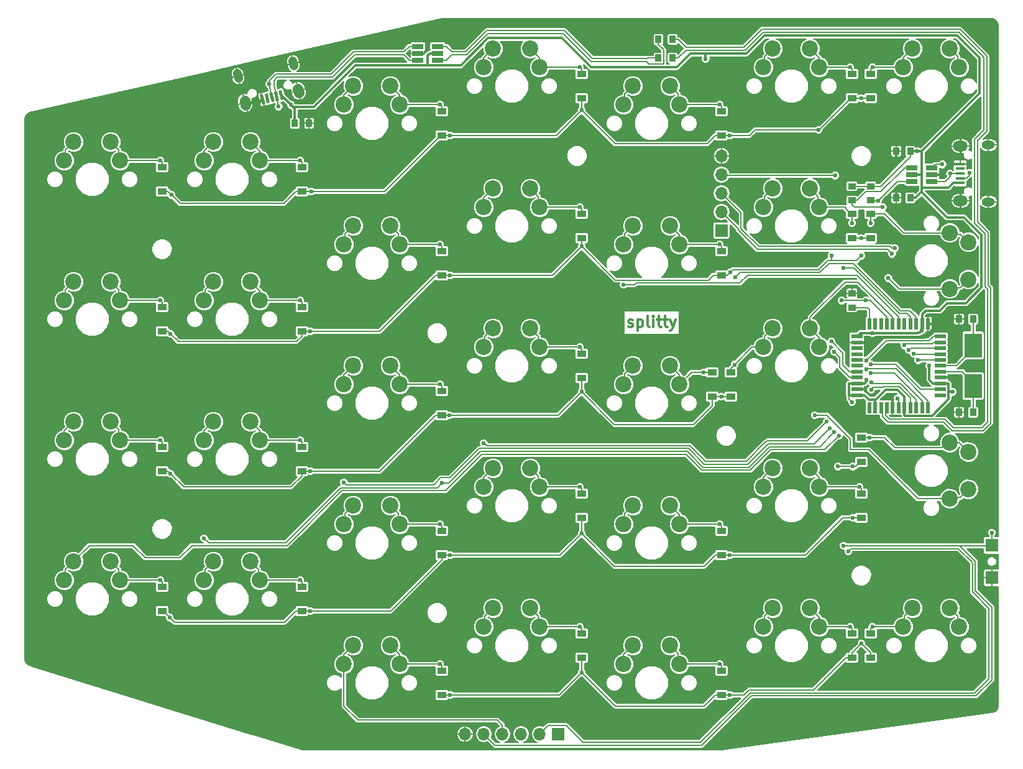
<source format=gbr>
G04 #@! TF.FileFunction,Copper,L1,Top,Signal*
%FSLAX46Y46*%
G04 Gerber Fmt 4.6, Leading zero omitted, Abs format (unit mm)*
G04 Created by KiCad (PCBNEW 4.0.7+dfsg1-1~bpo9+1) date Sat May 26 14:22:04 2018*
%MOMM*%
%LPD*%
G01*
G04 APERTURE LIST*
%ADD10C,0.100000*%
%ADD11C,0.300000*%
%ADD12C,2.200000*%
%ADD13R,1.700000X1.700000*%
%ADD14O,1.700000X1.700000*%
%ADD15C,1.450000*%
%ADD16C,1.150000*%
%ADD17R,0.550000X1.500000*%
%ADD18R,1.500000X0.550000*%
%ADD19R,1.560000X0.650000*%
%ADD20R,0.845000X1.000000*%
%ADD21R,2.400000X3.325000*%
%ADD22R,1.000000X0.845000*%
%ADD23R,1.300000X0.450000*%
%ADD24O,2.000000X1.450000*%
%ADD25O,1.800000X1.150000*%
%ADD26R,1.700000X1.800000*%
%ADD27R,1.200000X0.900000*%
%ADD28C,0.600000*%
%ADD29C,0.200000*%
G04 APERTURE END LIST*
D10*
D11*
X130171428Y-70838143D02*
X130314285Y-70909571D01*
X130600000Y-70909571D01*
X130742857Y-70838143D01*
X130814285Y-70695286D01*
X130814285Y-70623857D01*
X130742857Y-70481000D01*
X130600000Y-70409571D01*
X130385714Y-70409571D01*
X130242857Y-70338143D01*
X130171428Y-70195286D01*
X130171428Y-70123857D01*
X130242857Y-69981000D01*
X130385714Y-69909571D01*
X130600000Y-69909571D01*
X130742857Y-69981000D01*
X131457143Y-69909571D02*
X131457143Y-71409571D01*
X131457143Y-69981000D02*
X131600000Y-69909571D01*
X131885714Y-69909571D01*
X132028571Y-69981000D01*
X132100000Y-70052429D01*
X132171429Y-70195286D01*
X132171429Y-70623857D01*
X132100000Y-70766714D01*
X132028571Y-70838143D01*
X131885714Y-70909571D01*
X131600000Y-70909571D01*
X131457143Y-70838143D01*
X133028572Y-70909571D02*
X132885714Y-70838143D01*
X132814286Y-70695286D01*
X132814286Y-69409571D01*
X133600000Y-70909571D02*
X133600000Y-69909571D01*
X133600000Y-69409571D02*
X133528571Y-69481000D01*
X133600000Y-69552429D01*
X133671428Y-69481000D01*
X133600000Y-69409571D01*
X133600000Y-69552429D01*
X134100000Y-69909571D02*
X134671429Y-69909571D01*
X134314286Y-69409571D02*
X134314286Y-70695286D01*
X134385714Y-70838143D01*
X134528572Y-70909571D01*
X134671429Y-70909571D01*
X134957143Y-69909571D02*
X135528572Y-69909571D01*
X135171429Y-69409571D02*
X135171429Y-70695286D01*
X135242857Y-70838143D01*
X135385715Y-70909571D01*
X135528572Y-70909571D01*
X135885715Y-69909571D02*
X136242858Y-70909571D01*
X136600000Y-69909571D02*
X136242858Y-70909571D01*
X136100000Y-71266714D01*
X136028572Y-71338143D01*
X135885715Y-71409571D01*
D12*
X154940000Y-52070000D03*
X148590000Y-54610000D03*
X149860000Y-52070000D03*
X156210000Y-54610000D03*
D13*
X142875000Y-57785000D03*
D14*
X142875000Y-55245000D03*
X142875000Y-52705000D03*
X142875000Y-50165000D03*
X142875000Y-47625000D03*
D13*
X120650000Y-126365000D03*
D14*
X118110000Y-126365000D03*
X115570000Y-126365000D03*
X113030000Y-126365000D03*
X110490000Y-126365000D03*
X107950000Y-126365000D03*
D12*
X154940000Y-71120000D03*
X148590000Y-73660000D03*
X149860000Y-71120000D03*
X156210000Y-73660000D03*
X97790000Y-38100000D03*
X91440000Y-40640000D03*
X92710000Y-38100000D03*
X99060000Y-40640000D03*
D10*
G36*
X82968926Y-38652292D02*
X83256939Y-39919986D01*
X82818122Y-40019682D01*
X82530109Y-38751988D01*
X82968926Y-38652292D01*
X82968926Y-38652292D01*
G37*
G36*
X82335079Y-38796298D02*
X82623092Y-40063992D01*
X82184275Y-40163688D01*
X81896262Y-38895994D01*
X82335079Y-38796298D01*
X82335079Y-38796298D01*
G37*
G36*
X81701232Y-38940305D02*
X81989245Y-40207999D01*
X81550428Y-40307695D01*
X81262415Y-39040001D01*
X81701232Y-38940305D01*
X81701232Y-38940305D01*
G37*
G36*
X81067385Y-39084311D02*
X81355398Y-40352005D01*
X80916581Y-40451701D01*
X80628568Y-39184007D01*
X81067385Y-39084311D01*
X81067385Y-39084311D01*
G37*
G36*
X80433538Y-39228318D02*
X80721551Y-40496012D01*
X80282734Y-40595708D01*
X79994721Y-39328014D01*
X80433538Y-39228318D01*
X80433538Y-39228318D01*
G37*
D15*
X85308110Y-39018140D02*
X85186258Y-38481808D01*
X78043247Y-40668676D02*
X77921395Y-40132344D01*
D16*
X84623575Y-35328098D02*
X84479569Y-34694250D01*
X77066168Y-37045099D02*
X76922162Y-36411251D01*
D17*
X163005000Y-81900000D03*
X163805000Y-81900000D03*
X164605000Y-81900000D03*
X165405000Y-81900000D03*
X166205000Y-81900000D03*
X167005000Y-81900000D03*
X167805000Y-81900000D03*
X168605000Y-81900000D03*
X169405000Y-81900000D03*
X170205000Y-81900000D03*
X171005000Y-81900000D03*
D18*
X172705000Y-80200000D03*
X172705000Y-79400000D03*
X172705000Y-78600000D03*
X172705000Y-77800000D03*
X172705000Y-77000000D03*
X172705000Y-76200000D03*
X172705000Y-75400000D03*
X172705000Y-74600000D03*
X172705000Y-73800000D03*
X172705000Y-73000000D03*
X172705000Y-72200000D03*
D17*
X171005000Y-70500000D03*
X170205000Y-70500000D03*
X169405000Y-70500000D03*
X168605000Y-70500000D03*
X167805000Y-70500000D03*
X167005000Y-70500000D03*
X166205000Y-70500000D03*
X165405000Y-70500000D03*
X164605000Y-70500000D03*
X163805000Y-70500000D03*
X163005000Y-70500000D03*
D18*
X161305000Y-72200000D03*
X161305000Y-73000000D03*
X161305000Y-73800000D03*
X161305000Y-74600000D03*
X161305000Y-75400000D03*
X161305000Y-76200000D03*
X161305000Y-77000000D03*
X161305000Y-77800000D03*
X161305000Y-78600000D03*
X161305000Y-79400000D03*
X161305000Y-80200000D03*
D19*
X171530000Y-51115000D03*
X171530000Y-50165000D03*
X171530000Y-49215000D03*
X168830000Y-49215000D03*
X168830000Y-51115000D03*
X168830000Y-50165000D03*
D20*
X168602500Y-53340000D03*
X166677500Y-53340000D03*
X84762500Y-43180000D03*
X86687500Y-43180000D03*
D19*
X101520000Y-32705000D03*
X101520000Y-33655000D03*
X101520000Y-34605000D03*
X104220000Y-34605000D03*
X104220000Y-32705000D03*
X104220000Y-33655000D03*
D12*
X78740000Y-45720000D03*
X72390000Y-48260000D03*
X73660000Y-45720000D03*
X80010000Y-48260000D03*
X135890000Y-38100000D03*
X129540000Y-40640000D03*
X130810000Y-38100000D03*
X137160000Y-40640000D03*
X154940000Y-33020000D03*
X148590000Y-35560000D03*
X149860000Y-33020000D03*
X156210000Y-35560000D03*
X173990000Y-33020000D03*
X167640000Y-35560000D03*
X168910000Y-33020000D03*
X175260000Y-35560000D03*
X78740000Y-64770000D03*
X72390000Y-67310000D03*
X73660000Y-64770000D03*
X80010000Y-67310000D03*
X97790000Y-57150000D03*
X91440000Y-59690000D03*
X92710000Y-57150000D03*
X99060000Y-59690000D03*
X116840000Y-52070000D03*
X110490000Y-54610000D03*
X111760000Y-52070000D03*
X118110000Y-54610000D03*
X135890000Y-57150000D03*
X129540000Y-59690000D03*
X130810000Y-57150000D03*
X137160000Y-59690000D03*
X78740000Y-83820000D03*
X72390000Y-86360000D03*
X73660000Y-83820000D03*
X80010000Y-86360000D03*
X97790000Y-76200000D03*
X91440000Y-78740000D03*
X92710000Y-76200000D03*
X99060000Y-78740000D03*
X116840000Y-71120000D03*
X110490000Y-73660000D03*
X111760000Y-71120000D03*
X118110000Y-73660000D03*
X135890000Y-76200000D03*
X129540000Y-78740000D03*
X130810000Y-76200000D03*
X137160000Y-78740000D03*
X78740000Y-102870000D03*
X72390000Y-105410000D03*
X73660000Y-102870000D03*
X80010000Y-105410000D03*
X97790000Y-95250000D03*
X91440000Y-97790000D03*
X92710000Y-95250000D03*
X99060000Y-97790000D03*
X116840000Y-90170000D03*
X110490000Y-92710000D03*
X111760000Y-90170000D03*
X118110000Y-92710000D03*
X135890000Y-95250000D03*
X129540000Y-97790000D03*
X130810000Y-95250000D03*
X137160000Y-97790000D03*
X154940000Y-90170000D03*
X148590000Y-92710000D03*
X149860000Y-90170000D03*
X156210000Y-92710000D03*
X97790000Y-114300000D03*
X91440000Y-116840000D03*
X92710000Y-114300000D03*
X99060000Y-116840000D03*
X116840000Y-109220000D03*
X110490000Y-111760000D03*
X111760000Y-109220000D03*
X118110000Y-111760000D03*
X135890000Y-114300000D03*
X129540000Y-116840000D03*
X130810000Y-114300000D03*
X137160000Y-116840000D03*
X154940000Y-109220000D03*
X148590000Y-111760000D03*
X149860000Y-109220000D03*
X156210000Y-111760000D03*
X173990000Y-109220000D03*
X167640000Y-111760000D03*
X168910000Y-109220000D03*
X175260000Y-111760000D03*
X59690000Y-45720000D03*
X53340000Y-48260000D03*
X54610000Y-45720000D03*
X60960000Y-48260000D03*
X59690000Y-64770000D03*
X53340000Y-67310000D03*
X54610000Y-64770000D03*
X60960000Y-67310000D03*
X59690000Y-83820000D03*
X53340000Y-86360000D03*
X54610000Y-83820000D03*
X60960000Y-86360000D03*
X59690000Y-102870000D03*
X53340000Y-105410000D03*
X54610000Y-102870000D03*
X60960000Y-105410000D03*
X116840000Y-33020000D03*
X110490000Y-35560000D03*
X111760000Y-33020000D03*
X118110000Y-35560000D03*
D21*
X177165000Y-73437500D03*
X177165000Y-78962500D03*
D22*
X160655000Y-51742500D03*
X160655000Y-53667500D03*
X163195000Y-51742500D03*
X163195000Y-53667500D03*
X160655000Y-68272500D03*
X160655000Y-66347500D03*
D20*
X134292500Y-31750000D03*
X136217500Y-31750000D03*
X134292500Y-34290000D03*
X136217500Y-34290000D03*
X177165000Y-82550000D03*
X175240000Y-82550000D03*
X177165000Y-69850000D03*
X175240000Y-69850000D03*
D23*
X175392000Y-51300000D03*
X175392000Y-50650000D03*
X175392000Y-50000000D03*
X175392000Y-49350000D03*
X175392000Y-48700000D03*
D24*
X175442000Y-53725000D03*
X175442000Y-46275000D03*
D25*
X179242000Y-53875000D03*
X179242000Y-46125000D03*
D20*
X168602500Y-46990000D03*
X166677500Y-46990000D03*
D26*
X179705000Y-100670000D03*
X179705000Y-105070000D03*
D12*
X176530000Y-64452500D03*
X173990000Y-58102500D03*
X176530000Y-59372500D03*
X173990000Y-65722500D03*
X176530000Y-93027500D03*
X173990000Y-86677500D03*
X176530000Y-87947500D03*
X173990000Y-94297500D03*
D27*
X66675000Y-52450000D03*
X66675000Y-49150000D03*
X85725000Y-52450000D03*
X85725000Y-49150000D03*
X104775000Y-44830000D03*
X104775000Y-41530000D03*
X123825000Y-39750000D03*
X123825000Y-36450000D03*
X142875000Y-44830000D03*
X142875000Y-41530000D03*
X160655000Y-39750000D03*
X160655000Y-36450000D03*
X163195000Y-39750000D03*
X163195000Y-36450000D03*
X66675000Y-71500000D03*
X66675000Y-68200000D03*
X85725000Y-71500000D03*
X85725000Y-68200000D03*
X104775000Y-63880000D03*
X104775000Y-60580000D03*
X123825000Y-58800000D03*
X123825000Y-55500000D03*
X142875000Y-63880000D03*
X142875000Y-60580000D03*
X160655000Y-58800000D03*
X160655000Y-55500000D03*
X163195000Y-58800000D03*
X163195000Y-55500000D03*
X66675000Y-90550000D03*
X66675000Y-87250000D03*
X85725000Y-90550000D03*
X85725000Y-87250000D03*
X104775000Y-82930000D03*
X104775000Y-79630000D03*
X123825000Y-77850000D03*
X123825000Y-74550000D03*
X141605000Y-80390000D03*
X141605000Y-77090000D03*
X144145000Y-80390000D03*
X144145000Y-77090000D03*
X66675000Y-109600000D03*
X66675000Y-106300000D03*
X85725000Y-109600000D03*
X85725000Y-106300000D03*
X104775000Y-101980000D03*
X104775000Y-98680000D03*
X123825000Y-96900000D03*
X123825000Y-93600000D03*
X142875000Y-101980000D03*
X142875000Y-98680000D03*
X161925000Y-96900000D03*
X161925000Y-93600000D03*
X161925000Y-89280000D03*
X161925000Y-85980000D03*
X104775000Y-121030000D03*
X104775000Y-117730000D03*
X123825000Y-115950000D03*
X123825000Y-112650000D03*
X142875000Y-121030000D03*
X142875000Y-117730000D03*
X160655000Y-115950000D03*
X160655000Y-112650000D03*
X163195000Y-115950000D03*
X163195000Y-112650000D03*
D28*
X144018000Y-44830000D03*
X123825000Y-41402000D03*
X105918000Y-44830000D03*
X86995000Y-52450000D03*
X67945000Y-52920000D03*
X156110000Y-44055000D03*
X161925000Y-39750000D03*
X158242000Y-74295000D03*
X157857979Y-61217021D03*
X144055000Y-63500000D03*
X123825000Y-59944000D03*
X105918000Y-63880000D03*
X86868000Y-71500000D03*
X67818000Y-71843000D03*
X161925000Y-61214000D03*
X161925000Y-58800000D03*
X157861000Y-72898000D03*
X142875000Y-80390000D03*
X123825000Y-79756000D03*
X105791000Y-82930000D03*
X86868000Y-90550000D03*
X67818000Y-90893000D03*
X144780000Y-64135000D03*
X123825000Y-99060000D03*
X67715000Y-110490000D03*
X86868000Y-109600000D03*
X105918000Y-101980000D03*
X144018000Y-101980000D03*
X160782000Y-96900000D03*
X160782000Y-89916000D03*
X162614557Y-75461329D03*
X158750000Y-89916000D03*
X144018000Y-121030000D03*
X105918000Y-121030000D03*
X123825000Y-117983000D03*
X161925000Y-114030000D03*
X159512000Y-62865000D03*
X170434000Y-77142500D03*
X165350000Y-74930000D03*
X163990783Y-79789783D03*
X86614000Y-42037000D03*
X178054000Y-105029000D03*
X160655000Y-65405000D03*
X166667265Y-52113265D03*
X166751000Y-48006000D03*
X163322000Y-73025000D03*
X174625000Y-75565000D03*
X174625000Y-77851000D03*
X165742379Y-80159875D03*
X173228000Y-50165000D03*
X171958000Y-70485000D03*
X102870000Y-32893000D03*
X162610785Y-78119678D03*
X140716000Y-34417000D03*
X160655000Y-81153000D03*
X160147000Y-101473000D03*
X170151303Y-71416979D03*
X171196000Y-76200000D03*
X163449000Y-71755000D03*
X174371000Y-79756000D03*
X84201000Y-40640000D03*
X169545000Y-46990000D03*
X163258390Y-79467885D03*
X158877000Y-85725000D03*
X163322000Y-78486000D03*
X104775000Y-92202000D03*
X158242000Y-85217000D03*
X72390000Y-99695000D03*
X163212315Y-77185989D03*
X157607000Y-84709000D03*
X91440000Y-92075000D03*
X162583966Y-76690817D03*
X157224603Y-83818603D03*
X110490000Y-86741000D03*
X129540000Y-65151000D03*
X165608000Y-64262000D03*
X162560000Y-67310000D03*
X159258000Y-67310000D03*
X155575000Y-82931000D03*
X66435000Y-48260000D03*
X85485000Y-48260000D03*
X104535000Y-40640000D03*
X123585000Y-35560000D03*
X142635000Y-40640000D03*
X160415000Y-35560000D03*
X163435000Y-35560000D03*
X66435000Y-67310000D03*
X85485000Y-67310000D03*
X104535000Y-59690000D03*
X123585000Y-54610000D03*
X142635000Y-59690000D03*
X160655000Y-56769000D03*
X163195000Y-56769000D03*
X66435000Y-86360000D03*
X85485000Y-86360000D03*
X104535000Y-78740000D03*
X123585000Y-73660000D03*
X140462000Y-77090000D03*
X144653000Y-76041366D03*
X66435000Y-105410000D03*
X85485000Y-105410000D03*
X104535000Y-97790000D03*
X123585000Y-92710000D03*
X142635000Y-97790000D03*
X161685000Y-92710000D03*
X163068000Y-85980000D03*
X104535000Y-116840000D03*
X123585000Y-111760000D03*
X142635000Y-116840000D03*
X160415000Y-111760000D03*
X163435000Y-111760000D03*
X166878000Y-80645000D03*
X169037000Y-74549000D03*
X164846000Y-54610000D03*
X169671996Y-75438000D03*
X164211000Y-53721000D03*
X158369000Y-50292000D03*
X163218514Y-75985978D03*
X179705000Y-98933000D03*
X159512000Y-100711000D03*
X82550000Y-40894000D03*
X81280000Y-37846000D03*
X176657000Y-49911000D03*
X172974000Y-48768000D03*
X174017117Y-50033481D03*
X166497000Y-60198000D03*
X168402000Y-74041000D03*
X166116000Y-60960000D03*
X167767000Y-73406000D03*
D29*
X105918000Y-44830000D02*
X120397000Y-44830000D01*
X120397000Y-44830000D02*
X123825000Y-41402000D01*
X146686000Y-44830000D02*
X144018000Y-44830000D01*
X144018000Y-44830000D02*
X142875000Y-44830000D01*
X105918000Y-44830000D02*
X105575000Y-44830000D01*
X97005000Y-52450000D02*
X86995000Y-52450000D01*
X86995000Y-52450000D02*
X86525000Y-52450000D01*
X69127000Y-54102000D02*
X67945000Y-52920000D01*
X67945000Y-52920000D02*
X67475000Y-52450000D01*
X83273000Y-54102000D02*
X69127000Y-54102000D01*
X67475000Y-52450000D02*
X66675000Y-52450000D01*
X85725000Y-52450000D02*
X84925000Y-52450000D01*
X84925000Y-52450000D02*
X83273000Y-54102000D01*
X104775000Y-44830000D02*
X104625000Y-44830000D01*
X104625000Y-44830000D02*
X97005000Y-52450000D01*
X86525000Y-52450000D02*
X85725000Y-52450000D01*
X123825000Y-39750000D02*
X123825000Y-40400000D01*
X105575000Y-44830000D02*
X104775000Y-44830000D01*
X128397000Y-45974000D02*
X123825000Y-41402000D01*
X123825000Y-41402000D02*
X123825000Y-39750000D01*
X140931000Y-45974000D02*
X128397000Y-45974000D01*
X142875000Y-44830000D02*
X142075000Y-44830000D01*
X142075000Y-44830000D02*
X140931000Y-45974000D01*
X147461000Y-44055000D02*
X146686000Y-44830000D01*
X156110000Y-44055000D02*
X147461000Y-44055000D01*
X160655000Y-39750000D02*
X160505000Y-39750000D01*
X160505000Y-39750000D02*
X156200000Y-44055000D01*
X156200000Y-44055000D02*
X156110000Y-44055000D01*
X162395000Y-39750000D02*
X161925000Y-39750000D01*
X161925000Y-39750000D02*
X160655000Y-39750000D01*
X163195000Y-39750000D02*
X162395000Y-39750000D01*
X159004000Y-76449000D02*
X159004000Y-75057000D01*
X159004000Y-75057000D02*
X158242000Y-74295000D01*
X161305000Y-77800000D02*
X160355000Y-77800000D01*
X160355000Y-77800000D02*
X159004000Y-76449000D01*
X161274011Y-61864989D02*
X157861000Y-61864989D01*
X157861000Y-61864989D02*
X157350010Y-61864989D01*
X157857979Y-61217021D02*
X157857979Y-61861968D01*
X157857979Y-61861968D02*
X157861000Y-61864989D01*
X144450000Y-63105000D02*
X144055000Y-63500000D01*
X144055000Y-63500000D02*
X143675000Y-63880000D01*
X119889000Y-63880000D02*
X105918000Y-63880000D01*
X105918000Y-63880000D02*
X104775000Y-63880000D01*
X96355000Y-71500000D02*
X86868000Y-71500000D01*
X86868000Y-71500000D02*
X86525000Y-71500000D01*
X68873000Y-72898000D02*
X67818000Y-71843000D01*
X67818000Y-71843000D02*
X67475000Y-71500000D01*
X84977000Y-72898000D02*
X68873000Y-72898000D01*
X67475000Y-71500000D02*
X66675000Y-71500000D01*
X85725000Y-71500000D02*
X85725000Y-72150000D01*
X85725000Y-72150000D02*
X84977000Y-72898000D01*
X104775000Y-63880000D02*
X103975000Y-63880000D01*
X103975000Y-63880000D02*
X96355000Y-71500000D01*
X86525000Y-71500000D02*
X85725000Y-71500000D01*
X123825000Y-59944000D02*
X119889000Y-63880000D01*
X128411001Y-64530001D02*
X123825000Y-59944000D01*
X123825000Y-59944000D02*
X123825000Y-58800000D01*
X141747001Y-63880000D02*
X141097000Y-64530001D01*
X141097000Y-64530001D02*
X128411001Y-64530001D01*
X142875000Y-63880000D02*
X141747001Y-63880000D01*
X161925000Y-61214000D02*
X161274011Y-61864989D01*
X157350010Y-61864989D02*
X156349999Y-62865000D01*
X156349999Y-62865000D02*
X156337000Y-62865000D01*
X156337000Y-62865000D02*
X156097000Y-63105000D01*
X156097000Y-63105000D02*
X144450000Y-63105000D01*
X143675000Y-63880000D02*
X142875000Y-63880000D01*
X163195000Y-58800000D02*
X161925000Y-58800000D01*
X160655000Y-58800000D02*
X161925000Y-58800000D01*
X159404010Y-76049010D02*
X159404010Y-74441010D01*
X159404010Y-74441010D02*
X157861000Y-72898000D01*
X161305000Y-77000000D02*
X160355000Y-77000000D01*
X160355000Y-77000000D02*
X159404010Y-76049010D01*
X142875000Y-80390000D02*
X144145000Y-80390000D01*
X141605000Y-80390000D02*
X142875000Y-80390000D01*
X139065000Y-84201000D02*
X141605000Y-81661000D01*
X141605000Y-81661000D02*
X141605000Y-80390000D01*
X128270000Y-84201000D02*
X139065000Y-84201000D01*
X169405000Y-70500000D02*
X169405000Y-69550000D01*
X169405000Y-69550000D02*
X168542990Y-68687990D01*
X168542990Y-68687990D02*
X167274386Y-68687990D01*
X167274386Y-68687990D02*
X160851395Y-62264999D01*
X160851395Y-62264999D02*
X157515699Y-62264999D01*
X157515699Y-62264999D02*
X156275689Y-63505010D01*
X156275689Y-63505010D02*
X145409990Y-63505010D01*
X145409990Y-63505010D02*
X144780000Y-64135000D01*
X120650000Y-82930000D02*
X105791000Y-82930000D01*
X123825000Y-79756000D02*
X123525001Y-80055999D01*
X123525001Y-80055999D02*
X123524001Y-80055999D01*
X123524001Y-80055999D02*
X120650000Y-82930000D01*
X123825000Y-79756000D02*
X123825000Y-77850000D01*
X128270000Y-84201000D02*
X123825000Y-79756000D01*
X105791000Y-82930000D02*
X104775000Y-82930000D01*
X96355000Y-90550000D02*
X86868000Y-90550000D01*
X86868000Y-90550000D02*
X86525000Y-90550000D01*
X69635000Y-92710000D02*
X67818000Y-90893000D01*
X67818000Y-90893000D02*
X67475000Y-90550000D01*
X84215000Y-92710000D02*
X69635000Y-92710000D01*
X67475000Y-90550000D02*
X66675000Y-90550000D01*
X85725000Y-90550000D02*
X85725000Y-91200000D01*
X85725000Y-91200000D02*
X84215000Y-92710000D01*
X104775000Y-82930000D02*
X103975000Y-82930000D01*
X103975000Y-82930000D02*
X96355000Y-90550000D01*
X86525000Y-90550000D02*
X85725000Y-90550000D01*
X105918000Y-101980000D02*
X120905000Y-101980000D01*
X120905000Y-101980000D02*
X123825000Y-99060000D01*
X123825000Y-99060000D02*
X123825000Y-96900000D01*
X128270000Y-103505000D02*
X140550000Y-103505000D01*
X128270000Y-103505000D02*
X123825000Y-99060000D01*
X66825000Y-109600000D02*
X67715000Y-110490000D01*
X67715000Y-110490000D02*
X68350000Y-111125000D01*
X85725000Y-109600000D02*
X86868000Y-109600000D01*
X86868000Y-109600000D02*
X97805000Y-109600000D01*
X104775000Y-101980000D02*
X105918000Y-101980000D01*
X142875000Y-101980000D02*
X144018000Y-101980000D01*
X144018000Y-101980000D02*
X154306000Y-101980000D01*
X159386000Y-96900000D02*
X160782000Y-96900000D01*
X160782000Y-96900000D02*
X161925000Y-96900000D01*
X161163000Y-89916000D02*
X160782000Y-89916000D01*
X160782000Y-89916000D02*
X158750000Y-89916000D01*
X161799000Y-89280000D02*
X161163000Y-89916000D01*
X161925000Y-89280000D02*
X161799000Y-89280000D01*
X154306000Y-101980000D02*
X159386000Y-96900000D01*
X140550000Y-103505000D02*
X142075000Y-101980000D01*
X142075000Y-101980000D02*
X142875000Y-101980000D01*
X97805000Y-109600000D02*
X104775000Y-102630000D01*
X104775000Y-102630000D02*
X104775000Y-101980000D01*
X68350000Y-111125000D02*
X83400000Y-111125000D01*
X83400000Y-111125000D02*
X84925000Y-109600000D01*
X84925000Y-109600000D02*
X85725000Y-109600000D01*
X66675000Y-109600000D02*
X66825000Y-109600000D01*
X171755000Y-72200000D02*
X171184000Y-72771000D01*
X165304886Y-72771000D02*
X162914556Y-75161330D01*
X172705000Y-72200000D02*
X171755000Y-72200000D01*
X171184000Y-72771000D02*
X165304886Y-72771000D01*
X162914556Y-75161330D02*
X162614557Y-75461329D01*
X142875000Y-121030000D02*
X144018000Y-121030000D01*
X144018000Y-121030000D02*
X145935603Y-121030000D01*
X146607622Y-120357980D02*
X155447020Y-120357980D01*
X155447020Y-120357980D02*
X159855000Y-115950000D01*
X159855000Y-115950000D02*
X160655000Y-115950000D01*
X145935603Y-121030000D02*
X146607622Y-120357980D01*
X104775000Y-121030000D02*
X105918000Y-121030000D01*
X105918000Y-121030000D02*
X120778000Y-121030000D01*
X120778000Y-121030000D02*
X123825000Y-117983000D01*
X128397000Y-122555000D02*
X123825000Y-117983000D01*
X123825000Y-117983000D02*
X123825000Y-115950000D01*
X140550000Y-122555000D02*
X128397000Y-122555000D01*
X142875000Y-121030000D02*
X142075000Y-121030000D01*
X142075000Y-121030000D02*
X140550000Y-122555000D01*
X160655000Y-115950000D02*
X160655000Y-115300000D01*
X160655000Y-115300000D02*
X161925000Y-114030000D01*
X163195000Y-115950000D02*
X163195000Y-115300000D01*
X163195000Y-115300000D02*
X161925000Y-114030000D01*
X160885698Y-62865000D02*
X159512000Y-62865000D01*
X167108698Y-69088000D02*
X160885698Y-62865000D01*
X168605000Y-70500000D02*
X168605000Y-69550000D01*
X168605000Y-69550000D02*
X168143000Y-69088000D01*
X168143000Y-69088000D02*
X167108698Y-69088000D01*
D11*
X165350000Y-74930000D02*
X168221500Y-74930000D01*
X168221500Y-74930000D02*
X170434000Y-77142500D01*
X162262399Y-79400000D02*
X163030271Y-80167872D01*
X163612694Y-80167872D02*
X163690784Y-80089782D01*
X163030271Y-80167872D02*
X163612694Y-80167872D01*
X161305000Y-79400000D02*
X162262399Y-79400000D01*
X163690784Y-80089782D02*
X163990783Y-79789783D01*
X164026011Y-72320989D02*
X163621999Y-72725001D01*
X170546275Y-72320989D02*
X164026011Y-72320989D01*
X171958000Y-70909264D02*
X170546275Y-72320989D01*
X171958000Y-70485000D02*
X171958000Y-70909264D01*
X163621999Y-72725001D02*
X163322000Y-73025000D01*
X86687500Y-43180000D02*
X86687500Y-42110500D01*
X86687500Y-42110500D02*
X86614000Y-42037000D01*
D29*
X179705000Y-105070000D02*
X178095000Y-105070000D01*
X178095000Y-105070000D02*
X178054000Y-105029000D01*
X160655000Y-66347500D02*
X160655000Y-65405000D01*
D11*
X166677500Y-53340000D02*
X166677500Y-52123500D01*
X166677500Y-52123500D02*
X166667265Y-52113265D01*
X166677500Y-46990000D02*
X166677500Y-47932500D01*
X166677500Y-47932500D02*
X166751000Y-48006000D01*
X161305000Y-73000000D02*
X163297000Y-73000000D01*
X163297000Y-73000000D02*
X163322000Y-73025000D01*
D29*
X175240000Y-69850000D02*
X175240000Y-74950000D01*
X175240000Y-74950000D02*
X174625000Y-75565000D01*
X174625000Y-77851000D02*
X174625000Y-79047998D01*
X175240000Y-81750000D02*
X175240000Y-82550000D01*
X175240000Y-79662998D02*
X175240000Y-81750000D01*
X174625000Y-79047998D02*
X175240000Y-79662998D01*
D11*
X172705000Y-77800000D02*
X174574000Y-77800000D01*
X174574000Y-77800000D02*
X174625000Y-77851000D01*
X166205000Y-81900000D02*
X166205000Y-80622496D01*
X166042378Y-80459874D02*
X165742379Y-80159875D01*
X166205000Y-80622496D02*
X166042378Y-80459874D01*
X175392000Y-48700000D02*
X174185000Y-48700000D01*
X174185000Y-48700000D02*
X173228000Y-49657000D01*
X173228000Y-49657000D02*
X173228000Y-50165000D01*
X171530000Y-50165000D02*
X173228000Y-50165000D01*
X171958000Y-70485000D02*
X171020000Y-70485000D01*
X171020000Y-70485000D02*
X171005000Y-70500000D01*
X102870000Y-32893000D02*
X102870000Y-33090002D01*
X102305002Y-33655000D02*
X101520000Y-33655000D01*
X102870000Y-33090002D02*
X102305002Y-33655000D01*
X80098260Y-40170740D02*
X79868490Y-40400510D01*
X80099409Y-40170740D02*
X80098260Y-40170740D01*
X80358136Y-39912013D02*
X80099409Y-40170740D01*
X79868490Y-40400510D02*
X77982321Y-40400510D01*
X162610785Y-78344215D02*
X162610785Y-78119678D01*
X162355000Y-78600000D02*
X162610785Y-78344215D01*
X161305000Y-78600000D02*
X162355000Y-78600000D01*
X167805000Y-81900000D02*
X167805000Y-80429000D01*
X162955278Y-80799999D02*
X163754999Y-80799999D01*
X162355279Y-80200000D02*
X162955278Y-80799999D01*
X163849819Y-80850000D02*
X163805000Y-80850000D01*
X167805000Y-80429000D02*
X166878000Y-79502000D01*
X166878000Y-79502000D02*
X165197819Y-79502000D01*
X165197819Y-79502000D02*
X163849819Y-80850000D01*
X161305000Y-80200000D02*
X162355279Y-80200000D01*
X163754999Y-80799999D02*
X163805000Y-80850000D01*
X146283990Y-33675010D02*
X140716000Y-33675010D01*
X140716000Y-33675010D02*
X138663990Y-33675010D01*
X140716000Y-34417000D02*
X140716000Y-33675010D01*
D29*
X160655000Y-81153000D02*
X160204999Y-80702999D01*
X160204999Y-80702999D02*
X160204999Y-80149999D01*
X175152010Y-101111010D02*
X160508990Y-101111010D01*
X160508990Y-101111010D02*
X160147000Y-101473000D01*
X177053989Y-103012989D02*
X175152010Y-101111010D01*
X177053989Y-103108011D02*
X177053989Y-103012989D01*
X179304990Y-118833312D02*
X179304990Y-109258688D01*
X179304990Y-109258688D02*
X177053989Y-107007688D01*
X177053989Y-107007688D02*
X177053989Y-103108011D01*
X177380312Y-120757990D02*
X179304990Y-118833312D01*
X146773311Y-120757990D02*
X177380312Y-120757990D01*
X140042312Y-127488990D02*
X146773311Y-120757990D01*
X124013992Y-127488990D02*
X140042312Y-127488990D01*
X118110000Y-126365000D02*
X119260001Y-125214999D01*
X119260001Y-125214999D02*
X121740001Y-125214999D01*
X121740001Y-125214999D02*
X124013992Y-127488990D01*
D11*
X170180000Y-50165000D02*
X170180000Y-51943000D01*
X170180000Y-51943000D02*
X170180000Y-52578000D01*
X173799000Y-51943000D02*
X170180000Y-51943000D01*
X175392000Y-51300000D02*
X174442000Y-51300000D01*
X174442000Y-51300000D02*
X173799000Y-51943000D01*
X169874304Y-71693978D02*
X170151303Y-71416979D01*
X169659489Y-71693978D02*
X169874304Y-71693978D01*
X169598467Y-71755000D02*
X169659489Y-71693978D01*
X163449000Y-71755000D02*
X169598467Y-71755000D01*
X170151303Y-70992715D02*
X170151303Y-71416979D01*
X170151303Y-70553697D02*
X170151303Y-70992715D01*
X170205000Y-70500000D02*
X170151303Y-70553697D01*
X170180000Y-46990000D02*
X178054000Y-39116000D01*
X178054000Y-39116000D02*
X178054000Y-34290000D01*
X175006000Y-31242000D02*
X148717000Y-31242000D01*
X178054000Y-34290000D02*
X175006000Y-31242000D01*
X148717000Y-31242000D02*
X146283990Y-33675010D01*
X125095000Y-35560000D02*
X121104999Y-31569999D01*
X138663990Y-33675010D02*
X136779000Y-35560000D01*
X136779000Y-35560000D02*
X125095000Y-35560000D01*
X121104999Y-31569999D02*
X111088323Y-31569999D01*
X111088323Y-31569999D02*
X107378321Y-35280001D01*
X107378321Y-35280001D02*
X102870000Y-35280001D01*
X84762500Y-43180000D02*
X84762500Y-41201500D01*
X84762500Y-41201500D02*
X84201000Y-40640000D01*
D29*
X163195000Y-51742500D02*
X162495000Y-51742500D01*
X162495000Y-51742500D02*
X160655000Y-51742500D01*
X168602500Y-46990000D02*
X168602500Y-47690000D01*
X168602500Y-47690000D02*
X164550000Y-51742500D01*
X164550000Y-51742500D02*
X163895000Y-51742500D01*
X163895000Y-51742500D02*
X163195000Y-51742500D01*
D11*
X171196000Y-76624264D02*
X171196000Y-76200000D01*
X171196000Y-78141000D02*
X171196000Y-76624264D01*
X171655000Y-78600000D02*
X171196000Y-78141000D01*
X172705000Y-78600000D02*
X171655000Y-78600000D01*
X163449000Y-71755000D02*
X161750000Y-71755000D01*
X161750000Y-71755000D02*
X161305000Y-72200000D01*
X161305000Y-78600000D02*
X160255000Y-78600000D01*
X160255000Y-78600000D02*
X160204999Y-78650001D01*
X160204999Y-78650001D02*
X160204999Y-80149999D01*
X160204999Y-80149999D02*
X160255000Y-80200000D01*
X160255000Y-80200000D02*
X161305000Y-80200000D01*
X173805001Y-80755001D02*
X173805001Y-79756000D01*
X173805001Y-79756000D02*
X173805001Y-78650001D01*
X174371000Y-79756000D02*
X173805001Y-79756000D01*
X167805000Y-81900000D02*
X167805000Y-82950000D01*
X167805000Y-82950000D02*
X167855001Y-83000001D01*
X167855001Y-83000001D02*
X171560001Y-83000001D01*
X171560001Y-83000001D02*
X173805001Y-80755001D01*
X173805001Y-78650001D02*
X173755000Y-78600000D01*
X173755000Y-78600000D02*
X172705000Y-78600000D01*
X163805000Y-80850000D02*
X163805000Y-81900000D01*
X169325000Y-53340000D02*
X169672000Y-52993000D01*
X169672000Y-52993000D02*
X170087000Y-52578000D01*
X168602500Y-53340000D02*
X169325000Y-53340000D01*
X170087000Y-52578000D02*
X170180000Y-52578000D01*
X168830000Y-50165000D02*
X169910000Y-50165000D01*
X178308000Y-58420000D02*
X178308000Y-65532000D01*
X173609000Y-56007000D02*
X175895000Y-56007000D01*
X170205000Y-69190000D02*
X170205000Y-70500000D01*
X170180000Y-52578000D02*
X173609000Y-56007000D01*
X175895000Y-56007000D02*
X178308000Y-58420000D01*
X172593000Y-68707000D02*
X170688000Y-68707000D01*
X178308000Y-65532000D02*
X176149000Y-67691000D01*
X176149000Y-67691000D02*
X173609000Y-67691000D01*
X173609000Y-67691000D02*
X172593000Y-68707000D01*
X170688000Y-68707000D02*
X170205000Y-69190000D01*
X92989999Y-35280001D02*
X102870000Y-35280001D01*
X102870000Y-35280001D02*
X102870000Y-33925000D01*
X102870000Y-33925000D02*
X103140000Y-33655000D01*
X103140000Y-33655000D02*
X104220000Y-33655000D01*
X84201000Y-40640000D02*
X84500999Y-40939999D01*
X84500999Y-40939999D02*
X87330001Y-40939999D01*
X87330001Y-40939999D02*
X92989999Y-35280001D01*
D29*
X84201000Y-40640000D02*
X84197537Y-40640000D01*
D11*
X84197537Y-40640000D02*
X82893524Y-39335987D01*
D29*
X104220000Y-33655000D02*
X103524998Y-33655000D01*
D11*
X168602500Y-46990000D02*
X169545000Y-46990000D01*
X169545000Y-46990000D02*
X170180000Y-46990000D01*
X170180000Y-46990000D02*
X170180000Y-50165000D01*
X169910000Y-50165000D02*
X170180000Y-50165000D01*
D29*
X163558389Y-79167886D02*
X163258390Y-79467885D01*
X167064400Y-79051989D02*
X164913600Y-79051989D01*
X164797703Y-79167886D02*
X163558389Y-79167886D01*
X168605000Y-81900000D02*
X168605000Y-80592590D01*
X168605000Y-80592590D02*
X167064400Y-79051989D01*
X164913600Y-79051989D02*
X164797703Y-79167886D01*
X149606000Y-87630000D02*
X156972000Y-87630000D01*
X156972000Y-87630000D02*
X158877000Y-85725000D01*
X146812000Y-90424000D02*
X149606000Y-87630000D01*
X140208000Y-90424000D02*
X146812000Y-90424000D01*
X138049000Y-88265000D02*
X140208000Y-90424000D01*
X110236000Y-88265000D02*
X138049000Y-88265000D01*
X105283000Y-93218000D02*
X110236000Y-88265000D01*
X91186000Y-93218000D02*
X105283000Y-93218000D01*
X83693000Y-100711000D02*
X91186000Y-93218000D01*
X70739000Y-100711000D02*
X83693000Y-100711000D01*
X69088000Y-102362000D02*
X70739000Y-100711000D01*
X64389000Y-102362000D02*
X69088000Y-102362000D01*
X62738000Y-100711000D02*
X64389000Y-102362000D01*
X54610000Y-102870000D02*
X56769000Y-100711000D01*
X56769000Y-100711000D02*
X62738000Y-100711000D01*
X54610000Y-45720000D02*
X53510001Y-46819999D01*
X53510001Y-46819999D02*
X53510001Y-48089999D01*
X53510001Y-48089999D02*
X53340000Y-48260000D01*
X54610000Y-64770000D02*
X53510001Y-65869999D01*
X53510001Y-65869999D02*
X53510001Y-67139999D01*
X53510001Y-67139999D02*
X53340000Y-67310000D01*
X54610000Y-83820000D02*
X53340000Y-85090000D01*
X53340000Y-85090000D02*
X53340000Y-86360000D01*
X54610000Y-102870000D02*
X53510001Y-103969999D01*
X53510001Y-103969999D02*
X53510001Y-105239999D01*
X53510001Y-105239999D02*
X53340000Y-105410000D01*
X167230089Y-78651978D02*
X163487978Y-78651978D01*
X163487978Y-78651978D02*
X163322000Y-78486000D01*
X169405000Y-80826890D02*
X167230089Y-78651978D01*
X169405000Y-81900000D02*
X169405000Y-80826890D01*
X110070311Y-87864990D02*
X105733302Y-92202000D01*
X104775000Y-92202000D02*
X105733302Y-92202000D01*
X104140000Y-92817990D02*
X91020311Y-92817990D01*
X104140000Y-92817990D02*
X104159010Y-92817990D01*
X104159010Y-92817990D02*
X104775000Y-92202000D01*
X158242000Y-85217000D02*
X156229010Y-87229990D01*
X156229010Y-87229990D02*
X149440311Y-87229990D01*
X149440311Y-87229990D02*
X146646312Y-90023990D01*
X146646312Y-90023990D02*
X140373688Y-90023990D01*
X140373688Y-90023990D02*
X138214689Y-87864990D01*
X138214689Y-87864990D02*
X110070311Y-87864990D01*
X73005990Y-100310990D02*
X72390000Y-99695000D01*
X91020311Y-92817990D02*
X90785990Y-93052312D01*
X90785990Y-93052312D02*
X83527312Y-100310990D01*
X83527312Y-100310990D02*
X73005990Y-100310990D01*
X73660000Y-45720000D02*
X72390000Y-46990000D01*
X72390000Y-46990000D02*
X72390000Y-48260000D01*
X73660000Y-64770000D02*
X72560001Y-65869999D01*
X72560001Y-65869999D02*
X72560001Y-67139999D01*
X72560001Y-67139999D02*
X72390000Y-67310000D01*
X73660000Y-83820000D02*
X72390000Y-85090000D01*
X72390000Y-85090000D02*
X72390000Y-86360000D01*
X73660000Y-102870000D02*
X72560001Y-103969999D01*
X72560001Y-103969999D02*
X72560001Y-105239999D01*
X72560001Y-105239999D02*
X72390000Y-105410000D01*
X170205000Y-80950000D02*
X166440989Y-77185989D01*
X163636579Y-77185989D02*
X163212315Y-77185989D01*
X166440989Y-77185989D02*
X163636579Y-77185989D01*
X170205000Y-81900000D02*
X170205000Y-80950000D01*
X91440000Y-92075000D02*
X91782980Y-92417980D01*
X91782980Y-92417980D02*
X103671018Y-92417980D01*
X105923801Y-91445802D02*
X109904622Y-87464980D01*
X146480623Y-89623980D02*
X149274622Y-86829980D01*
X103671018Y-92417980D02*
X104643196Y-91445802D01*
X104643196Y-91445802D02*
X105923801Y-91445802D01*
X149274622Y-86829980D02*
X155486020Y-86829980D01*
X109904622Y-87464980D02*
X138380378Y-87464980D01*
X138380378Y-87464980D02*
X140539376Y-89623980D01*
X140539376Y-89623980D02*
X146480623Y-89623980D01*
X155486020Y-86829980D02*
X157607000Y-84709000D01*
X93345000Y-124460000D02*
X91440000Y-122555000D01*
X91440000Y-122555000D02*
X91440000Y-116840000D01*
X112327081Y-124460000D02*
X93345000Y-124460000D01*
X113030000Y-126365000D02*
X113030000Y-125162919D01*
X113030000Y-125162919D02*
X112327081Y-124460000D01*
X92710000Y-114300000D02*
X91440000Y-115570000D01*
X91440000Y-115570000D02*
X91440000Y-116840000D01*
X92710000Y-95250000D02*
X91610001Y-96349999D01*
X91610001Y-96349999D02*
X91610001Y-97619999D01*
X91610001Y-97619999D02*
X91440000Y-97790000D01*
X92710000Y-76200000D02*
X91440000Y-77470000D01*
X91440000Y-77470000D02*
X91440000Y-78740000D01*
X92710000Y-57150000D02*
X91610001Y-58249999D01*
X91610001Y-58249999D02*
X91610001Y-59519999D01*
X91610001Y-59519999D02*
X91440000Y-59690000D01*
X92710000Y-38100000D02*
X91440000Y-39370000D01*
X91440000Y-39370000D02*
X91440000Y-40640000D01*
X162688795Y-76585988D02*
X162583966Y-76690817D01*
X166640988Y-76585988D02*
X162688795Y-76585988D01*
X171005000Y-81900000D02*
X171005000Y-80950000D01*
X171005000Y-80950000D02*
X166640988Y-76585988D01*
X149108933Y-86429970D02*
X154613236Y-86429970D01*
X154613236Y-86429970D02*
X157224603Y-83818603D01*
X146234030Y-89223970D02*
X148844000Y-86614000D01*
X148844000Y-86614000D02*
X148924903Y-86614000D01*
X148924903Y-86614000D02*
X149108933Y-86429970D01*
X140705064Y-89223970D02*
X146234030Y-89223970D01*
X140548547Y-89067453D02*
X140705064Y-89223970D01*
X140040546Y-88559452D02*
X140548547Y-89067453D01*
X110940970Y-87064970D02*
X138546067Y-87064970D01*
X138546067Y-87064970D02*
X140040546Y-88559452D01*
X110490000Y-86741000D02*
X110789999Y-87040999D01*
X110789999Y-87040999D02*
X110916999Y-87040999D01*
X110916999Y-87040999D02*
X110940970Y-87064970D01*
X111760000Y-109220000D02*
X110660001Y-110319999D01*
X110660001Y-110319999D02*
X110660001Y-111589999D01*
X110660001Y-111589999D02*
X110490000Y-111760000D01*
X111760000Y-90170000D02*
X110490000Y-91440000D01*
X110490000Y-91440000D02*
X110490000Y-92710000D01*
X111760000Y-71120000D02*
X110660001Y-72219999D01*
X110660001Y-72219999D02*
X110660001Y-73489999D01*
X110660001Y-73489999D02*
X110490000Y-73660000D01*
X111760000Y-52070000D02*
X110490000Y-53340000D01*
X110490000Y-53340000D02*
X110490000Y-54610000D01*
X111760000Y-33020000D02*
X110490000Y-34290000D01*
X110490000Y-34290000D02*
X110490000Y-35560000D01*
X167005000Y-70500000D02*
X167005000Y-69550000D01*
X167005000Y-69550000D02*
X161360020Y-63905020D01*
X161360020Y-63905020D02*
X146406980Y-63905020D01*
X131284989Y-64930011D02*
X131064000Y-65151000D01*
X146406980Y-63905020D02*
X145381989Y-64930011D01*
X145381989Y-64930011D02*
X131284989Y-64930011D01*
X131064000Y-65151000D02*
X129540000Y-65151000D01*
X130810000Y-38100000D02*
X129710001Y-39199999D01*
X129710001Y-39199999D02*
X129710001Y-40469999D01*
X129710001Y-40469999D02*
X129540000Y-40640000D01*
X130810000Y-57150000D02*
X129710001Y-58249999D01*
X129710001Y-58249999D02*
X129710001Y-59519999D01*
X129710001Y-59519999D02*
X129540000Y-59690000D01*
X130810000Y-76200000D02*
X129710001Y-77299999D01*
X129710001Y-77299999D02*
X129710001Y-78569999D01*
X129710001Y-78569999D02*
X129540000Y-78740000D01*
X130810000Y-95250000D02*
X129710001Y-96349999D01*
X129710001Y-96349999D02*
X129710001Y-97619999D01*
X129710001Y-97619999D02*
X129540000Y-97790000D01*
X130810000Y-114300000D02*
X129540000Y-115570000D01*
X129540000Y-115570000D02*
X129540000Y-116840000D01*
X166205000Y-70500000D02*
X166205000Y-69550000D01*
X166205000Y-69550000D02*
X161459999Y-64804999D01*
X161459999Y-64804999D02*
X159699367Y-64804999D01*
X159699367Y-64804999D02*
X154940000Y-69564366D01*
X154940000Y-69564366D02*
X154940000Y-71120000D01*
X149860000Y-109220000D02*
X148760001Y-110319999D01*
X148760001Y-110319999D02*
X148760001Y-111589999D01*
X148760001Y-111589999D02*
X148590000Y-111760000D01*
X149860000Y-90170000D02*
X148590000Y-91440000D01*
X148590000Y-91440000D02*
X148590000Y-92710000D01*
X154940000Y-71120000D02*
X156210000Y-72390000D01*
X156210000Y-72390000D02*
X156210000Y-73660000D01*
X149860000Y-52070000D02*
X148760001Y-53169999D01*
X148760001Y-54439999D02*
X148590000Y-54610000D01*
X148760001Y-53169999D02*
X148760001Y-54439999D01*
X149860000Y-33020000D02*
X148760001Y-34119999D01*
X148760001Y-34119999D02*
X148760001Y-35389999D01*
X148760001Y-35389999D02*
X148590000Y-35560000D01*
X165907999Y-64561999D02*
X165608000Y-64262000D01*
X167068500Y-65722500D02*
X165907999Y-64561999D01*
X173990000Y-65722500D02*
X167068500Y-65722500D01*
X159258000Y-67310000D02*
X162560000Y-67310000D01*
X162560000Y-67310000D02*
X163165000Y-67310000D01*
X163165000Y-67310000D02*
X165405000Y-69550000D01*
X165405000Y-69550000D02*
X165405000Y-70500000D01*
X162941000Y-87630000D02*
X160450594Y-87630000D01*
X160450594Y-87630000D02*
X160450594Y-86156592D01*
X160450594Y-86156592D02*
X157225002Y-82931000D01*
X157225002Y-82931000D02*
X155575000Y-82931000D01*
X169608500Y-94297500D02*
X162941000Y-87630000D01*
X173990000Y-94297500D02*
X169608500Y-94297500D01*
X173990000Y-109220000D02*
X175089999Y-110319999D01*
X175089999Y-110319999D02*
X175089999Y-111589999D01*
X175089999Y-111589999D02*
X175260000Y-111760000D01*
X176530000Y-93027500D02*
X175430001Y-94127499D01*
X175430001Y-94127499D02*
X174160001Y-94127499D01*
X174160001Y-94127499D02*
X173990000Y-94297500D01*
X176530000Y-64452500D02*
X175430001Y-65552499D01*
X175430001Y-65552499D02*
X174160001Y-65552499D01*
X174160001Y-65552499D02*
X173990000Y-65722500D01*
X173990000Y-33020000D02*
X175089999Y-34119999D01*
X175089999Y-34119999D02*
X175089999Y-35389999D01*
X175089999Y-35389999D02*
X175260000Y-35560000D01*
X132630088Y-34749000D02*
X132971089Y-35090001D01*
X132971089Y-35090001D02*
X134955001Y-35090001D01*
X134955001Y-35090001D02*
X135015001Y-35030001D01*
X135015001Y-35030001D02*
X135015001Y-33172501D01*
X135015001Y-33172501D02*
X134292500Y-32450000D01*
X134292500Y-32450000D02*
X134292500Y-31750000D01*
X125137088Y-34749000D02*
X132630088Y-34749000D01*
X121327088Y-30939000D02*
X125137088Y-34749000D01*
X111082912Y-30939000D02*
X121327088Y-30939000D01*
X108161912Y-33860000D02*
X111082912Y-30939000D01*
X105390000Y-34605000D02*
X106135000Y-33860000D01*
X104220000Y-34605000D02*
X105390000Y-34605000D01*
X106135000Y-33860000D02*
X108161912Y-33860000D01*
X132799912Y-34339000D02*
X132848912Y-34290000D01*
X132848912Y-34290000D02*
X134292500Y-34290000D01*
X125306912Y-34339000D02*
X132799912Y-34339000D01*
X121496912Y-30529000D02*
X125306912Y-34339000D01*
X110913088Y-30529000D02*
X121496912Y-30529000D01*
X107992088Y-33450000D02*
X110913088Y-30529000D01*
X104220000Y-32705000D02*
X105390000Y-32705000D01*
X105390000Y-32705000D02*
X106135000Y-33450000D01*
X106135000Y-33450000D02*
X107992088Y-33450000D01*
X66675000Y-49150000D02*
X66675000Y-48500000D01*
X66675000Y-48500000D02*
X66435000Y-48260000D01*
X66435000Y-48260000D02*
X62515634Y-48260000D01*
X62515634Y-48260000D02*
X60960000Y-48260000D01*
X59690000Y-45720000D02*
X60789999Y-46819999D01*
X60789999Y-46819999D02*
X60789999Y-48089999D01*
X60789999Y-48089999D02*
X60960000Y-48260000D01*
X85725000Y-49150000D02*
X85725000Y-48500000D01*
X85725000Y-48500000D02*
X85485000Y-48260000D01*
X85485000Y-48260000D02*
X81565634Y-48260000D01*
X81565634Y-48260000D02*
X80010000Y-48260000D01*
X78740000Y-45720000D02*
X80010000Y-46990000D01*
X80010000Y-46990000D02*
X80010000Y-48260000D01*
X104775000Y-41530000D02*
X104775000Y-40880000D01*
X104775000Y-40880000D02*
X104535000Y-40640000D01*
X104535000Y-40640000D02*
X100615634Y-40640000D01*
X100615634Y-40640000D02*
X99060000Y-40640000D01*
X97790000Y-38100000D02*
X99060000Y-39370000D01*
X99060000Y-39370000D02*
X99060000Y-40640000D01*
X123825000Y-36450000D02*
X123825000Y-35800000D01*
X123825000Y-35800000D02*
X123585000Y-35560000D01*
X123585000Y-35560000D02*
X119665634Y-35560000D01*
X119665634Y-35560000D02*
X118110000Y-35560000D01*
X116840000Y-33020000D02*
X118110000Y-34290000D01*
X118110000Y-34290000D02*
X118110000Y-35560000D01*
X142875000Y-41530000D02*
X142875000Y-40880000D01*
X142875000Y-40880000D02*
X142635000Y-40640000D01*
X142635000Y-40640000D02*
X138715634Y-40640000D01*
X138715634Y-40640000D02*
X137160000Y-40640000D01*
X135890000Y-38100000D02*
X136989999Y-39199999D01*
X136989999Y-39199999D02*
X136989999Y-40469999D01*
X136989999Y-40469999D02*
X137160000Y-40640000D01*
X156210000Y-35560000D02*
X160415000Y-35560000D01*
X160415000Y-35560000D02*
X160655000Y-35800000D01*
X160655000Y-35800000D02*
X160655000Y-36450000D01*
X154940000Y-33020000D02*
X156210000Y-34290000D01*
X156210000Y-34290000D02*
X156210000Y-35560000D01*
X167640000Y-35560000D02*
X163435000Y-35560000D01*
X163435000Y-35560000D02*
X163195000Y-35800000D01*
X163195000Y-35800000D02*
X163195000Y-36450000D01*
X168910000Y-33020000D02*
X167640000Y-34290000D01*
X167640000Y-34290000D02*
X167640000Y-35560000D01*
X60960000Y-67310000D02*
X66435000Y-67310000D01*
X66435000Y-67310000D02*
X66675000Y-67550000D01*
X66675000Y-67550000D02*
X66675000Y-68200000D01*
X59690000Y-64770000D02*
X60789999Y-65869999D01*
X60789999Y-65869999D02*
X60789999Y-67139999D01*
X60789999Y-67139999D02*
X60960000Y-67310000D01*
X80010000Y-67310000D02*
X85485000Y-67310000D01*
X85485000Y-67310000D02*
X85725000Y-67550000D01*
X85725000Y-67550000D02*
X85725000Y-68200000D01*
X78740000Y-64770000D02*
X80010000Y-66040000D01*
X80010000Y-66040000D02*
X80010000Y-67310000D01*
X99060000Y-59690000D02*
X104535000Y-59690000D01*
X104535000Y-59690000D02*
X104775000Y-59930000D01*
X104775000Y-59930000D02*
X104775000Y-60580000D01*
X97790000Y-57150000D02*
X98889999Y-58249999D01*
X98889999Y-58249999D02*
X98889999Y-59519999D01*
X98889999Y-59519999D02*
X99060000Y-59690000D01*
X118110000Y-54610000D02*
X123585000Y-54610000D01*
X123585000Y-54610000D02*
X123825000Y-54850000D01*
X123825000Y-54850000D02*
X123825000Y-55500000D01*
X116840000Y-52070000D02*
X117939999Y-53169999D01*
X117939999Y-53169999D02*
X117939999Y-54439999D01*
X117939999Y-54439999D02*
X118110000Y-54610000D01*
X137160000Y-59690000D02*
X142635000Y-59690000D01*
X142635000Y-59690000D02*
X142875000Y-59930000D01*
X142875000Y-59930000D02*
X142875000Y-60580000D01*
X135890000Y-57150000D02*
X137160000Y-58420000D01*
X137160000Y-58420000D02*
X137160000Y-59690000D01*
X160655000Y-55500000D02*
X160655000Y-56769000D01*
X156210000Y-54610000D02*
X159765000Y-54610000D01*
X159765000Y-54610000D02*
X159855000Y-54700000D01*
X159855000Y-54700000D02*
X159855000Y-54850000D01*
X159855000Y-54850000D02*
X160505000Y-55500000D01*
X160505000Y-55500000D02*
X160655000Y-55500000D01*
X154940000Y-52070000D02*
X156039999Y-53169999D01*
X156039999Y-53169999D02*
X156039999Y-54439999D01*
X156039999Y-54439999D02*
X156210000Y-54610000D01*
X163195000Y-55500000D02*
X163195000Y-56769000D01*
X167703500Y-58102500D02*
X165101000Y-55500000D01*
X165101000Y-55500000D02*
X163195000Y-55500000D01*
X173990000Y-58102500D02*
X167703500Y-58102500D01*
X176530000Y-59372500D02*
X175430001Y-58272501D01*
X175430001Y-58272501D02*
X174160001Y-58272501D01*
X174160001Y-58272501D02*
X173990000Y-58102500D01*
X60960000Y-86360000D02*
X66435000Y-86360000D01*
X66435000Y-86360000D02*
X66675000Y-86600000D01*
X66675000Y-86600000D02*
X66675000Y-87250000D01*
X59690000Y-83820000D02*
X60789999Y-84919999D01*
X60789999Y-84919999D02*
X60789999Y-86189999D01*
X60789999Y-86189999D02*
X60960000Y-86360000D01*
X85725000Y-87250000D02*
X85725000Y-86600000D01*
X85725000Y-86600000D02*
X85485000Y-86360000D01*
X85485000Y-86360000D02*
X81565634Y-86360000D01*
X81565634Y-86360000D02*
X80010000Y-86360000D01*
X78740000Y-83820000D02*
X80010000Y-85090000D01*
X80010000Y-85090000D02*
X80010000Y-86360000D01*
X99060000Y-78740000D02*
X104535000Y-78740000D01*
X104535000Y-78740000D02*
X104775000Y-78980000D01*
X104775000Y-78980000D02*
X104775000Y-79630000D01*
X97790000Y-76200000D02*
X99060000Y-77470000D01*
X99060000Y-77470000D02*
X99060000Y-78740000D01*
X118110000Y-73660000D02*
X123585000Y-73660000D01*
X123585000Y-73660000D02*
X123825000Y-73900000D01*
X123825000Y-73900000D02*
X123825000Y-74550000D01*
X116840000Y-71120000D02*
X117939999Y-72219999D01*
X117939999Y-72219999D02*
X117939999Y-73489999D01*
X117939999Y-73489999D02*
X118110000Y-73660000D01*
X138810000Y-77090000D02*
X140462000Y-77090000D01*
X140462000Y-77090000D02*
X141605000Y-77090000D01*
X137160000Y-78740000D02*
X138810000Y-77090000D01*
X135890000Y-76200000D02*
X137160000Y-77470000D01*
X137160000Y-77470000D02*
X137160000Y-78740000D01*
X147034366Y-73660000D02*
X144653000Y-76041366D01*
X144653000Y-76041366D02*
X144145000Y-76549366D01*
X148590000Y-73660000D02*
X147034366Y-73660000D01*
X144145000Y-76549366D02*
X144145000Y-77090000D01*
X149860000Y-71120000D02*
X148760001Y-72219999D01*
X148760001Y-72219999D02*
X148760001Y-73489999D01*
X148760001Y-73489999D02*
X148590000Y-73660000D01*
X60960000Y-105410000D02*
X66435000Y-105410000D01*
X66435000Y-105410000D02*
X66675000Y-105650000D01*
X66675000Y-105650000D02*
X66675000Y-106300000D01*
X59690000Y-102870000D02*
X60789999Y-103969999D01*
X60789999Y-103969999D02*
X60789999Y-105239999D01*
X60789999Y-105239999D02*
X60960000Y-105410000D01*
X80010000Y-105410000D02*
X85485000Y-105410000D01*
X85485000Y-105410000D02*
X85725000Y-105650000D01*
X85725000Y-105650000D02*
X85725000Y-106300000D01*
X78740000Y-102870000D02*
X79839999Y-103969999D01*
X79839999Y-103969999D02*
X79839999Y-105239999D01*
X79839999Y-105239999D02*
X80010000Y-105410000D01*
X99060000Y-97790000D02*
X104535000Y-97790000D01*
X104535000Y-97790000D02*
X104775000Y-98030000D01*
X104775000Y-98030000D02*
X104775000Y-98680000D01*
X97790000Y-95250000D02*
X98889999Y-96349999D01*
X98889999Y-96349999D02*
X98889999Y-97619999D01*
X98889999Y-97619999D02*
X99060000Y-97790000D01*
X118110000Y-92710000D02*
X123585000Y-92710000D01*
X123585000Y-92710000D02*
X123825000Y-92950000D01*
X123825000Y-92950000D02*
X123825000Y-93600000D01*
X116840000Y-90170000D02*
X117939999Y-91269999D01*
X117939999Y-91269999D02*
X117939999Y-92539999D01*
X117939999Y-92539999D02*
X118110000Y-92710000D01*
X137160000Y-97790000D02*
X142635000Y-97790000D01*
X142635000Y-97790000D02*
X142875000Y-98030000D01*
X142875000Y-98030000D02*
X142875000Y-98680000D01*
X135890000Y-95250000D02*
X137160000Y-96520000D01*
X137160000Y-96520000D02*
X137160000Y-97790000D01*
X156210000Y-92710000D02*
X161685000Y-92710000D01*
X161925000Y-92950000D02*
X161925000Y-93600000D01*
X161685000Y-92710000D02*
X161925000Y-92950000D01*
X154940000Y-90170000D02*
X156210000Y-91440000D01*
X156210000Y-91440000D02*
X156210000Y-92710000D01*
X165101000Y-85980000D02*
X163068000Y-85980000D01*
X163068000Y-85980000D02*
X161925000Y-85980000D01*
X166497000Y-87376000D02*
X165101000Y-85980000D01*
X172847000Y-87376000D02*
X166497000Y-87376000D01*
X173545500Y-86677500D02*
X172847000Y-87376000D01*
X173990000Y-86677500D02*
X173545500Y-86677500D01*
X176530000Y-87947500D02*
X175260000Y-86677500D01*
X175260000Y-86677500D02*
X173990000Y-86677500D01*
X99060000Y-116840000D02*
X104535000Y-116840000D01*
X104775000Y-117080000D02*
X104775000Y-117730000D01*
X104535000Y-116840000D02*
X104775000Y-117080000D01*
X97790000Y-114300000D02*
X99060000Y-115570000D01*
X99060000Y-115570000D02*
X99060000Y-116840000D01*
X118110000Y-111760000D02*
X123585000Y-111760000D01*
X123585000Y-111760000D02*
X123825000Y-112000000D01*
X123825000Y-112000000D02*
X123825000Y-112650000D01*
X116840000Y-109220000D02*
X117939999Y-110319999D01*
X117939999Y-111589999D02*
X118110000Y-111760000D01*
X117939999Y-110319999D02*
X117939999Y-111589999D01*
X137160000Y-116840000D02*
X142635000Y-116840000D01*
X142635000Y-116840000D02*
X142875000Y-117080000D01*
X142875000Y-117080000D02*
X142875000Y-117730000D01*
X135890000Y-114300000D02*
X136989999Y-115399999D01*
X136989999Y-115399999D02*
X136989999Y-116669999D01*
X136989999Y-116669999D02*
X137160000Y-116840000D01*
X156210000Y-111760000D02*
X160415000Y-111760000D01*
X160415000Y-111760000D02*
X160655000Y-112000000D01*
X160655000Y-112000000D02*
X160655000Y-112650000D01*
X154940000Y-109220000D02*
X156210000Y-110490000D01*
X156210000Y-110490000D02*
X156210000Y-111760000D01*
X167640000Y-111760000D02*
X163435000Y-111760000D01*
X163435000Y-111760000D02*
X163195000Y-112000000D01*
X163195000Y-112000000D02*
X163195000Y-112650000D01*
X168910000Y-109220000D02*
X167810001Y-110319999D01*
X167810001Y-110319999D02*
X167810001Y-111589999D01*
X167810001Y-111589999D02*
X167640000Y-111760000D01*
X174286088Y-85041000D02*
X178519912Y-85041000D01*
X164605000Y-82375000D02*
X164800000Y-82570000D01*
X179168001Y-58063777D02*
X177751000Y-56646776D01*
X179168001Y-65213089D02*
X179168001Y-58063777D01*
X177751000Y-45550912D02*
X179021000Y-44280912D01*
X178914000Y-33933776D02*
X175362226Y-30382002D01*
X136967500Y-31750000D02*
X136217500Y-31750000D01*
X179529000Y-84031912D02*
X179529000Y-65574088D01*
X164605000Y-81900000D02*
X164605000Y-82375000D01*
X148360778Y-30382000D02*
X145927776Y-32815000D01*
X173143088Y-83898000D02*
X174286088Y-85041000D01*
X178519912Y-85041000D02*
X179529000Y-84031912D01*
X164800000Y-82570000D02*
X164800000Y-83132826D01*
X164800000Y-83132826D02*
X165565174Y-83898000D01*
X179021000Y-34078088D02*
X178914000Y-33971088D01*
X165565174Y-83898000D02*
X173143088Y-83898000D01*
X177751000Y-56646776D02*
X177751000Y-45550912D01*
X179529000Y-65574088D02*
X179168001Y-65213089D01*
X145927776Y-32815000D02*
X138032500Y-32815000D01*
X179021000Y-44280912D02*
X179021000Y-34078088D01*
X178914000Y-33971088D02*
X178914000Y-33933776D01*
X175362226Y-30382002D02*
X148360778Y-30382000D01*
X138032500Y-32815000D02*
X136967500Y-31750000D01*
X178504009Y-34103599D02*
X175192401Y-30791991D01*
X179119000Y-65743912D02*
X178758010Y-65382922D01*
X165735000Y-83488000D02*
X173312912Y-83488000D01*
X165210000Y-82570000D02*
X165210000Y-82963000D01*
X174455912Y-84631000D02*
X178350088Y-84631000D01*
X178758010Y-65382922D02*
X178758010Y-58233600D01*
X178611000Y-44111088D02*
X178611000Y-34247912D01*
X165405000Y-81900000D02*
X165405000Y-82375000D01*
X177341000Y-56816590D02*
X177341000Y-45381088D01*
X165405000Y-82375000D02*
X165210000Y-82570000D01*
X178350088Y-84631000D02*
X179119000Y-83862088D01*
X146097590Y-33225000D02*
X138032500Y-33225000D01*
X173312912Y-83488000D02*
X174455912Y-84631000D01*
X165210000Y-82963000D02*
X165735000Y-83488000D01*
X179119000Y-83862088D02*
X179119000Y-65743912D01*
X178758010Y-58233600D02*
X177341000Y-56816590D01*
X177341000Y-45381088D02*
X178611000Y-44111088D01*
X148530600Y-30791990D02*
X146097590Y-33225000D01*
X178611000Y-34247912D02*
X178504009Y-34140921D01*
X178504009Y-34140921D02*
X178504009Y-34103599D01*
X175192401Y-30791991D02*
X148530600Y-30791990D01*
X138032500Y-33225000D02*
X136967500Y-34290000D01*
X136967500Y-34290000D02*
X136217500Y-34290000D01*
X167005000Y-81900000D02*
X167005000Y-80772000D01*
X167005000Y-80772000D02*
X166878000Y-80645000D01*
X177165000Y-69850000D02*
X177165000Y-70550000D01*
X177165000Y-70550000D02*
X177165000Y-73437500D01*
X172705000Y-76200000D02*
X174865000Y-76200000D01*
X174865000Y-76200000D02*
X177165000Y-73900000D01*
X177165000Y-73900000D02*
X177165000Y-73437500D01*
X177165000Y-73265000D02*
X177165000Y-72802500D01*
X177165000Y-82550000D02*
X177165000Y-81850000D01*
X177165000Y-81850000D02*
X177165000Y-78962500D01*
X172705000Y-77000000D02*
X175665000Y-77000000D01*
X175665000Y-77000000D02*
X177165000Y-78500000D01*
X177165000Y-78500000D02*
X177165000Y-78962500D01*
X160655000Y-53667500D02*
X161355000Y-53667500D01*
X161355000Y-53667500D02*
X162557499Y-52465001D01*
X162557499Y-52465001D02*
X164599999Y-52465001D01*
X164599999Y-52465001D02*
X167850000Y-49215000D01*
X167850000Y-49215000D02*
X168830000Y-49215000D01*
X172705000Y-74600000D02*
X169088000Y-74600000D01*
X169088000Y-74600000D02*
X169037000Y-74549000D01*
X164846000Y-54610000D02*
X160975000Y-54610000D01*
X160975000Y-54610000D02*
X160655000Y-54290000D01*
X160655000Y-54290000D02*
X160655000Y-53667500D01*
X164211000Y-53721000D02*
X166817000Y-51115000D01*
X166817000Y-51115000D02*
X168830000Y-51115000D01*
X169709996Y-75400000D02*
X169671996Y-75438000D01*
X172705000Y-75400000D02*
X169709996Y-75400000D01*
X164211000Y-53721000D02*
X163248500Y-53721000D01*
X163248500Y-53721000D02*
X163195000Y-53667500D01*
X163005000Y-68517000D02*
X162760500Y-68272500D01*
X162760500Y-68272500D02*
X160655000Y-68272500D01*
X163005000Y-70500000D02*
X163005000Y-68517000D01*
X159512000Y-100711000D02*
X175387000Y-100711000D01*
X175387000Y-100711000D02*
X179664000Y-100711000D01*
X110490000Y-126365000D02*
X112014000Y-127889000D01*
X112014000Y-127889000D02*
X140208000Y-127889000D01*
X140208000Y-127889000D02*
X146939000Y-121158000D01*
X146939000Y-121158000D02*
X177546000Y-121158000D01*
X177546000Y-121158000D02*
X179705000Y-118999000D01*
X179705000Y-118999000D02*
X179705000Y-109093000D01*
X179705000Y-109093000D02*
X177453999Y-106841999D01*
X177453999Y-106841999D02*
X177453999Y-102847300D01*
X177453999Y-102847300D02*
X175387000Y-100780301D01*
X175387000Y-100780301D02*
X175387000Y-100711000D01*
X158369000Y-50292000D02*
X143002000Y-50292000D01*
X143002000Y-50292000D02*
X142875000Y-50165000D01*
X166606678Y-75985978D02*
X163642778Y-75985978D01*
X163642778Y-75985978D02*
X163218514Y-75985978D01*
X170020700Y-79400000D02*
X166606678Y-75985978D01*
X172705000Y-79400000D02*
X170020700Y-79400000D01*
X179705000Y-98933000D02*
X179705000Y-100670000D01*
X179664000Y-100711000D02*
X179705000Y-100670000D01*
X82380912Y-36908000D02*
X81915000Y-37373912D01*
X81915000Y-37373912D02*
X81915000Y-37973000D01*
X89873912Y-36908000D02*
X82380912Y-36908000D01*
X92921912Y-33860000D02*
X89873912Y-36908000D01*
X100350000Y-34605000D02*
X99605000Y-33860000D01*
X101520000Y-34605000D02*
X100350000Y-34605000D01*
X99605000Y-33860000D02*
X92921912Y-33860000D01*
X82550000Y-40894000D02*
X82259677Y-39479993D01*
X82259677Y-39479993D02*
X81915000Y-37973000D01*
X82211088Y-36498000D02*
X81280000Y-37429088D01*
X81280000Y-37429088D02*
X81280000Y-37846000D01*
X89704088Y-36498000D02*
X82211088Y-36498000D01*
X92752088Y-33450000D02*
X89704088Y-36498000D01*
X101520000Y-32705000D02*
X100350000Y-32705000D01*
X100350000Y-32705000D02*
X99605000Y-33450000D01*
X99605000Y-33450000D02*
X92752088Y-33450000D01*
X81625830Y-39624000D02*
X81280000Y-37846000D01*
X175392000Y-50650000D02*
X176242000Y-50650000D01*
X176242000Y-50650000D02*
X176657000Y-50235000D01*
X176657000Y-50235000D02*
X176657000Y-49911000D01*
X172974000Y-48768000D02*
X171977000Y-48768000D01*
X171977000Y-48768000D02*
X171530000Y-49215000D01*
X174017117Y-50033481D02*
X174017117Y-50457745D01*
X172610000Y-51115000D02*
X171530000Y-51115000D01*
X173359862Y-51115000D02*
X172610000Y-51115000D01*
X174017117Y-50457745D02*
X173359862Y-51115000D01*
X175392000Y-50000000D02*
X174050598Y-50000000D01*
X174050598Y-50000000D02*
X174017117Y-50033481D01*
X147955000Y-59944000D02*
X165862000Y-59944000D01*
X166116000Y-60198000D02*
X165862000Y-59944000D01*
X166497000Y-60198000D02*
X166116000Y-60198000D01*
X142875000Y-52705000D02*
X145542000Y-55372000D01*
X145542000Y-57531000D02*
X147955000Y-59944000D01*
X145542000Y-55372000D02*
X145542000Y-57531000D01*
X172705000Y-73800000D02*
X168643000Y-73800000D01*
X168643000Y-73800000D02*
X168402000Y-74041000D01*
X166116000Y-60960000D02*
X165500010Y-60344010D01*
X165500010Y-60344010D02*
X147789311Y-60344010D01*
X147789311Y-60344010D02*
X145141990Y-57696689D01*
X145141990Y-57696689D02*
X145141990Y-57511990D01*
X145141990Y-57511990D02*
X142875000Y-55245000D01*
X172705000Y-73000000D02*
X171755000Y-73000000D01*
X171755000Y-73000000D02*
X171583990Y-73171010D01*
X171583990Y-73171010D02*
X168001990Y-73171010D01*
X168001990Y-73171010D02*
X167767000Y-73406000D01*
G36*
X180040788Y-29034335D02*
X180325457Y-29224545D01*
X180515665Y-29509212D01*
X180590000Y-29882917D01*
X180590000Y-99461015D01*
X180555000Y-99453927D01*
X180115000Y-99453927D01*
X180115000Y-99385634D01*
X180221832Y-99278989D01*
X180314894Y-99054869D01*
X180315106Y-98812196D01*
X180222435Y-98587914D01*
X180050989Y-98416168D01*
X179826869Y-98323106D01*
X179584196Y-98322894D01*
X179359914Y-98415565D01*
X179188168Y-98587011D01*
X179095106Y-98811131D01*
X179094894Y-99053804D01*
X179187565Y-99278086D01*
X179295000Y-99385709D01*
X179295000Y-99453927D01*
X178855000Y-99453927D01*
X178740121Y-99475543D01*
X178634612Y-99543436D01*
X178563829Y-99647030D01*
X178538927Y-99770000D01*
X178538927Y-100301000D01*
X159964634Y-100301000D01*
X159857989Y-100194168D01*
X159633869Y-100101106D01*
X159391196Y-100100894D01*
X159166914Y-100193565D01*
X158995168Y-100365011D01*
X158902106Y-100589131D01*
X158901894Y-100831804D01*
X158994565Y-101056086D01*
X159166011Y-101227832D01*
X159390131Y-101320894D01*
X159549604Y-101321033D01*
X159537106Y-101351131D01*
X159536894Y-101593804D01*
X159629565Y-101818086D01*
X159801011Y-101989832D01*
X160025131Y-102082894D01*
X160267804Y-102083106D01*
X160492086Y-101990435D01*
X160663832Y-101818989D01*
X160756894Y-101594869D01*
X160756959Y-101521010D01*
X174982182Y-101521010D01*
X176643989Y-103182816D01*
X176643989Y-107007688D01*
X176675198Y-107164589D01*
X176764075Y-107297602D01*
X178894990Y-109428516D01*
X178894990Y-118663484D01*
X177210484Y-120347990D01*
X156036838Y-120347990D01*
X159803379Y-116581449D01*
X159828436Y-116620388D01*
X159932030Y-116691171D01*
X160055000Y-116716073D01*
X161255000Y-116716073D01*
X161369879Y-116694457D01*
X161475388Y-116626564D01*
X161546171Y-116522970D01*
X161571073Y-116400000D01*
X161571073Y-115500000D01*
X161549457Y-115385121D01*
X161481564Y-115279612D01*
X161377970Y-115208829D01*
X161334751Y-115200077D01*
X161894854Y-114639974D01*
X161955199Y-114640027D01*
X162514286Y-115199114D01*
X162480121Y-115205543D01*
X162374612Y-115273436D01*
X162303829Y-115377030D01*
X162278927Y-115500000D01*
X162278927Y-116400000D01*
X162300543Y-116514879D01*
X162368436Y-116620388D01*
X162472030Y-116691171D01*
X162595000Y-116716073D01*
X163795000Y-116716073D01*
X163909879Y-116694457D01*
X164015388Y-116626564D01*
X164086171Y-116522970D01*
X164111073Y-116400000D01*
X164111073Y-115500000D01*
X164089457Y-115385121D01*
X164021564Y-115279612D01*
X163917970Y-115208829D01*
X163795000Y-115183927D01*
X163581912Y-115183927D01*
X163573791Y-115143099D01*
X163484914Y-115010086D01*
X163004554Y-114529726D01*
X165209799Y-114529726D01*
X165386026Y-114956229D01*
X165712055Y-115282827D01*
X166138249Y-115459798D01*
X166599726Y-115460201D01*
X167026229Y-115283974D01*
X167352827Y-114957945D01*
X167436070Y-114757472D01*
X169139599Y-114757472D01*
X169490535Y-115606801D01*
X170139781Y-116257181D01*
X170988497Y-116609599D01*
X171907472Y-116610401D01*
X172756801Y-116259465D01*
X173407181Y-115610219D01*
X173759599Y-114761503D01*
X173759801Y-114529726D01*
X175369799Y-114529726D01*
X175546026Y-114956229D01*
X175872055Y-115282827D01*
X176298249Y-115459798D01*
X176759726Y-115460201D01*
X177186229Y-115283974D01*
X177512827Y-114957945D01*
X177689798Y-114531751D01*
X177690201Y-114070274D01*
X177513974Y-113643771D01*
X177187945Y-113317173D01*
X176761751Y-113140202D01*
X176300274Y-113139799D01*
X175873771Y-113316026D01*
X175547173Y-113642055D01*
X175370202Y-114068249D01*
X175369799Y-114529726D01*
X173759801Y-114529726D01*
X173760401Y-113842528D01*
X173409465Y-112993199D01*
X172760219Y-112342819D01*
X171911503Y-111990401D01*
X170992528Y-111989599D01*
X170143199Y-112340535D01*
X169492819Y-112989781D01*
X169140401Y-113838497D01*
X169139599Y-114757472D01*
X167436070Y-114757472D01*
X167529798Y-114531751D01*
X167530201Y-114070274D01*
X167353974Y-113643771D01*
X167027945Y-113317173D01*
X166601751Y-113140202D01*
X166140274Y-113139799D01*
X165713771Y-113316026D01*
X165387173Y-113642055D01*
X165210202Y-114068249D01*
X165209799Y-114529726D01*
X163004554Y-114529726D01*
X162534974Y-114060146D01*
X162535106Y-113909196D01*
X162442435Y-113684914D01*
X162270989Y-113513168D01*
X162046869Y-113420106D01*
X161804196Y-113419894D01*
X161579914Y-113512565D01*
X161408168Y-113684011D01*
X161315106Y-113908131D01*
X161314973Y-114060199D01*
X160365086Y-115010086D01*
X160276209Y-115143099D01*
X160268088Y-115183927D01*
X160055000Y-115183927D01*
X159940121Y-115205543D01*
X159834612Y-115273436D01*
X159763829Y-115377030D01*
X159738927Y-115500000D01*
X159738927Y-115563088D01*
X159698099Y-115571209D01*
X159565086Y-115660086D01*
X155277192Y-119947980D01*
X146607622Y-119947980D01*
X146450721Y-119979189D01*
X146317708Y-120068066D01*
X145765775Y-120620000D01*
X144470634Y-120620000D01*
X144363989Y-120513168D01*
X144139869Y-120420106D01*
X143897196Y-120419894D01*
X143770776Y-120472130D01*
X143769457Y-120465121D01*
X143701564Y-120359612D01*
X143597970Y-120288829D01*
X143475000Y-120263927D01*
X142275000Y-120263927D01*
X142160121Y-120285543D01*
X142054612Y-120353436D01*
X141983829Y-120457030D01*
X141958927Y-120580000D01*
X141958927Y-120643088D01*
X141918100Y-120651209D01*
X141785086Y-120740086D01*
X140380172Y-122145000D01*
X128566827Y-122145000D01*
X126031554Y-119609726D01*
X127109799Y-119609726D01*
X127286026Y-120036229D01*
X127612055Y-120362827D01*
X128038249Y-120539798D01*
X128499726Y-120540201D01*
X128926229Y-120363974D01*
X129252827Y-120037945D01*
X129336070Y-119837472D01*
X131039599Y-119837472D01*
X131390535Y-120686801D01*
X132039781Y-121337181D01*
X132888497Y-121689599D01*
X133807472Y-121690401D01*
X134656801Y-121339465D01*
X135307181Y-120690219D01*
X135659599Y-119841503D01*
X135659801Y-119609726D01*
X137269799Y-119609726D01*
X137446026Y-120036229D01*
X137772055Y-120362827D01*
X138198249Y-120539798D01*
X138659726Y-120540201D01*
X139086229Y-120363974D01*
X139412827Y-120037945D01*
X139589798Y-119611751D01*
X139590201Y-119150274D01*
X139413974Y-118723771D01*
X139087945Y-118397173D01*
X138661751Y-118220202D01*
X138200274Y-118219799D01*
X137773771Y-118396026D01*
X137447173Y-118722055D01*
X137270202Y-119148249D01*
X137269799Y-119609726D01*
X135659801Y-119609726D01*
X135660401Y-118922528D01*
X135309465Y-118073199D01*
X134660219Y-117422819D01*
X133811503Y-117070401D01*
X132892528Y-117069599D01*
X132043199Y-117420535D01*
X131392819Y-118069781D01*
X131040401Y-118918497D01*
X131039599Y-119837472D01*
X129336070Y-119837472D01*
X129429798Y-119611751D01*
X129430201Y-119150274D01*
X129253974Y-118723771D01*
X128927945Y-118397173D01*
X128501751Y-118220202D01*
X128040274Y-118219799D01*
X127613771Y-118396026D01*
X127287173Y-118722055D01*
X127110202Y-119148249D01*
X127109799Y-119609726D01*
X126031554Y-119609726D01*
X124434974Y-118013146D01*
X124435106Y-117862196D01*
X124342435Y-117637914D01*
X124235000Y-117530291D01*
X124235000Y-117119236D01*
X128129755Y-117119236D01*
X128343963Y-117637658D01*
X128740256Y-118034643D01*
X129258303Y-118249755D01*
X129819236Y-118250245D01*
X130337658Y-118036037D01*
X130734643Y-117639744D01*
X130949755Y-117121697D01*
X130950245Y-116560764D01*
X130736037Y-116042342D01*
X130339744Y-115645357D01*
X130131105Y-115558723D01*
X130140926Y-115548902D01*
X130528303Y-115709755D01*
X131089236Y-115710245D01*
X131607658Y-115496037D01*
X132004643Y-115099744D01*
X132219755Y-114581697D01*
X132219757Y-114579236D01*
X134479755Y-114579236D01*
X134693963Y-115097658D01*
X135090256Y-115494643D01*
X135608303Y-115709755D01*
X136169236Y-115710245D01*
X136559262Y-115549089D01*
X136568821Y-115558648D01*
X136362342Y-115643963D01*
X135965357Y-116040256D01*
X135750245Y-116558303D01*
X135749755Y-117119236D01*
X135963963Y-117637658D01*
X136360256Y-118034643D01*
X136878303Y-118249755D01*
X137439236Y-118250245D01*
X137957658Y-118036037D01*
X138354643Y-117639744D01*
X138516479Y-117250000D01*
X141965002Y-117250000D01*
X141958927Y-117280000D01*
X141958927Y-118180000D01*
X141980543Y-118294879D01*
X142048436Y-118400388D01*
X142152030Y-118471171D01*
X142275000Y-118496073D01*
X143475000Y-118496073D01*
X143589879Y-118474457D01*
X143695388Y-118406564D01*
X143766171Y-118302970D01*
X143791073Y-118180000D01*
X143791073Y-117280000D01*
X143769457Y-117165121D01*
X143701564Y-117059612D01*
X143597970Y-116988829D01*
X143475000Y-116963927D01*
X143261912Y-116963927D01*
X143261291Y-116960804D01*
X143253791Y-116923099D01*
X143244939Y-116909852D01*
X143245106Y-116719196D01*
X143152435Y-116494914D01*
X142980989Y-116323168D01*
X142756869Y-116230106D01*
X142514196Y-116229894D01*
X142289914Y-116322565D01*
X142182291Y-116430000D01*
X138516214Y-116430000D01*
X138356037Y-116042342D01*
X137959744Y-115645357D01*
X137441697Y-115430245D01*
X137399999Y-115430209D01*
X137399999Y-115400004D01*
X137400000Y-115399999D01*
X137368790Y-115243099D01*
X137279913Y-115110085D01*
X137279910Y-115110083D01*
X137138902Y-114969075D01*
X137299755Y-114581697D01*
X137299800Y-114529726D01*
X146159799Y-114529726D01*
X146336026Y-114956229D01*
X146662055Y-115282827D01*
X147088249Y-115459798D01*
X147549726Y-115460201D01*
X147976229Y-115283974D01*
X148302827Y-114957945D01*
X148386070Y-114757472D01*
X150089599Y-114757472D01*
X150440535Y-115606801D01*
X151089781Y-116257181D01*
X151938497Y-116609599D01*
X152857472Y-116610401D01*
X153706801Y-116259465D01*
X154357181Y-115610219D01*
X154709599Y-114761503D01*
X154709801Y-114529726D01*
X156319799Y-114529726D01*
X156496026Y-114956229D01*
X156822055Y-115282827D01*
X157248249Y-115459798D01*
X157709726Y-115460201D01*
X158136229Y-115283974D01*
X158462827Y-114957945D01*
X158639798Y-114531751D01*
X158640201Y-114070274D01*
X158463974Y-113643771D01*
X158137945Y-113317173D01*
X157711751Y-113140202D01*
X157250274Y-113139799D01*
X156823771Y-113316026D01*
X156497173Y-113642055D01*
X156320202Y-114068249D01*
X156319799Y-114529726D01*
X154709801Y-114529726D01*
X154710401Y-113842528D01*
X154359465Y-112993199D01*
X153710219Y-112342819D01*
X152861503Y-111990401D01*
X151942528Y-111989599D01*
X151093199Y-112340535D01*
X150442819Y-112989781D01*
X150090401Y-113838497D01*
X150089599Y-114757472D01*
X148386070Y-114757472D01*
X148479798Y-114531751D01*
X148480201Y-114070274D01*
X148303974Y-113643771D01*
X147977945Y-113317173D01*
X147551751Y-113140202D01*
X147090274Y-113139799D01*
X146663771Y-113316026D01*
X146337173Y-113642055D01*
X146160202Y-114068249D01*
X146159799Y-114529726D01*
X137299800Y-114529726D01*
X137300245Y-114020764D01*
X137086037Y-113502342D01*
X136689744Y-113105357D01*
X136171697Y-112890245D01*
X135610764Y-112889755D01*
X135092342Y-113103963D01*
X134695357Y-113500256D01*
X134480245Y-114018303D01*
X134479755Y-114579236D01*
X132219757Y-114579236D01*
X132220245Y-114020764D01*
X132006037Y-113502342D01*
X131609744Y-113105357D01*
X131091697Y-112890245D01*
X130530764Y-112889755D01*
X130012342Y-113103963D01*
X129615357Y-113500256D01*
X129400245Y-114018303D01*
X129399755Y-114579236D01*
X129560911Y-114969261D01*
X129250086Y-115280086D01*
X129161209Y-115413099D01*
X129151920Y-115459798D01*
X129148685Y-115476065D01*
X128742342Y-115643963D01*
X128345357Y-116040256D01*
X128130245Y-116558303D01*
X128129755Y-117119236D01*
X124235000Y-117119236D01*
X124235000Y-116716073D01*
X124425000Y-116716073D01*
X124539879Y-116694457D01*
X124645388Y-116626564D01*
X124716171Y-116522970D01*
X124741073Y-116400000D01*
X124741073Y-115500000D01*
X124719457Y-115385121D01*
X124651564Y-115279612D01*
X124547970Y-115208829D01*
X124425000Y-115183927D01*
X123225000Y-115183927D01*
X123110121Y-115205543D01*
X123004612Y-115273436D01*
X122933829Y-115377030D01*
X122908927Y-115500000D01*
X122908927Y-116400000D01*
X122930543Y-116514879D01*
X122998436Y-116620388D01*
X123102030Y-116691171D01*
X123225000Y-116716073D01*
X123415000Y-116716073D01*
X123415000Y-117530366D01*
X123308168Y-117637011D01*
X123215106Y-117861131D01*
X123214973Y-118013199D01*
X120608172Y-120620000D01*
X106370634Y-120620000D01*
X106263989Y-120513168D01*
X106039869Y-120420106D01*
X105797196Y-120419894D01*
X105670776Y-120472130D01*
X105669457Y-120465121D01*
X105601564Y-120359612D01*
X105497970Y-120288829D01*
X105375000Y-120263927D01*
X104175000Y-120263927D01*
X104060121Y-120285543D01*
X103954612Y-120353436D01*
X103883829Y-120457030D01*
X103858927Y-120580000D01*
X103858927Y-121480000D01*
X103880543Y-121594879D01*
X103948436Y-121700388D01*
X104052030Y-121771171D01*
X104175000Y-121796073D01*
X105375000Y-121796073D01*
X105489879Y-121774457D01*
X105595388Y-121706564D01*
X105666171Y-121602970D01*
X105669354Y-121587252D01*
X105796131Y-121639894D01*
X106038804Y-121640106D01*
X106263086Y-121547435D01*
X106370709Y-121440000D01*
X120778000Y-121440000D01*
X120934901Y-121408791D01*
X121067914Y-121319914D01*
X123794854Y-118592974D01*
X123855199Y-118593027D01*
X128107084Y-122844911D01*
X128107086Y-122844914D01*
X128240100Y-122933791D01*
X128397000Y-122965000D01*
X140550000Y-122965000D01*
X140706901Y-122933791D01*
X140839914Y-122844914D01*
X142023379Y-121661449D01*
X142048436Y-121700388D01*
X142152030Y-121771171D01*
X142275000Y-121796073D01*
X143475000Y-121796073D01*
X143589879Y-121774457D01*
X143695388Y-121706564D01*
X143766171Y-121602970D01*
X143769354Y-121587252D01*
X143896131Y-121639894D01*
X144138804Y-121640106D01*
X144363086Y-121547435D01*
X144470709Y-121440000D01*
X145511473Y-121440000D01*
X139872484Y-127078990D01*
X124183820Y-127078990D01*
X122029915Y-124925085D01*
X121896902Y-124836208D01*
X121740001Y-124804999D01*
X119260001Y-124804999D01*
X119103100Y-124836208D01*
X118970087Y-124925085D01*
X118596286Y-125298886D01*
X118553913Y-125270574D01*
X118110000Y-125182274D01*
X117666087Y-125270574D01*
X117289756Y-125522030D01*
X117038300Y-125898361D01*
X116950000Y-126342274D01*
X116950000Y-126387726D01*
X117038300Y-126831639D01*
X117289756Y-127207970D01*
X117666087Y-127459426D01*
X117764492Y-127479000D01*
X115915508Y-127479000D01*
X116013913Y-127459426D01*
X116390244Y-127207970D01*
X116641700Y-126831639D01*
X116730000Y-126387726D01*
X116730000Y-126342274D01*
X116641700Y-125898361D01*
X116390244Y-125522030D01*
X116013913Y-125270574D01*
X115570000Y-125182274D01*
X115126087Y-125270574D01*
X114749756Y-125522030D01*
X114498300Y-125898361D01*
X114410000Y-126342274D01*
X114410000Y-126387726D01*
X114498300Y-126831639D01*
X114749756Y-127207970D01*
X115126087Y-127459426D01*
X115224492Y-127479000D01*
X113375508Y-127479000D01*
X113473913Y-127459426D01*
X113850244Y-127207970D01*
X114101700Y-126831639D01*
X114190000Y-126387726D01*
X114190000Y-126342274D01*
X114101700Y-125898361D01*
X113850244Y-125522030D01*
X113473913Y-125270574D01*
X113440000Y-125263828D01*
X113440000Y-125162924D01*
X113440001Y-125162919D01*
X113408791Y-125006019D01*
X113319914Y-124873005D01*
X113319911Y-124873003D01*
X112616995Y-124170086D01*
X112483982Y-124081209D01*
X112327081Y-124050000D01*
X93514828Y-124050000D01*
X91850000Y-122385172D01*
X91850000Y-119837472D01*
X92939599Y-119837472D01*
X93290535Y-120686801D01*
X93939781Y-121337181D01*
X94788497Y-121689599D01*
X95707472Y-121690401D01*
X96556801Y-121339465D01*
X97207181Y-120690219D01*
X97559599Y-119841503D01*
X97559801Y-119609726D01*
X99169799Y-119609726D01*
X99346026Y-120036229D01*
X99672055Y-120362827D01*
X100098249Y-120539798D01*
X100559726Y-120540201D01*
X100986229Y-120363974D01*
X101312827Y-120037945D01*
X101489798Y-119611751D01*
X101490201Y-119150274D01*
X101313974Y-118723771D01*
X100987945Y-118397173D01*
X100561751Y-118220202D01*
X100100274Y-118219799D01*
X99673771Y-118396026D01*
X99347173Y-118722055D01*
X99170202Y-119148249D01*
X99169799Y-119609726D01*
X97559801Y-119609726D01*
X97560401Y-118922528D01*
X97209465Y-118073199D01*
X96560219Y-117422819D01*
X95711503Y-117070401D01*
X94792528Y-117069599D01*
X93943199Y-117420535D01*
X93292819Y-118069781D01*
X92940401Y-118918497D01*
X92939599Y-119837472D01*
X91850000Y-119837472D01*
X91850000Y-118196214D01*
X92237658Y-118036037D01*
X92634643Y-117639744D01*
X92849755Y-117121697D01*
X92850245Y-116560764D01*
X92636037Y-116042342D01*
X92239744Y-115645357D01*
X92031105Y-115558723D01*
X92040926Y-115548902D01*
X92428303Y-115709755D01*
X92989236Y-115710245D01*
X93507658Y-115496037D01*
X93904643Y-115099744D01*
X94119755Y-114581697D01*
X94119757Y-114579236D01*
X96379755Y-114579236D01*
X96593963Y-115097658D01*
X96990256Y-115494643D01*
X97508303Y-115709755D01*
X98069236Y-115710245D01*
X98459261Y-115549089D01*
X98468820Y-115558648D01*
X98262342Y-115643963D01*
X97865357Y-116040256D01*
X97650245Y-116558303D01*
X97649755Y-117119236D01*
X97863963Y-117637658D01*
X98260256Y-118034643D01*
X98778303Y-118249755D01*
X99339236Y-118250245D01*
X99857658Y-118036037D01*
X100254643Y-117639744D01*
X100416479Y-117250000D01*
X103865002Y-117250000D01*
X103858927Y-117280000D01*
X103858927Y-118180000D01*
X103880543Y-118294879D01*
X103948436Y-118400388D01*
X104052030Y-118471171D01*
X104175000Y-118496073D01*
X105375000Y-118496073D01*
X105489879Y-118474457D01*
X105595388Y-118406564D01*
X105666171Y-118302970D01*
X105691073Y-118180000D01*
X105691073Y-117280000D01*
X105669457Y-117165121D01*
X105601564Y-117059612D01*
X105497970Y-116988829D01*
X105375000Y-116963927D01*
X105161912Y-116963927D01*
X105161291Y-116960804D01*
X105153791Y-116923099D01*
X105144939Y-116909852D01*
X105145106Y-116719196D01*
X105052435Y-116494914D01*
X104880989Y-116323168D01*
X104656869Y-116230106D01*
X104414196Y-116229894D01*
X104189914Y-116322565D01*
X104082291Y-116430000D01*
X100416214Y-116430000D01*
X100256037Y-116042342D01*
X99859744Y-115645357D01*
X99451250Y-115475735D01*
X99448080Y-115459798D01*
X99438791Y-115413099D01*
X99349914Y-115280086D01*
X99038902Y-114969074D01*
X99199755Y-114581697D01*
X99199800Y-114529726D01*
X108059799Y-114529726D01*
X108236026Y-114956229D01*
X108562055Y-115282827D01*
X108988249Y-115459798D01*
X109449726Y-115460201D01*
X109876229Y-115283974D01*
X110202827Y-114957945D01*
X110286070Y-114757472D01*
X111989599Y-114757472D01*
X112340535Y-115606801D01*
X112989781Y-116257181D01*
X113838497Y-116609599D01*
X114757472Y-116610401D01*
X115606801Y-116259465D01*
X116257181Y-115610219D01*
X116609599Y-114761503D01*
X116609801Y-114529726D01*
X118219799Y-114529726D01*
X118396026Y-114956229D01*
X118722055Y-115282827D01*
X119148249Y-115459798D01*
X119609726Y-115460201D01*
X120036229Y-115283974D01*
X120362827Y-114957945D01*
X120539798Y-114531751D01*
X120540201Y-114070274D01*
X120363974Y-113643771D01*
X120037945Y-113317173D01*
X119611751Y-113140202D01*
X119150274Y-113139799D01*
X118723771Y-113316026D01*
X118397173Y-113642055D01*
X118220202Y-114068249D01*
X118219799Y-114529726D01*
X116609801Y-114529726D01*
X116610401Y-113842528D01*
X116259465Y-112993199D01*
X115610219Y-112342819D01*
X114761503Y-111990401D01*
X113842528Y-111989599D01*
X112993199Y-112340535D01*
X112342819Y-112989781D01*
X111990401Y-113838497D01*
X111989599Y-114757472D01*
X110286070Y-114757472D01*
X110379798Y-114531751D01*
X110380201Y-114070274D01*
X110203974Y-113643771D01*
X109877945Y-113317173D01*
X109451751Y-113140202D01*
X108990274Y-113139799D01*
X108563771Y-113316026D01*
X108237173Y-113642055D01*
X108060202Y-114068249D01*
X108059799Y-114529726D01*
X99199800Y-114529726D01*
X99200245Y-114020764D01*
X98986037Y-113502342D01*
X98589744Y-113105357D01*
X98071697Y-112890245D01*
X97510764Y-112889755D01*
X96992342Y-113103963D01*
X96595357Y-113500256D01*
X96380245Y-114018303D01*
X96379755Y-114579236D01*
X94119757Y-114579236D01*
X94120245Y-114020764D01*
X93906037Y-113502342D01*
X93509744Y-113105357D01*
X92991697Y-112890245D01*
X92430764Y-112889755D01*
X91912342Y-113103963D01*
X91515357Y-113500256D01*
X91300245Y-114018303D01*
X91299755Y-114579236D01*
X91460911Y-114969261D01*
X91150086Y-115280086D01*
X91061209Y-115413099D01*
X91051920Y-115459798D01*
X91048685Y-115476065D01*
X90642342Y-115643963D01*
X90245357Y-116040256D01*
X90030245Y-116558303D01*
X90029755Y-117119236D01*
X90243963Y-117637658D01*
X90640256Y-118034643D01*
X91030000Y-118196479D01*
X91030000Y-118599581D01*
X90827945Y-118397173D01*
X90401751Y-118220202D01*
X89940274Y-118219799D01*
X89513771Y-118396026D01*
X89187173Y-118722055D01*
X89010202Y-119148249D01*
X89009799Y-119609726D01*
X89186026Y-120036229D01*
X89512055Y-120362827D01*
X89938249Y-120539798D01*
X90399726Y-120540201D01*
X90826229Y-120363974D01*
X91030000Y-120160558D01*
X91030000Y-122555000D01*
X91061209Y-122711901D01*
X91150086Y-122844914D01*
X93055086Y-124749914D01*
X93188099Y-124838791D01*
X93345000Y-124870000D01*
X112157253Y-124870000D01*
X112569147Y-125281893D01*
X112209756Y-125522030D01*
X111958300Y-125898361D01*
X111870000Y-126342274D01*
X111870000Y-126387726D01*
X111958300Y-126831639D01*
X112209756Y-127207970D01*
X112586087Y-127459426D01*
X112684492Y-127479000D01*
X112183827Y-127479000D01*
X111551593Y-126846765D01*
X111561700Y-126831639D01*
X111650000Y-126387726D01*
X111650000Y-126342274D01*
X111561700Y-125898361D01*
X111310244Y-125522030D01*
X110933913Y-125270574D01*
X110490000Y-125182274D01*
X110046087Y-125270574D01*
X109669756Y-125522030D01*
X109418300Y-125898361D01*
X109330000Y-126342274D01*
X109330000Y-126387726D01*
X109418300Y-126831639D01*
X109669756Y-127207970D01*
X110046087Y-127459426D01*
X110490000Y-127547726D01*
X110933913Y-127459426D01*
X110976286Y-127431113D01*
X111724084Y-128178911D01*
X111724086Y-128178914D01*
X111857100Y-128267791D01*
X112014000Y-128299000D01*
X140208000Y-128299000D01*
X140364901Y-128267791D01*
X140497914Y-128178914D01*
X147108827Y-121568000D01*
X177546000Y-121568000D01*
X177702901Y-121536791D01*
X177835914Y-121447914D01*
X179994914Y-119288914D01*
X180083791Y-119155901D01*
X180115000Y-118999000D01*
X180115000Y-109093000D01*
X180083791Y-108936100D01*
X180083791Y-108936099D01*
X179994914Y-108803086D01*
X177863999Y-106672171D01*
X177863999Y-105152500D01*
X178545000Y-105152500D01*
X178545000Y-106031663D01*
X178592195Y-106145601D01*
X178679399Y-106232805D01*
X178793337Y-106280000D01*
X179622500Y-106280000D01*
X179700000Y-106202500D01*
X179700000Y-105075000D01*
X178622500Y-105075000D01*
X178545000Y-105152500D01*
X177863999Y-105152500D01*
X177863999Y-104108337D01*
X178545000Y-104108337D01*
X178545000Y-104987500D01*
X178622500Y-105065000D01*
X179700000Y-105065000D01*
X179700000Y-103937500D01*
X179622500Y-103860000D01*
X178793337Y-103860000D01*
X178679399Y-103907195D01*
X178592195Y-103994399D01*
X178545000Y-104108337D01*
X177863999Y-104108337D01*
X177863999Y-103005657D01*
X179019881Y-103005657D01*
X179123947Y-103257514D01*
X179316472Y-103450376D01*
X179568147Y-103554881D01*
X179840657Y-103555119D01*
X180092514Y-103451053D01*
X180285376Y-103258528D01*
X180389881Y-103006853D01*
X180390119Y-102734343D01*
X180286053Y-102482486D01*
X180093528Y-102289624D01*
X179841853Y-102185119D01*
X179569343Y-102184881D01*
X179317486Y-102288947D01*
X179124624Y-102481472D01*
X179020119Y-102733147D01*
X179019881Y-103005657D01*
X177863999Y-103005657D01*
X177863999Y-102847300D01*
X177839564Y-102724457D01*
X177832790Y-102690399D01*
X177743913Y-102557386D01*
X176307527Y-101121000D01*
X178538927Y-101121000D01*
X178538927Y-101570000D01*
X178560543Y-101684879D01*
X178628436Y-101790388D01*
X178732030Y-101861171D01*
X178855000Y-101886073D01*
X180555000Y-101886073D01*
X180590000Y-101879487D01*
X180590000Y-103860000D01*
X179787500Y-103860000D01*
X179710000Y-103937500D01*
X179710000Y-105065000D01*
X179730000Y-105065000D01*
X179730000Y-105075000D01*
X179710000Y-105075000D01*
X179710000Y-106202500D01*
X179787500Y-106280000D01*
X180590000Y-106280000D01*
X180590000Y-122517083D01*
X180515665Y-122890788D01*
X180325457Y-123175455D01*
X180040788Y-123365665D01*
X179641090Y-123445170D01*
X142848575Y-128520000D01*
X85783370Y-128520000D01*
X79440107Y-126551401D01*
X106805074Y-126551401D01*
X106963559Y-126975356D01*
X107272220Y-127306390D01*
X107684067Y-127494106D01*
X107763599Y-127509925D01*
X107945000Y-127447488D01*
X107945000Y-126370000D01*
X107955000Y-126370000D01*
X107955000Y-127447488D01*
X108136401Y-127509925D01*
X108215933Y-127494106D01*
X108627780Y-127306390D01*
X108936441Y-126975356D01*
X109094926Y-126551401D01*
X109032490Y-126370000D01*
X107955000Y-126370000D01*
X107945000Y-126370000D01*
X106867510Y-126370000D01*
X106805074Y-126551401D01*
X79440107Y-126551401D01*
X78238857Y-126178599D01*
X106805074Y-126178599D01*
X106867510Y-126360000D01*
X107945000Y-126360000D01*
X107945000Y-125282512D01*
X107955000Y-125282512D01*
X107955000Y-126360000D01*
X109032490Y-126360000D01*
X109094926Y-126178599D01*
X108936441Y-125754644D01*
X108627780Y-125423610D01*
X108215933Y-125235894D01*
X108136401Y-125220075D01*
X107955000Y-125282512D01*
X107945000Y-125282512D01*
X107763599Y-125220075D01*
X107684067Y-125235894D01*
X107272220Y-125423610D01*
X106963559Y-125754644D01*
X106805074Y-126178599D01*
X78238857Y-126178599D01*
X49009114Y-117107300D01*
X48988890Y-117105177D01*
X48970109Y-117097398D01*
X48559212Y-117015665D01*
X48274545Y-116825457D01*
X48084335Y-116540788D01*
X48010000Y-116167082D01*
X48010000Y-112039236D01*
X109079755Y-112039236D01*
X109293963Y-112557658D01*
X109690256Y-112954643D01*
X110208303Y-113169755D01*
X110769236Y-113170245D01*
X111287658Y-112956037D01*
X111684643Y-112559744D01*
X111899755Y-112041697D01*
X111900245Y-111480764D01*
X111686037Y-110962342D01*
X111289744Y-110565357D01*
X111081105Y-110478723D01*
X111090926Y-110468902D01*
X111478303Y-110629755D01*
X112039236Y-110630245D01*
X112557658Y-110416037D01*
X112954643Y-110019744D01*
X113169755Y-109501697D01*
X113169757Y-109499236D01*
X115429755Y-109499236D01*
X115643963Y-110017658D01*
X116040256Y-110414643D01*
X116558303Y-110629755D01*
X117119236Y-110630245D01*
X117509262Y-110469089D01*
X117518821Y-110478648D01*
X117312342Y-110563963D01*
X116915357Y-110960256D01*
X116700245Y-111478303D01*
X116699755Y-112039236D01*
X116913963Y-112557658D01*
X117310256Y-112954643D01*
X117828303Y-113169755D01*
X118389236Y-113170245D01*
X118907658Y-112956037D01*
X119304643Y-112559744D01*
X119466479Y-112170000D01*
X122915002Y-112170000D01*
X122908927Y-112200000D01*
X122908927Y-113100000D01*
X122930543Y-113214879D01*
X122998436Y-113320388D01*
X123102030Y-113391171D01*
X123225000Y-113416073D01*
X124425000Y-113416073D01*
X124539879Y-113394457D01*
X124645388Y-113326564D01*
X124716171Y-113222970D01*
X124741073Y-113100000D01*
X124741073Y-112200000D01*
X124719457Y-112085121D01*
X124689931Y-112039236D01*
X147179755Y-112039236D01*
X147393963Y-112557658D01*
X147790256Y-112954643D01*
X148308303Y-113169755D01*
X148869236Y-113170245D01*
X149387658Y-112956037D01*
X149784643Y-112559744D01*
X149999755Y-112041697D01*
X150000245Y-111480764D01*
X149786037Y-110962342D01*
X149389744Y-110565357D01*
X149181105Y-110478723D01*
X149190926Y-110468902D01*
X149578303Y-110629755D01*
X150139236Y-110630245D01*
X150657658Y-110416037D01*
X151054643Y-110019744D01*
X151269755Y-109501697D01*
X151269757Y-109499236D01*
X153529755Y-109499236D01*
X153743963Y-110017658D01*
X154140256Y-110414643D01*
X154658303Y-110629755D01*
X155219236Y-110630245D01*
X155609261Y-110469089D01*
X155618820Y-110478648D01*
X155412342Y-110563963D01*
X155015357Y-110960256D01*
X154800245Y-111478303D01*
X154799755Y-112039236D01*
X155013963Y-112557658D01*
X155410256Y-112954643D01*
X155928303Y-113169755D01*
X156489236Y-113170245D01*
X157007658Y-112956037D01*
X157404643Y-112559744D01*
X157566479Y-112170000D01*
X159745002Y-112170000D01*
X159738927Y-112200000D01*
X159738927Y-113100000D01*
X159760543Y-113214879D01*
X159828436Y-113320388D01*
X159932030Y-113391171D01*
X160055000Y-113416073D01*
X161255000Y-113416073D01*
X161369879Y-113394457D01*
X161475388Y-113326564D01*
X161546171Y-113222970D01*
X161571073Y-113100000D01*
X161571073Y-112200000D01*
X162278927Y-112200000D01*
X162278927Y-113100000D01*
X162300543Y-113214879D01*
X162368436Y-113320388D01*
X162472030Y-113391171D01*
X162595000Y-113416073D01*
X163795000Y-113416073D01*
X163909879Y-113394457D01*
X164015388Y-113326564D01*
X164086171Y-113222970D01*
X164111073Y-113100000D01*
X164111073Y-112200000D01*
X164105428Y-112170000D01*
X166283786Y-112170000D01*
X166443963Y-112557658D01*
X166840256Y-112954643D01*
X167358303Y-113169755D01*
X167919236Y-113170245D01*
X168437658Y-112956037D01*
X168834643Y-112559744D01*
X169049755Y-112041697D01*
X169050245Y-111480764D01*
X168836037Y-110962342D01*
X168439744Y-110565357D01*
X168231105Y-110478723D01*
X168240926Y-110468902D01*
X168628303Y-110629755D01*
X169189236Y-110630245D01*
X169707658Y-110416037D01*
X170104643Y-110019744D01*
X170319755Y-109501697D01*
X170319757Y-109499236D01*
X172579755Y-109499236D01*
X172793963Y-110017658D01*
X173190256Y-110414643D01*
X173708303Y-110629755D01*
X174269236Y-110630245D01*
X174659262Y-110469089D01*
X174668821Y-110478648D01*
X174462342Y-110563963D01*
X174065357Y-110960256D01*
X173850245Y-111478303D01*
X173849755Y-112039236D01*
X174063963Y-112557658D01*
X174460256Y-112954643D01*
X174978303Y-113169755D01*
X175539236Y-113170245D01*
X176057658Y-112956037D01*
X176454643Y-112559744D01*
X176669755Y-112041697D01*
X176670245Y-111480764D01*
X176456037Y-110962342D01*
X176059744Y-110565357D01*
X175541697Y-110350245D01*
X175499999Y-110350209D01*
X175499999Y-110320004D01*
X175500000Y-110319999D01*
X175468790Y-110163099D01*
X175413265Y-110080000D01*
X175379913Y-110030085D01*
X175379910Y-110030083D01*
X175238902Y-109889075D01*
X175399755Y-109501697D01*
X175400245Y-108940764D01*
X175186037Y-108422342D01*
X174789744Y-108025357D01*
X174271697Y-107810245D01*
X173710764Y-107809755D01*
X173192342Y-108023963D01*
X172795357Y-108420256D01*
X172580245Y-108938303D01*
X172579755Y-109499236D01*
X170319757Y-109499236D01*
X170320245Y-108940764D01*
X170106037Y-108422342D01*
X169709744Y-108025357D01*
X169191697Y-107810245D01*
X168630764Y-107809755D01*
X168112342Y-108023963D01*
X167715357Y-108420256D01*
X167500245Y-108938303D01*
X167499755Y-109499236D01*
X167660911Y-109889262D01*
X167520087Y-110030085D01*
X167431210Y-110163098D01*
X167423853Y-110200086D01*
X167400001Y-110319999D01*
X167400001Y-110349789D01*
X167360764Y-110349755D01*
X166842342Y-110563963D01*
X166445357Y-110960256D01*
X166283521Y-111350000D01*
X163887634Y-111350000D01*
X163780989Y-111243168D01*
X163556869Y-111150106D01*
X163314196Y-111149894D01*
X163089914Y-111242565D01*
X162918168Y-111414011D01*
X162825106Y-111638131D01*
X162824938Y-111830035D01*
X162816209Y-111843099D01*
X162808709Y-111880804D01*
X162808088Y-111883927D01*
X162595000Y-111883927D01*
X162480121Y-111905543D01*
X162374612Y-111973436D01*
X162303829Y-112077030D01*
X162278927Y-112200000D01*
X161571073Y-112200000D01*
X161549457Y-112085121D01*
X161481564Y-111979612D01*
X161377970Y-111908829D01*
X161255000Y-111883927D01*
X161041912Y-111883927D01*
X161041291Y-111880804D01*
X161033791Y-111843099D01*
X161024939Y-111829852D01*
X161025106Y-111639196D01*
X160932435Y-111414914D01*
X160760989Y-111243168D01*
X160536869Y-111150106D01*
X160294196Y-111149894D01*
X160069914Y-111242565D01*
X159962291Y-111350000D01*
X157566214Y-111350000D01*
X157406037Y-110962342D01*
X157009744Y-110565357D01*
X156601250Y-110395735D01*
X156591050Y-110344457D01*
X156588791Y-110333099D01*
X156499914Y-110200086D01*
X156188902Y-109889074D01*
X156349755Y-109501697D01*
X156350245Y-108940764D01*
X156136037Y-108422342D01*
X155739744Y-108025357D01*
X155221697Y-107810245D01*
X154660764Y-107809755D01*
X154142342Y-108023963D01*
X153745357Y-108420256D01*
X153530245Y-108938303D01*
X153529755Y-109499236D01*
X151269757Y-109499236D01*
X151270245Y-108940764D01*
X151056037Y-108422342D01*
X150659744Y-108025357D01*
X150141697Y-107810245D01*
X149580764Y-107809755D01*
X149062342Y-108023963D01*
X148665357Y-108420256D01*
X148450245Y-108938303D01*
X148449755Y-109499236D01*
X148610911Y-109889262D01*
X148470087Y-110030085D01*
X148381210Y-110163098D01*
X148373853Y-110200086D01*
X148350001Y-110319999D01*
X148350001Y-110349789D01*
X148310764Y-110349755D01*
X147792342Y-110563963D01*
X147395357Y-110960256D01*
X147180245Y-111478303D01*
X147179755Y-112039236D01*
X124689931Y-112039236D01*
X124651564Y-111979612D01*
X124547970Y-111908829D01*
X124425000Y-111883927D01*
X124211912Y-111883927D01*
X124211291Y-111880804D01*
X124203791Y-111843099D01*
X124194939Y-111829852D01*
X124195106Y-111639196D01*
X124102435Y-111414914D01*
X123930989Y-111243168D01*
X123706869Y-111150106D01*
X123464196Y-111149894D01*
X123239914Y-111242565D01*
X123132291Y-111350000D01*
X119466214Y-111350000D01*
X119306037Y-110962342D01*
X118909744Y-110565357D01*
X118391697Y-110350245D01*
X118349999Y-110350209D01*
X118349999Y-110320004D01*
X118350000Y-110319999D01*
X118318790Y-110163099D01*
X118263265Y-110080000D01*
X118229913Y-110030085D01*
X118229910Y-110030083D01*
X118088902Y-109889075D01*
X118249755Y-109501697D01*
X118250245Y-108940764D01*
X118036037Y-108422342D01*
X117639744Y-108025357D01*
X117121697Y-107810245D01*
X116560764Y-107809755D01*
X116042342Y-108023963D01*
X115645357Y-108420256D01*
X115430245Y-108938303D01*
X115429755Y-109499236D01*
X113169757Y-109499236D01*
X113170245Y-108940764D01*
X112956037Y-108422342D01*
X112559744Y-108025357D01*
X112041697Y-107810245D01*
X111480764Y-107809755D01*
X110962342Y-108023963D01*
X110565357Y-108420256D01*
X110350245Y-108938303D01*
X110349755Y-109499236D01*
X110510911Y-109889262D01*
X110370087Y-110030085D01*
X110281210Y-110163098D01*
X110273853Y-110200086D01*
X110250001Y-110319999D01*
X110250001Y-110349789D01*
X110210764Y-110349755D01*
X109692342Y-110563963D01*
X109295357Y-110960256D01*
X109080245Y-111478303D01*
X109079755Y-112039236D01*
X48010000Y-112039236D01*
X48010000Y-108179726D01*
X50909799Y-108179726D01*
X51086026Y-108606229D01*
X51412055Y-108932827D01*
X51838249Y-109109798D01*
X52299726Y-109110201D01*
X52726229Y-108933974D01*
X53052827Y-108607945D01*
X53136070Y-108407472D01*
X54839599Y-108407472D01*
X55190535Y-109256801D01*
X55839781Y-109907181D01*
X56688497Y-110259599D01*
X57607472Y-110260401D01*
X58456801Y-109909465D01*
X59107181Y-109260219D01*
X59152947Y-109150000D01*
X65758927Y-109150000D01*
X65758927Y-110050000D01*
X65780543Y-110164879D01*
X65848436Y-110270388D01*
X65952030Y-110341171D01*
X66075000Y-110366073D01*
X67011245Y-110366073D01*
X67105026Y-110459854D01*
X67104894Y-110610804D01*
X67197565Y-110835086D01*
X67369011Y-111006832D01*
X67593131Y-111099894D01*
X67745199Y-111100027D01*
X68060086Y-111414914D01*
X68193100Y-111503791D01*
X68350000Y-111535001D01*
X68350005Y-111535000D01*
X83400000Y-111535000D01*
X83556901Y-111503791D01*
X83689914Y-111414914D01*
X84873379Y-110231449D01*
X84898436Y-110270388D01*
X85002030Y-110341171D01*
X85125000Y-110366073D01*
X86325000Y-110366073D01*
X86439879Y-110344457D01*
X86545388Y-110276564D01*
X86616171Y-110172970D01*
X86619354Y-110157252D01*
X86746131Y-110209894D01*
X86988804Y-110210106D01*
X87172424Y-110134236D01*
X102729755Y-110134236D01*
X102943963Y-110652658D01*
X103340256Y-111049643D01*
X103858303Y-111264755D01*
X104419236Y-111265245D01*
X104937658Y-111051037D01*
X105334643Y-110654744D01*
X105549755Y-110136697D01*
X105550245Y-109575764D01*
X105336037Y-109057342D01*
X104939744Y-108660357D01*
X104421697Y-108445245D01*
X103860764Y-108444755D01*
X103342342Y-108658963D01*
X102945357Y-109055256D01*
X102730245Y-109573303D01*
X102729755Y-110134236D01*
X87172424Y-110134236D01*
X87213086Y-110117435D01*
X87320709Y-110010000D01*
X97805000Y-110010000D01*
X97961901Y-109978791D01*
X98094914Y-109889914D01*
X102930591Y-105054236D01*
X160514755Y-105054236D01*
X160728963Y-105572658D01*
X161125256Y-105969643D01*
X161643303Y-106184755D01*
X162204236Y-106185245D01*
X162722658Y-105971037D01*
X163119643Y-105574744D01*
X163334755Y-105056697D01*
X163335245Y-104495764D01*
X163121037Y-103977342D01*
X162724744Y-103580357D01*
X162206697Y-103365245D01*
X161645764Y-103364755D01*
X161127342Y-103578963D01*
X160730357Y-103975256D01*
X160515245Y-104493303D01*
X160514755Y-105054236D01*
X102930591Y-105054236D01*
X105064911Y-102919916D01*
X105064914Y-102919914D01*
X105153791Y-102786900D01*
X105161912Y-102746073D01*
X105375000Y-102746073D01*
X105489879Y-102724457D01*
X105595388Y-102656564D01*
X105666171Y-102552970D01*
X105669354Y-102537252D01*
X105796131Y-102589894D01*
X106038804Y-102590106D01*
X106263086Y-102497435D01*
X106370709Y-102390000D01*
X120905000Y-102390000D01*
X121061901Y-102358791D01*
X121194914Y-102269914D01*
X123794853Y-99669974D01*
X123855199Y-99670027D01*
X127980086Y-103794914D01*
X128113099Y-103883791D01*
X128270000Y-103915000D01*
X140550000Y-103915000D01*
X140706901Y-103883791D01*
X140839914Y-103794914D01*
X142023379Y-102611449D01*
X142048436Y-102650388D01*
X142152030Y-102721171D01*
X142275000Y-102746073D01*
X143475000Y-102746073D01*
X143589879Y-102724457D01*
X143695388Y-102656564D01*
X143766171Y-102552970D01*
X143769354Y-102537252D01*
X143896131Y-102589894D01*
X144138804Y-102590106D01*
X144363086Y-102497435D01*
X144470709Y-102390000D01*
X154306000Y-102390000D01*
X154462901Y-102358791D01*
X154595914Y-102269914D01*
X159555828Y-97310000D01*
X160329366Y-97310000D01*
X160436011Y-97416832D01*
X160660131Y-97509894D01*
X160902804Y-97510106D01*
X161029224Y-97457870D01*
X161030543Y-97464879D01*
X161098436Y-97570388D01*
X161202030Y-97641171D01*
X161325000Y-97666073D01*
X162525000Y-97666073D01*
X162639879Y-97644457D01*
X162745388Y-97576564D01*
X162816171Y-97472970D01*
X162841073Y-97350000D01*
X162841073Y-96450000D01*
X162819457Y-96335121D01*
X162751564Y-96229612D01*
X162647970Y-96158829D01*
X162525000Y-96133927D01*
X161325000Y-96133927D01*
X161210121Y-96155543D01*
X161104612Y-96223436D01*
X161033829Y-96327030D01*
X161030646Y-96342748D01*
X160903869Y-96290106D01*
X160661196Y-96289894D01*
X160436914Y-96382565D01*
X160329291Y-96490000D01*
X159386000Y-96490000D01*
X159229099Y-96521209D01*
X159096086Y-96610086D01*
X154136172Y-101570000D01*
X144470634Y-101570000D01*
X144363989Y-101463168D01*
X144139869Y-101370106D01*
X143897196Y-101369894D01*
X143770776Y-101422130D01*
X143769457Y-101415121D01*
X143701564Y-101309612D01*
X143597970Y-101238829D01*
X143475000Y-101213927D01*
X142275000Y-101213927D01*
X142160121Y-101235543D01*
X142054612Y-101303436D01*
X141983829Y-101407030D01*
X141958927Y-101530000D01*
X141958927Y-101593088D01*
X141918100Y-101601209D01*
X141785086Y-101690086D01*
X140380172Y-103095000D01*
X128439828Y-103095000D01*
X125904554Y-100559726D01*
X127109799Y-100559726D01*
X127286026Y-100986229D01*
X127612055Y-101312827D01*
X128038249Y-101489798D01*
X128499726Y-101490201D01*
X128926229Y-101313974D01*
X129252827Y-100987945D01*
X129336070Y-100787472D01*
X131039599Y-100787472D01*
X131390535Y-101636801D01*
X132039781Y-102287181D01*
X132888497Y-102639599D01*
X133807472Y-102640401D01*
X134656801Y-102289465D01*
X135307181Y-101640219D01*
X135659599Y-100791503D01*
X135659801Y-100559726D01*
X137269799Y-100559726D01*
X137446026Y-100986229D01*
X137772055Y-101312827D01*
X138198249Y-101489798D01*
X138659726Y-101490201D01*
X139086229Y-101313974D01*
X139412827Y-100987945D01*
X139589798Y-100561751D01*
X139590201Y-100100274D01*
X139413974Y-99673771D01*
X139087945Y-99347173D01*
X138661751Y-99170202D01*
X138200274Y-99169799D01*
X137773771Y-99346026D01*
X137447173Y-99672055D01*
X137270202Y-100098249D01*
X137269799Y-100559726D01*
X135659801Y-100559726D01*
X135660401Y-99872528D01*
X135309465Y-99023199D01*
X134660219Y-98372819D01*
X133811503Y-98020401D01*
X132892528Y-98019599D01*
X132043199Y-98370535D01*
X131392819Y-99019781D01*
X131040401Y-99868497D01*
X131039599Y-100787472D01*
X129336070Y-100787472D01*
X129429798Y-100561751D01*
X129430201Y-100100274D01*
X129253974Y-99673771D01*
X128927945Y-99347173D01*
X128501751Y-99170202D01*
X128040274Y-99169799D01*
X127613771Y-99346026D01*
X127287173Y-99672055D01*
X127110202Y-100098249D01*
X127109799Y-100559726D01*
X125904554Y-100559726D01*
X124434974Y-99090146D01*
X124435106Y-98939196D01*
X124342435Y-98714914D01*
X124235000Y-98607291D01*
X124235000Y-98069236D01*
X128129755Y-98069236D01*
X128343963Y-98587658D01*
X128740256Y-98984643D01*
X129258303Y-99199755D01*
X129819236Y-99200245D01*
X130337658Y-98986037D01*
X130734643Y-98589744D01*
X130949755Y-98071697D01*
X130950245Y-97510764D01*
X130736037Y-96992342D01*
X130339744Y-96595357D01*
X130131105Y-96508723D01*
X130140926Y-96498902D01*
X130528303Y-96659755D01*
X131089236Y-96660245D01*
X131607658Y-96446037D01*
X132004643Y-96049744D01*
X132219755Y-95531697D01*
X132219757Y-95529236D01*
X134479755Y-95529236D01*
X134693963Y-96047658D01*
X135090256Y-96444643D01*
X135608303Y-96659755D01*
X136169236Y-96660245D01*
X136559261Y-96499089D01*
X136568820Y-96508648D01*
X136362342Y-96593963D01*
X135965357Y-96990256D01*
X135750245Y-97508303D01*
X135749755Y-98069236D01*
X135963963Y-98587658D01*
X136360256Y-98984643D01*
X136878303Y-99199755D01*
X137439236Y-99200245D01*
X137957658Y-98986037D01*
X138354643Y-98589744D01*
X138516479Y-98200000D01*
X141965002Y-98200000D01*
X141958927Y-98230000D01*
X141958927Y-99130000D01*
X141980543Y-99244879D01*
X142048436Y-99350388D01*
X142152030Y-99421171D01*
X142275000Y-99446073D01*
X143475000Y-99446073D01*
X143589879Y-99424457D01*
X143695388Y-99356564D01*
X143766171Y-99252970D01*
X143791073Y-99130000D01*
X143791073Y-98230000D01*
X143769457Y-98115121D01*
X143701564Y-98009612D01*
X143597970Y-97938829D01*
X143475000Y-97913927D01*
X143261912Y-97913927D01*
X143261291Y-97910804D01*
X143253791Y-97873099D01*
X143244939Y-97859852D01*
X143245106Y-97669196D01*
X143152435Y-97444914D01*
X142980989Y-97273168D01*
X142756869Y-97180106D01*
X142514196Y-97179894D01*
X142289914Y-97272565D01*
X142182291Y-97380000D01*
X138516214Y-97380000D01*
X138356037Y-96992342D01*
X137959744Y-96595357D01*
X137551250Y-96425735D01*
X137538791Y-96363100D01*
X137538791Y-96363099D01*
X137449914Y-96230086D01*
X137138902Y-95919074D01*
X137299755Y-95531697D01*
X137299800Y-95479726D01*
X146159799Y-95479726D01*
X146336026Y-95906229D01*
X146662055Y-96232827D01*
X147088249Y-96409798D01*
X147549726Y-96410201D01*
X147976229Y-96233974D01*
X148302827Y-95907945D01*
X148386070Y-95707472D01*
X150089599Y-95707472D01*
X150440535Y-96556801D01*
X151089781Y-97207181D01*
X151938497Y-97559599D01*
X152857472Y-97560401D01*
X153706801Y-97209465D01*
X154357181Y-96560219D01*
X154709599Y-95711503D01*
X154709801Y-95479726D01*
X156319799Y-95479726D01*
X156496026Y-95906229D01*
X156822055Y-96232827D01*
X157248249Y-96409798D01*
X157709726Y-96410201D01*
X158136229Y-96233974D01*
X158462827Y-95907945D01*
X158639798Y-95481751D01*
X158640201Y-95020274D01*
X158463974Y-94593771D01*
X158137945Y-94267173D01*
X157711751Y-94090202D01*
X157250274Y-94089799D01*
X156823771Y-94266026D01*
X156497173Y-94592055D01*
X156320202Y-95018249D01*
X156319799Y-95479726D01*
X154709801Y-95479726D01*
X154710401Y-94792528D01*
X154359465Y-93943199D01*
X153710219Y-93292819D01*
X152861503Y-92940401D01*
X151942528Y-92939599D01*
X151093199Y-93290535D01*
X150442819Y-93939781D01*
X150090401Y-94788497D01*
X150089599Y-95707472D01*
X148386070Y-95707472D01*
X148479798Y-95481751D01*
X148480201Y-95020274D01*
X148303974Y-94593771D01*
X147977945Y-94267173D01*
X147551751Y-94090202D01*
X147090274Y-94089799D01*
X146663771Y-94266026D01*
X146337173Y-94592055D01*
X146160202Y-95018249D01*
X146159799Y-95479726D01*
X137299800Y-95479726D01*
X137300245Y-94970764D01*
X137086037Y-94452342D01*
X136689744Y-94055357D01*
X136171697Y-93840245D01*
X135610764Y-93839755D01*
X135092342Y-94053963D01*
X134695357Y-94450256D01*
X134480245Y-94968303D01*
X134479755Y-95529236D01*
X132219757Y-95529236D01*
X132220245Y-94970764D01*
X132006037Y-94452342D01*
X131609744Y-94055357D01*
X131091697Y-93840245D01*
X130530764Y-93839755D01*
X130012342Y-94053963D01*
X129615357Y-94450256D01*
X129400245Y-94968303D01*
X129399755Y-95529236D01*
X129560911Y-95919262D01*
X129420087Y-96060085D01*
X129331210Y-96193098D01*
X129311956Y-96289894D01*
X129300001Y-96349999D01*
X129300001Y-96379789D01*
X129260764Y-96379755D01*
X128742342Y-96593963D01*
X128345357Y-96990256D01*
X128130245Y-97508303D01*
X128129755Y-98069236D01*
X124235000Y-98069236D01*
X124235000Y-97666073D01*
X124425000Y-97666073D01*
X124539879Y-97644457D01*
X124645388Y-97576564D01*
X124716171Y-97472970D01*
X124741073Y-97350000D01*
X124741073Y-96450000D01*
X124719457Y-96335121D01*
X124651564Y-96229612D01*
X124547970Y-96158829D01*
X124425000Y-96133927D01*
X123225000Y-96133927D01*
X123110121Y-96155543D01*
X123004612Y-96223436D01*
X122933829Y-96327030D01*
X122908927Y-96450000D01*
X122908927Y-97350000D01*
X122930543Y-97464879D01*
X122998436Y-97570388D01*
X123102030Y-97641171D01*
X123225000Y-97666073D01*
X123415000Y-97666073D01*
X123415000Y-98607366D01*
X123308168Y-98714011D01*
X123215106Y-98938131D01*
X123214973Y-99090200D01*
X120735172Y-101570000D01*
X106370634Y-101570000D01*
X106263989Y-101463168D01*
X106039869Y-101370106D01*
X105797196Y-101369894D01*
X105670776Y-101422130D01*
X105669457Y-101415121D01*
X105601564Y-101309612D01*
X105497970Y-101238829D01*
X105375000Y-101213927D01*
X104175000Y-101213927D01*
X104060121Y-101235543D01*
X103954612Y-101303436D01*
X103883829Y-101407030D01*
X103858927Y-101530000D01*
X103858927Y-102430000D01*
X103880543Y-102544879D01*
X103948436Y-102650388D01*
X104052030Y-102721171D01*
X104095250Y-102729923D01*
X97635172Y-109190000D01*
X87320634Y-109190000D01*
X87213989Y-109083168D01*
X86989869Y-108990106D01*
X86747196Y-108989894D01*
X86620776Y-109042130D01*
X86619457Y-109035121D01*
X86551564Y-108929612D01*
X86447970Y-108858829D01*
X86325000Y-108833927D01*
X85125000Y-108833927D01*
X85010121Y-108855543D01*
X84904612Y-108923436D01*
X84833829Y-109027030D01*
X84808927Y-109150000D01*
X84808927Y-109213088D01*
X84768100Y-109221209D01*
X84635086Y-109310086D01*
X83230172Y-110715000D01*
X68519828Y-110715000D01*
X68324974Y-110520146D01*
X68325106Y-110369196D01*
X68232435Y-110144914D01*
X68060989Y-109973168D01*
X67836869Y-109880106D01*
X67684801Y-109879973D01*
X67591073Y-109786245D01*
X67591073Y-109150000D01*
X67569457Y-109035121D01*
X67501564Y-108929612D01*
X67397970Y-108858829D01*
X67275000Y-108833927D01*
X66075000Y-108833927D01*
X65960121Y-108855543D01*
X65854612Y-108923436D01*
X65783829Y-109027030D01*
X65758927Y-109150000D01*
X59152947Y-109150000D01*
X59459599Y-108411503D01*
X59459801Y-108179726D01*
X61069799Y-108179726D01*
X61246026Y-108606229D01*
X61572055Y-108932827D01*
X61998249Y-109109798D01*
X62459726Y-109110201D01*
X62886229Y-108933974D01*
X63212827Y-108607945D01*
X63389798Y-108181751D01*
X63389799Y-108179726D01*
X69959799Y-108179726D01*
X70136026Y-108606229D01*
X70462055Y-108932827D01*
X70888249Y-109109798D01*
X71349726Y-109110201D01*
X71776229Y-108933974D01*
X72102827Y-108607945D01*
X72186070Y-108407472D01*
X73889599Y-108407472D01*
X74240535Y-109256801D01*
X74889781Y-109907181D01*
X75738497Y-110259599D01*
X76657472Y-110260401D01*
X77506801Y-109909465D01*
X78157181Y-109260219D01*
X78509599Y-108411503D01*
X78509801Y-108179726D01*
X80119799Y-108179726D01*
X80296026Y-108606229D01*
X80622055Y-108932827D01*
X81048249Y-109109798D01*
X81509726Y-109110201D01*
X81936229Y-108933974D01*
X82262827Y-108607945D01*
X82439798Y-108181751D01*
X82440201Y-107720274D01*
X82263974Y-107293771D01*
X81937945Y-106967173D01*
X81511751Y-106790202D01*
X81050274Y-106789799D01*
X80623771Y-106966026D01*
X80297173Y-107292055D01*
X80120202Y-107718249D01*
X80119799Y-108179726D01*
X78509801Y-108179726D01*
X78510401Y-107492528D01*
X78159465Y-106643199D01*
X77510219Y-105992819D01*
X76661503Y-105640401D01*
X75742528Y-105639599D01*
X74893199Y-105990535D01*
X74242819Y-106639781D01*
X73890401Y-107488497D01*
X73889599Y-108407472D01*
X72186070Y-108407472D01*
X72279798Y-108181751D01*
X72280201Y-107720274D01*
X72103974Y-107293771D01*
X71777945Y-106967173D01*
X71351751Y-106790202D01*
X70890274Y-106789799D01*
X70463771Y-106966026D01*
X70137173Y-107292055D01*
X69960202Y-107718249D01*
X69959799Y-108179726D01*
X63389799Y-108179726D01*
X63390201Y-107720274D01*
X63213974Y-107293771D01*
X62887945Y-106967173D01*
X62461751Y-106790202D01*
X62000274Y-106789799D01*
X61573771Y-106966026D01*
X61247173Y-107292055D01*
X61070202Y-107718249D01*
X61069799Y-108179726D01*
X59459801Y-108179726D01*
X59460401Y-107492528D01*
X59109465Y-106643199D01*
X58460219Y-105992819D01*
X57611503Y-105640401D01*
X56692528Y-105639599D01*
X55843199Y-105990535D01*
X55192819Y-106639781D01*
X54840401Y-107488497D01*
X54839599Y-108407472D01*
X53136070Y-108407472D01*
X53229798Y-108181751D01*
X53230201Y-107720274D01*
X53053974Y-107293771D01*
X52727945Y-106967173D01*
X52301751Y-106790202D01*
X51840274Y-106789799D01*
X51413771Y-106966026D01*
X51087173Y-107292055D01*
X50910202Y-107718249D01*
X50909799Y-108179726D01*
X48010000Y-108179726D01*
X48010000Y-105689236D01*
X51929755Y-105689236D01*
X52143963Y-106207658D01*
X52540256Y-106604643D01*
X53058303Y-106819755D01*
X53619236Y-106820245D01*
X54137658Y-106606037D01*
X54534643Y-106209744D01*
X54749755Y-105691697D01*
X54750245Y-105130764D01*
X54536037Y-104612342D01*
X54139744Y-104215357D01*
X53931105Y-104128723D01*
X53940926Y-104118902D01*
X54328303Y-104279755D01*
X54889236Y-104280245D01*
X55407658Y-104066037D01*
X55804643Y-103669744D01*
X56019755Y-103151697D01*
X56019757Y-103149236D01*
X58279755Y-103149236D01*
X58493963Y-103667658D01*
X58890256Y-104064643D01*
X59408303Y-104279755D01*
X59969236Y-104280245D01*
X60359262Y-104119089D01*
X60368821Y-104128648D01*
X60162342Y-104213963D01*
X59765357Y-104610256D01*
X59550245Y-105128303D01*
X59549755Y-105689236D01*
X59763963Y-106207658D01*
X60160256Y-106604643D01*
X60678303Y-106819755D01*
X61239236Y-106820245D01*
X61757658Y-106606037D01*
X62154643Y-106209744D01*
X62316479Y-105820000D01*
X65765002Y-105820000D01*
X65758927Y-105850000D01*
X65758927Y-106750000D01*
X65780543Y-106864879D01*
X65848436Y-106970388D01*
X65952030Y-107041171D01*
X66075000Y-107066073D01*
X67275000Y-107066073D01*
X67389879Y-107044457D01*
X67495388Y-106976564D01*
X67566171Y-106872970D01*
X67591073Y-106750000D01*
X67591073Y-105850000D01*
X67569457Y-105735121D01*
X67539931Y-105689236D01*
X70979755Y-105689236D01*
X71193963Y-106207658D01*
X71590256Y-106604643D01*
X72108303Y-106819755D01*
X72669236Y-106820245D01*
X73187658Y-106606037D01*
X73584643Y-106209744D01*
X73799755Y-105691697D01*
X73800245Y-105130764D01*
X73586037Y-104612342D01*
X73189744Y-104215357D01*
X72981105Y-104128723D01*
X72990926Y-104118902D01*
X73378303Y-104279755D01*
X73939236Y-104280245D01*
X74457658Y-104066037D01*
X74854643Y-103669744D01*
X75069755Y-103151697D01*
X75069757Y-103149236D01*
X77329755Y-103149236D01*
X77543963Y-103667658D01*
X77940256Y-104064643D01*
X78458303Y-104279755D01*
X79019236Y-104280245D01*
X79409262Y-104119089D01*
X79418821Y-104128648D01*
X79212342Y-104213963D01*
X78815357Y-104610256D01*
X78600245Y-105128303D01*
X78599755Y-105689236D01*
X78813963Y-106207658D01*
X79210256Y-106604643D01*
X79728303Y-106819755D01*
X80289236Y-106820245D01*
X80807658Y-106606037D01*
X81204643Y-106209744D01*
X81366479Y-105820000D01*
X84815002Y-105820000D01*
X84808927Y-105850000D01*
X84808927Y-106750000D01*
X84830543Y-106864879D01*
X84898436Y-106970388D01*
X85002030Y-107041171D01*
X85125000Y-107066073D01*
X86325000Y-107066073D01*
X86439879Y-107044457D01*
X86545388Y-106976564D01*
X86616171Y-106872970D01*
X86641073Y-106750000D01*
X86641073Y-105850000D01*
X86619457Y-105735121D01*
X86551564Y-105629612D01*
X86447970Y-105558829D01*
X86325000Y-105533927D01*
X86111912Y-105533927D01*
X86111291Y-105530804D01*
X86103791Y-105493099D01*
X86094939Y-105479852D01*
X86095106Y-105289196D01*
X86002435Y-105064914D01*
X85830989Y-104893168D01*
X85606869Y-104800106D01*
X85364196Y-104799894D01*
X85139914Y-104892565D01*
X85032291Y-105000000D01*
X81366214Y-105000000D01*
X81206037Y-104612342D01*
X80809744Y-104215357D01*
X80291697Y-104000245D01*
X80249999Y-104000209D01*
X80249999Y-103970004D01*
X80250000Y-103969999D01*
X80218790Y-103813099D01*
X80206639Y-103794914D01*
X80129913Y-103680085D01*
X80129910Y-103680083D01*
X79988902Y-103539075D01*
X80149755Y-103151697D01*
X80150245Y-102590764D01*
X79936037Y-102072342D01*
X79539744Y-101675357D01*
X79021697Y-101460245D01*
X78460764Y-101459755D01*
X77942342Y-101673963D01*
X77545357Y-102070256D01*
X77330245Y-102588303D01*
X77329755Y-103149236D01*
X75069757Y-103149236D01*
X75070245Y-102590764D01*
X74856037Y-102072342D01*
X74459744Y-101675357D01*
X73941697Y-101460245D01*
X73380764Y-101459755D01*
X72862342Y-101673963D01*
X72465357Y-102070256D01*
X72250245Y-102588303D01*
X72249755Y-103149236D01*
X72410911Y-103539262D01*
X72270087Y-103680085D01*
X72181210Y-103813098D01*
X72181210Y-103813099D01*
X72150001Y-103969999D01*
X72150001Y-103999789D01*
X72110764Y-103999755D01*
X71592342Y-104213963D01*
X71195357Y-104610256D01*
X70980245Y-105128303D01*
X70979755Y-105689236D01*
X67539931Y-105689236D01*
X67501564Y-105629612D01*
X67397970Y-105558829D01*
X67275000Y-105533927D01*
X67061912Y-105533927D01*
X67061291Y-105530804D01*
X67053791Y-105493099D01*
X67044939Y-105479852D01*
X67045106Y-105289196D01*
X66952435Y-105064914D01*
X66780989Y-104893168D01*
X66556869Y-104800106D01*
X66314196Y-104799894D01*
X66089914Y-104892565D01*
X65982291Y-105000000D01*
X62316214Y-105000000D01*
X62156037Y-104612342D01*
X61759744Y-104215357D01*
X61241697Y-104000245D01*
X61199999Y-104000209D01*
X61199999Y-103970004D01*
X61200000Y-103969999D01*
X61168790Y-103813099D01*
X61156639Y-103794914D01*
X61079913Y-103680085D01*
X61079910Y-103680083D01*
X60938902Y-103539075D01*
X61099755Y-103151697D01*
X61100245Y-102590764D01*
X60886037Y-102072342D01*
X60489744Y-101675357D01*
X59971697Y-101460245D01*
X59410764Y-101459755D01*
X58892342Y-101673963D01*
X58495357Y-102070256D01*
X58280245Y-102588303D01*
X58279755Y-103149236D01*
X56019757Y-103149236D01*
X56020245Y-102590764D01*
X55859089Y-102200739D01*
X56938828Y-101121000D01*
X62568172Y-101121000D01*
X64099084Y-102651911D01*
X64099086Y-102651914D01*
X64214783Y-102729220D01*
X64232100Y-102740791D01*
X64389000Y-102772001D01*
X64389005Y-102772000D01*
X69088000Y-102772000D01*
X69244901Y-102740791D01*
X69377914Y-102651914D01*
X70908827Y-101121000D01*
X83693000Y-101121000D01*
X83849901Y-101089791D01*
X83982914Y-101000914D01*
X84424102Y-100559726D01*
X89009799Y-100559726D01*
X89186026Y-100986229D01*
X89512055Y-101312827D01*
X89938249Y-101489798D01*
X90399726Y-101490201D01*
X90826229Y-101313974D01*
X91152827Y-100987945D01*
X91236070Y-100787472D01*
X92939599Y-100787472D01*
X93290535Y-101636801D01*
X93939781Y-102287181D01*
X94788497Y-102639599D01*
X95707472Y-102640401D01*
X96556801Y-102289465D01*
X97207181Y-101640219D01*
X97559599Y-100791503D01*
X97559801Y-100559726D01*
X99169799Y-100559726D01*
X99346026Y-100986229D01*
X99672055Y-101312827D01*
X100098249Y-101489798D01*
X100559726Y-101490201D01*
X100986229Y-101313974D01*
X101312827Y-100987945D01*
X101489798Y-100561751D01*
X101490201Y-100100274D01*
X101313974Y-99673771D01*
X100987945Y-99347173D01*
X100561751Y-99170202D01*
X100100274Y-99169799D01*
X99673771Y-99346026D01*
X99347173Y-99672055D01*
X99170202Y-100098249D01*
X99169799Y-100559726D01*
X97559801Y-100559726D01*
X97560401Y-99872528D01*
X97209465Y-99023199D01*
X96560219Y-98372819D01*
X95711503Y-98020401D01*
X94792528Y-98019599D01*
X93943199Y-98370535D01*
X93292819Y-99019781D01*
X92940401Y-99868497D01*
X92939599Y-100787472D01*
X91236070Y-100787472D01*
X91329798Y-100561751D01*
X91330201Y-100100274D01*
X91153974Y-99673771D01*
X90827945Y-99347173D01*
X90401751Y-99170202D01*
X89940274Y-99169799D01*
X89513771Y-99346026D01*
X89187173Y-99672055D01*
X89010202Y-100098249D01*
X89009799Y-100559726D01*
X84424102Y-100559726D01*
X86914592Y-98069236D01*
X90029755Y-98069236D01*
X90243963Y-98587658D01*
X90640256Y-98984643D01*
X91158303Y-99199755D01*
X91719236Y-99200245D01*
X92237658Y-98986037D01*
X92634643Y-98589744D01*
X92849755Y-98071697D01*
X92850245Y-97510764D01*
X92636037Y-96992342D01*
X92239744Y-96595357D01*
X92031105Y-96508723D01*
X92040926Y-96498902D01*
X92428303Y-96659755D01*
X92989236Y-96660245D01*
X93507658Y-96446037D01*
X93904643Y-96049744D01*
X94119755Y-95531697D01*
X94119757Y-95529236D01*
X96379755Y-95529236D01*
X96593963Y-96047658D01*
X96990256Y-96444643D01*
X97508303Y-96659755D01*
X98069236Y-96660245D01*
X98459262Y-96499089D01*
X98468821Y-96508648D01*
X98262342Y-96593963D01*
X97865357Y-96990256D01*
X97650245Y-97508303D01*
X97649755Y-98069236D01*
X97863963Y-98587658D01*
X98260256Y-98984643D01*
X98778303Y-99199755D01*
X99339236Y-99200245D01*
X99857658Y-98986037D01*
X100254643Y-98589744D01*
X100416479Y-98200000D01*
X103865002Y-98200000D01*
X103858927Y-98230000D01*
X103858927Y-99130000D01*
X103880543Y-99244879D01*
X103948436Y-99350388D01*
X104052030Y-99421171D01*
X104175000Y-99446073D01*
X105375000Y-99446073D01*
X105489879Y-99424457D01*
X105595388Y-99356564D01*
X105666171Y-99252970D01*
X105691073Y-99130000D01*
X105691073Y-98230000D01*
X105669457Y-98115121D01*
X105601564Y-98009612D01*
X105497970Y-97938829D01*
X105375000Y-97913927D01*
X105161912Y-97913927D01*
X105161291Y-97910804D01*
X105153791Y-97873099D01*
X105144939Y-97859852D01*
X105145106Y-97669196D01*
X105052435Y-97444914D01*
X104880989Y-97273168D01*
X104656869Y-97180106D01*
X104414196Y-97179894D01*
X104189914Y-97272565D01*
X104082291Y-97380000D01*
X100416214Y-97380000D01*
X100256037Y-96992342D01*
X99859744Y-96595357D01*
X99341697Y-96380245D01*
X99299999Y-96380209D01*
X99299999Y-96350004D01*
X99300000Y-96349999D01*
X99268790Y-96193099D01*
X99268789Y-96193098D01*
X99179913Y-96060085D01*
X99179910Y-96060083D01*
X99038902Y-95919075D01*
X99199755Y-95531697D01*
X99199800Y-95479726D01*
X108059799Y-95479726D01*
X108236026Y-95906229D01*
X108562055Y-96232827D01*
X108988249Y-96409798D01*
X109449726Y-96410201D01*
X109876229Y-96233974D01*
X110202827Y-95907945D01*
X110286070Y-95707472D01*
X111989599Y-95707472D01*
X112340535Y-96556801D01*
X112989781Y-97207181D01*
X113838497Y-97559599D01*
X114757472Y-97560401D01*
X115606801Y-97209465D01*
X116257181Y-96560219D01*
X116609599Y-95711503D01*
X116609801Y-95479726D01*
X118219799Y-95479726D01*
X118396026Y-95906229D01*
X118722055Y-96232827D01*
X119148249Y-96409798D01*
X119609726Y-96410201D01*
X120036229Y-96233974D01*
X120362827Y-95907945D01*
X120539798Y-95481751D01*
X120540201Y-95020274D01*
X120363974Y-94593771D01*
X120037945Y-94267173D01*
X119611751Y-94090202D01*
X119150274Y-94089799D01*
X118723771Y-94266026D01*
X118397173Y-94592055D01*
X118220202Y-95018249D01*
X118219799Y-95479726D01*
X116609801Y-95479726D01*
X116610401Y-94792528D01*
X116259465Y-93943199D01*
X115610219Y-93292819D01*
X114761503Y-92940401D01*
X113842528Y-92939599D01*
X112993199Y-93290535D01*
X112342819Y-93939781D01*
X111990401Y-94788497D01*
X111989599Y-95707472D01*
X110286070Y-95707472D01*
X110379798Y-95481751D01*
X110380201Y-95020274D01*
X110203974Y-94593771D01*
X109877945Y-94267173D01*
X109451751Y-94090202D01*
X108990274Y-94089799D01*
X108563771Y-94266026D01*
X108237173Y-94592055D01*
X108060202Y-95018249D01*
X108059799Y-95479726D01*
X99199800Y-95479726D01*
X99200245Y-94970764D01*
X98986037Y-94452342D01*
X98589744Y-94055357D01*
X98071697Y-93840245D01*
X97510764Y-93839755D01*
X96992342Y-94053963D01*
X96595357Y-94450256D01*
X96380245Y-94968303D01*
X96379755Y-95529236D01*
X94119757Y-95529236D01*
X94120245Y-94970764D01*
X93906037Y-94452342D01*
X93509744Y-94055357D01*
X92991697Y-93840245D01*
X92430764Y-93839755D01*
X91912342Y-94053963D01*
X91515357Y-94450256D01*
X91300245Y-94968303D01*
X91299755Y-95529236D01*
X91460911Y-95919262D01*
X91320087Y-96060085D01*
X91231210Y-96193098D01*
X91211956Y-96289894D01*
X91200001Y-96349999D01*
X91200001Y-96379789D01*
X91160764Y-96379755D01*
X90642342Y-96593963D01*
X90245357Y-96990256D01*
X90030245Y-97508303D01*
X90029755Y-98069236D01*
X86914592Y-98069236D01*
X91355828Y-93628000D01*
X105283000Y-93628000D01*
X105439901Y-93596791D01*
X105572914Y-93507914D01*
X106091592Y-92989236D01*
X109079755Y-92989236D01*
X109293963Y-93507658D01*
X109690256Y-93904643D01*
X110208303Y-94119755D01*
X110769236Y-94120245D01*
X111287658Y-93906037D01*
X111684643Y-93509744D01*
X111899755Y-92991697D01*
X111900245Y-92430764D01*
X111686037Y-91912342D01*
X111289744Y-91515357D01*
X111081105Y-91428723D01*
X111090926Y-91418902D01*
X111478303Y-91579755D01*
X112039236Y-91580245D01*
X112557658Y-91366037D01*
X112954643Y-90969744D01*
X113169755Y-90451697D01*
X113169757Y-90449236D01*
X115429755Y-90449236D01*
X115643963Y-90967658D01*
X116040256Y-91364643D01*
X116558303Y-91579755D01*
X117119236Y-91580245D01*
X117509262Y-91419089D01*
X117518821Y-91428648D01*
X117312342Y-91513963D01*
X116915357Y-91910256D01*
X116700245Y-92428303D01*
X116699755Y-92989236D01*
X116913963Y-93507658D01*
X117310256Y-93904643D01*
X117828303Y-94119755D01*
X118389236Y-94120245D01*
X118907658Y-93906037D01*
X119304643Y-93509744D01*
X119466479Y-93120000D01*
X122915002Y-93120000D01*
X122908927Y-93150000D01*
X122908927Y-94050000D01*
X122930543Y-94164879D01*
X122998436Y-94270388D01*
X123102030Y-94341171D01*
X123225000Y-94366073D01*
X124425000Y-94366073D01*
X124539879Y-94344457D01*
X124645388Y-94276564D01*
X124716171Y-94172970D01*
X124741073Y-94050000D01*
X124741073Y-93150000D01*
X124719457Y-93035121D01*
X124689931Y-92989236D01*
X147179755Y-92989236D01*
X147393963Y-93507658D01*
X147790256Y-93904643D01*
X148308303Y-94119755D01*
X148869236Y-94120245D01*
X149387658Y-93906037D01*
X149784643Y-93509744D01*
X149999755Y-92991697D01*
X150000245Y-92430764D01*
X149786037Y-91912342D01*
X149389744Y-91515357D01*
X149181105Y-91428723D01*
X149190926Y-91418902D01*
X149578303Y-91579755D01*
X150139236Y-91580245D01*
X150657658Y-91366037D01*
X151054643Y-90969744D01*
X151269755Y-90451697D01*
X151269757Y-90449236D01*
X153529755Y-90449236D01*
X153743963Y-90967658D01*
X154140256Y-91364643D01*
X154658303Y-91579755D01*
X155219236Y-91580245D01*
X155609261Y-91419089D01*
X155618820Y-91428648D01*
X155412342Y-91513963D01*
X155015357Y-91910256D01*
X154800245Y-92428303D01*
X154799755Y-92989236D01*
X155013963Y-93507658D01*
X155410256Y-93904643D01*
X155928303Y-94119755D01*
X156489236Y-94120245D01*
X157007658Y-93906037D01*
X157404643Y-93509744D01*
X157566479Y-93120000D01*
X161015002Y-93120000D01*
X161008927Y-93150000D01*
X161008927Y-94050000D01*
X161030543Y-94164879D01*
X161098436Y-94270388D01*
X161202030Y-94341171D01*
X161325000Y-94366073D01*
X162525000Y-94366073D01*
X162639879Y-94344457D01*
X162745388Y-94276564D01*
X162816171Y-94172970D01*
X162841073Y-94050000D01*
X162841073Y-93150000D01*
X162819457Y-93035121D01*
X162751564Y-92929612D01*
X162647970Y-92858829D01*
X162525000Y-92833927D01*
X162311912Y-92833927D01*
X162311291Y-92830804D01*
X162303791Y-92793099D01*
X162294939Y-92779852D01*
X162295106Y-92589196D01*
X162202435Y-92364914D01*
X162030989Y-92193168D01*
X161806869Y-92100106D01*
X161564196Y-92099894D01*
X161339914Y-92192565D01*
X161232291Y-92300000D01*
X157566214Y-92300000D01*
X157406037Y-91912342D01*
X157009744Y-91515357D01*
X156601250Y-91345735D01*
X156591050Y-91294457D01*
X156588791Y-91283099D01*
X156499914Y-91150086D01*
X156188902Y-90839074D01*
X156349755Y-90451697D01*
X156350117Y-90036804D01*
X158139894Y-90036804D01*
X158232565Y-90261086D01*
X158404011Y-90432832D01*
X158628131Y-90525894D01*
X158870804Y-90526106D01*
X159095086Y-90433435D01*
X159202709Y-90326000D01*
X160329366Y-90326000D01*
X160436011Y-90432832D01*
X160660131Y-90525894D01*
X160902804Y-90526106D01*
X161127086Y-90433435D01*
X161252553Y-90308187D01*
X161319901Y-90294791D01*
X161452914Y-90205914D01*
X161612755Y-90046073D01*
X162525000Y-90046073D01*
X162639879Y-90024457D01*
X162745388Y-89956564D01*
X162816171Y-89852970D01*
X162841073Y-89730000D01*
X162841073Y-88830000D01*
X162819457Y-88715121D01*
X162751564Y-88609612D01*
X162647970Y-88538829D01*
X162525000Y-88513927D01*
X161325000Y-88513927D01*
X161210121Y-88535543D01*
X161104612Y-88603436D01*
X161033829Y-88707030D01*
X161008927Y-88830000D01*
X161008927Y-89349730D01*
X160903869Y-89306106D01*
X160661196Y-89305894D01*
X160436914Y-89398565D01*
X160329291Y-89506000D01*
X159202634Y-89506000D01*
X159095989Y-89399168D01*
X158871869Y-89306106D01*
X158629196Y-89305894D01*
X158404914Y-89398565D01*
X158233168Y-89570011D01*
X158140106Y-89794131D01*
X158139894Y-90036804D01*
X156350117Y-90036804D01*
X156350245Y-89890764D01*
X156136037Y-89372342D01*
X155739744Y-88975357D01*
X155221697Y-88760245D01*
X154660764Y-88759755D01*
X154142342Y-88973963D01*
X153745357Y-89370256D01*
X153530245Y-89888303D01*
X153529755Y-90449236D01*
X151269757Y-90449236D01*
X151270245Y-89890764D01*
X151056037Y-89372342D01*
X150659744Y-88975357D01*
X150141697Y-88760245D01*
X149580764Y-88759755D01*
X149062342Y-88973963D01*
X148665357Y-89370256D01*
X148450245Y-89888303D01*
X148449755Y-90449236D01*
X148610911Y-90839261D01*
X148300086Y-91150086D01*
X148211209Y-91283099D01*
X148208950Y-91294457D01*
X148198685Y-91346065D01*
X147792342Y-91513963D01*
X147395357Y-91910256D01*
X147180245Y-92428303D01*
X147179755Y-92989236D01*
X124689931Y-92989236D01*
X124651564Y-92929612D01*
X124547970Y-92858829D01*
X124425000Y-92833927D01*
X124211912Y-92833927D01*
X124211291Y-92830804D01*
X124203791Y-92793099D01*
X124194939Y-92779852D01*
X124195106Y-92589196D01*
X124102435Y-92364914D01*
X123930989Y-92193168D01*
X123706869Y-92100106D01*
X123464196Y-92099894D01*
X123239914Y-92192565D01*
X123132291Y-92300000D01*
X119466214Y-92300000D01*
X119306037Y-91912342D01*
X118909744Y-91515357D01*
X118391697Y-91300245D01*
X118349999Y-91300209D01*
X118349999Y-91270004D01*
X118350000Y-91269999D01*
X118318790Y-91113099D01*
X118284118Y-91061209D01*
X118229913Y-90980085D01*
X118229910Y-90980083D01*
X118088902Y-90839075D01*
X118249755Y-90451697D01*
X118250245Y-89890764D01*
X118036037Y-89372342D01*
X117639744Y-88975357D01*
X117121697Y-88760245D01*
X116560764Y-88759755D01*
X116042342Y-88973963D01*
X115645357Y-89370256D01*
X115430245Y-89888303D01*
X115429755Y-90449236D01*
X113169757Y-90449236D01*
X113170245Y-89890764D01*
X112956037Y-89372342D01*
X112559744Y-88975357D01*
X112041697Y-88760245D01*
X111480764Y-88759755D01*
X110962342Y-88973963D01*
X110565357Y-89370256D01*
X110350245Y-89888303D01*
X110349755Y-90449236D01*
X110510911Y-90839261D01*
X110200086Y-91150086D01*
X110111209Y-91283099D01*
X110108950Y-91294457D01*
X110098685Y-91346065D01*
X109692342Y-91513963D01*
X109295357Y-91910256D01*
X109080245Y-92428303D01*
X109079755Y-92989236D01*
X106091592Y-92989236D01*
X110405828Y-88675000D01*
X137879172Y-88675000D01*
X139918086Y-90713914D01*
X140051099Y-90802791D01*
X140208000Y-90834000D01*
X146812000Y-90834000D01*
X146968901Y-90802791D01*
X147101914Y-90713914D01*
X149775828Y-88040000D01*
X156972000Y-88040000D01*
X157128901Y-88008791D01*
X157261914Y-87919914D01*
X158846854Y-86334974D01*
X158997804Y-86335106D01*
X159222086Y-86242435D01*
X159393832Y-86070989D01*
X159486894Y-85846869D01*
X159486959Y-85772785D01*
X160040594Y-86326420D01*
X160040594Y-87630000D01*
X160071803Y-87786900D01*
X160160680Y-87919914D01*
X160293694Y-88008791D01*
X160450594Y-88040000D01*
X162771172Y-88040000D01*
X169318586Y-94587414D01*
X169451599Y-94676291D01*
X169608500Y-94707500D01*
X170669581Y-94707500D01*
X170467173Y-94909555D01*
X170290202Y-95335749D01*
X170289799Y-95797226D01*
X170466026Y-96223729D01*
X170792055Y-96550327D01*
X171218249Y-96727298D01*
X171679726Y-96727701D01*
X172106229Y-96551474D01*
X172432827Y-96225445D01*
X172609798Y-95799251D01*
X172610201Y-95337774D01*
X172433974Y-94911271D01*
X172230558Y-94707500D01*
X172633786Y-94707500D01*
X172793963Y-95095158D01*
X173190256Y-95492143D01*
X173708303Y-95707255D01*
X174269236Y-95707745D01*
X174787658Y-95493537D01*
X175184643Y-95097244D01*
X175399755Y-94579197D01*
X175399791Y-94537499D01*
X175430001Y-94537499D01*
X175586902Y-94506290D01*
X175719915Y-94417413D01*
X175860926Y-94276402D01*
X176248303Y-94437255D01*
X176809236Y-94437745D01*
X177327658Y-94223537D01*
X177724643Y-93827244D01*
X177939755Y-93309197D01*
X177940245Y-92748264D01*
X177726037Y-92229842D01*
X177329744Y-91832857D01*
X176811697Y-91617745D01*
X176250764Y-91617255D01*
X175732342Y-91831463D01*
X175335357Y-92227756D01*
X175120245Y-92745803D01*
X175119755Y-93306736D01*
X175280911Y-93696762D01*
X175271352Y-93706320D01*
X175186037Y-93499842D01*
X174789744Y-93102857D01*
X174271697Y-92887745D01*
X173710764Y-92887255D01*
X173192342Y-93101463D01*
X172795357Y-93497756D01*
X172633521Y-93887500D01*
X169778328Y-93887500D01*
X166835800Y-90944972D01*
X169139599Y-90944972D01*
X169490535Y-91794301D01*
X170139781Y-92444681D01*
X170988497Y-92797099D01*
X171907472Y-92797901D01*
X172756801Y-92446965D01*
X173407181Y-91797719D01*
X173759599Y-90949003D01*
X173760401Y-90030028D01*
X173409465Y-89180699D01*
X172760219Y-88530319D01*
X171911503Y-88177901D01*
X170992528Y-88177099D01*
X170143199Y-88528035D01*
X169492819Y-89177281D01*
X169140401Y-90025997D01*
X169139599Y-90944972D01*
X166835800Y-90944972D01*
X163230914Y-87340086D01*
X163097901Y-87251209D01*
X162941000Y-87220000D01*
X160860594Y-87220000D01*
X160860594Y-86156592D01*
X160836030Y-86033098D01*
X160829385Y-85999691D01*
X160740508Y-85866678D01*
X157514916Y-82641086D01*
X157381903Y-82552209D01*
X157225002Y-82521000D01*
X156027634Y-82521000D01*
X155920989Y-82414168D01*
X155696869Y-82321106D01*
X155454196Y-82320894D01*
X155229914Y-82413565D01*
X155058168Y-82585011D01*
X154965106Y-82809131D01*
X154964894Y-83051804D01*
X155057565Y-83276086D01*
X155229011Y-83447832D01*
X155453131Y-83540894D01*
X155695804Y-83541106D01*
X155920086Y-83448435D01*
X156027709Y-83341000D01*
X156839615Y-83341000D01*
X156707771Y-83472614D01*
X156614709Y-83696734D01*
X156614576Y-83848802D01*
X154443408Y-86019970D01*
X149108938Y-86019970D01*
X149108933Y-86019969D01*
X148952033Y-86051179D01*
X148819019Y-86140056D01*
X148732995Y-86226080D01*
X148687099Y-86235209D01*
X148554086Y-86324086D01*
X146064202Y-88813970D01*
X140874892Y-88813970D01*
X140330460Y-88269538D01*
X140330457Y-88269536D01*
X138835983Y-86775059D01*
X138835981Y-86775056D01*
X138732615Y-86705989D01*
X138702968Y-86686179D01*
X138546067Y-86654970D01*
X111100076Y-86654970D01*
X111100106Y-86620196D01*
X111007435Y-86395914D01*
X110835989Y-86224168D01*
X110611869Y-86131106D01*
X110369196Y-86130894D01*
X110144914Y-86223565D01*
X109973168Y-86395011D01*
X109880106Y-86619131D01*
X109879894Y-86861804D01*
X109959712Y-87054980D01*
X109904622Y-87054980D01*
X109747721Y-87086189D01*
X109614708Y-87175066D01*
X105753973Y-91035802D01*
X104643196Y-91035802D01*
X104486295Y-91067011D01*
X104353282Y-91155888D01*
X103501190Y-92007980D01*
X92050059Y-92007980D01*
X92050106Y-91954196D01*
X91957435Y-91729914D01*
X91785989Y-91558168D01*
X91561869Y-91465106D01*
X91319196Y-91464894D01*
X91094914Y-91557565D01*
X90923168Y-91729011D01*
X90830106Y-91953131D01*
X90829894Y-92195804D01*
X90922565Y-92420086D01*
X90928683Y-92426215D01*
X90863410Y-92439199D01*
X90851788Y-92446965D01*
X90730397Y-92528076D01*
X90730395Y-92528079D01*
X90496079Y-92762396D01*
X90496076Y-92762398D01*
X83357484Y-99900990D01*
X73175817Y-99900990D01*
X72999974Y-99725147D01*
X73000106Y-99574196D01*
X72907435Y-99349914D01*
X72735989Y-99178168D01*
X72511869Y-99085106D01*
X72269196Y-99084894D01*
X72044914Y-99177565D01*
X71873168Y-99349011D01*
X71780106Y-99573131D01*
X71779894Y-99815804D01*
X71872565Y-100040086D01*
X72044011Y-100211832D01*
X72258753Y-100301000D01*
X70739005Y-100301000D01*
X70739000Y-100300999D01*
X70582100Y-100332209D01*
X70449086Y-100421086D01*
X70449084Y-100421089D01*
X68918172Y-101952000D01*
X64558827Y-101952000D01*
X63027914Y-100421086D01*
X62894901Y-100332209D01*
X62738000Y-100301000D01*
X56769000Y-100301000D01*
X56612099Y-100332209D01*
X56479086Y-100421086D01*
X55279074Y-101621098D01*
X54891697Y-101460245D01*
X54330764Y-101459755D01*
X53812342Y-101673963D01*
X53415357Y-102070256D01*
X53200245Y-102588303D01*
X53199755Y-103149236D01*
X53360911Y-103539262D01*
X53220087Y-103680085D01*
X53131210Y-103813098D01*
X53131210Y-103813099D01*
X53100001Y-103969999D01*
X53100001Y-103999789D01*
X53060764Y-103999755D01*
X52542342Y-104213963D01*
X52145357Y-104610256D01*
X51930245Y-105128303D01*
X51929755Y-105689236D01*
X48010000Y-105689236D01*
X48010000Y-98704236D01*
X65264755Y-98704236D01*
X65478963Y-99222658D01*
X65875256Y-99619643D01*
X66393303Y-99834755D01*
X66954236Y-99835245D01*
X67472658Y-99621037D01*
X67869643Y-99224744D01*
X68084755Y-98706697D01*
X68085245Y-98145764D01*
X67871037Y-97627342D01*
X67474744Y-97230357D01*
X66956697Y-97015245D01*
X66395764Y-97014755D01*
X65877342Y-97228963D01*
X65480357Y-97625256D01*
X65265245Y-98143303D01*
X65264755Y-98704236D01*
X48010000Y-98704236D01*
X48010000Y-89129726D01*
X50909799Y-89129726D01*
X51086026Y-89556229D01*
X51412055Y-89882827D01*
X51838249Y-90059798D01*
X52299726Y-90060201D01*
X52726229Y-89883974D01*
X53052827Y-89557945D01*
X53136070Y-89357472D01*
X54839599Y-89357472D01*
X55190535Y-90206801D01*
X55839781Y-90857181D01*
X56688497Y-91209599D01*
X57607472Y-91210401D01*
X58456801Y-90859465D01*
X59107181Y-90210219D01*
X59152947Y-90100000D01*
X65758927Y-90100000D01*
X65758927Y-91000000D01*
X65780543Y-91114879D01*
X65848436Y-91220388D01*
X65952030Y-91291171D01*
X66075000Y-91316073D01*
X67275000Y-91316073D01*
X67362062Y-91299691D01*
X67472011Y-91409832D01*
X67696131Y-91502894D01*
X67848199Y-91503027D01*
X69345086Y-92999914D01*
X69478099Y-93088791D01*
X69635000Y-93120000D01*
X84215000Y-93120000D01*
X84371901Y-93088791D01*
X84504914Y-92999914D01*
X86014911Y-91489916D01*
X86014914Y-91489914D01*
X86103791Y-91356900D01*
X86111912Y-91316073D01*
X86325000Y-91316073D01*
X86439879Y-91294457D01*
X86545388Y-91226564D01*
X86616171Y-91122970D01*
X86619354Y-91107252D01*
X86746131Y-91159894D01*
X86988804Y-91160106D01*
X87213086Y-91067435D01*
X87320709Y-90960000D01*
X96355000Y-90960000D01*
X96511901Y-90928791D01*
X96644914Y-90839914D01*
X101480592Y-86004236D01*
X142099755Y-86004236D01*
X142313963Y-86522658D01*
X142710256Y-86919643D01*
X143228303Y-87134755D01*
X143789236Y-87135245D01*
X144307658Y-86921037D01*
X144704643Y-86524744D01*
X144919755Y-86006697D01*
X144920245Y-85445764D01*
X144706037Y-84927342D01*
X144309744Y-84530357D01*
X143791697Y-84315245D01*
X143230764Y-84314755D01*
X142712342Y-84528963D01*
X142315357Y-84925256D01*
X142100245Y-85443303D01*
X142099755Y-86004236D01*
X101480592Y-86004236D01*
X103923379Y-83561449D01*
X103948436Y-83600388D01*
X104052030Y-83671171D01*
X104175000Y-83696073D01*
X105375000Y-83696073D01*
X105489879Y-83674457D01*
X105595388Y-83606564D01*
X105647172Y-83530776D01*
X105669131Y-83539894D01*
X105911804Y-83540106D01*
X106136086Y-83447435D01*
X106243709Y-83340000D01*
X120650000Y-83340000D01*
X120806901Y-83308791D01*
X120939914Y-83219914D01*
X123793855Y-80365973D01*
X123855199Y-80366027D01*
X127980086Y-84490914D01*
X128113099Y-84579791D01*
X128270000Y-84611000D01*
X139065000Y-84611000D01*
X139221901Y-84579791D01*
X139354914Y-84490914D01*
X141894911Y-81950916D01*
X141894914Y-81950914D01*
X141983791Y-81817900D01*
X142015000Y-81661000D01*
X142015000Y-81156073D01*
X142205000Y-81156073D01*
X142319879Y-81134457D01*
X142425388Y-81066564D01*
X142496171Y-80962970D01*
X142511160Y-80888950D01*
X142529011Y-80906832D01*
X142753131Y-80999894D01*
X142995804Y-81000106D01*
X143220086Y-80907435D01*
X143238211Y-80889341D01*
X143250543Y-80954879D01*
X143318436Y-81060388D01*
X143422030Y-81131171D01*
X143545000Y-81156073D01*
X144745000Y-81156073D01*
X144859879Y-81134457D01*
X144965388Y-81066564D01*
X145036171Y-80962970D01*
X145061073Y-80840000D01*
X145061073Y-79940000D01*
X145039457Y-79825121D01*
X144971564Y-79719612D01*
X144867970Y-79648829D01*
X144745000Y-79623927D01*
X143545000Y-79623927D01*
X143430121Y-79645543D01*
X143324612Y-79713436D01*
X143253829Y-79817030D01*
X143238840Y-79891050D01*
X143220989Y-79873168D01*
X142996869Y-79780106D01*
X142754196Y-79779894D01*
X142529914Y-79872565D01*
X142511789Y-79890659D01*
X142499457Y-79825121D01*
X142431564Y-79719612D01*
X142327970Y-79648829D01*
X142205000Y-79623927D01*
X141005000Y-79623927D01*
X140890121Y-79645543D01*
X140784612Y-79713436D01*
X140713829Y-79817030D01*
X140688927Y-79940000D01*
X140688927Y-80840000D01*
X140710543Y-80954879D01*
X140778436Y-81060388D01*
X140882030Y-81131171D01*
X141005000Y-81156073D01*
X141195000Y-81156073D01*
X141195000Y-81491173D01*
X138895172Y-83791000D01*
X128439828Y-83791000D01*
X126158554Y-81509726D01*
X127109799Y-81509726D01*
X127286026Y-81936229D01*
X127612055Y-82262827D01*
X128038249Y-82439798D01*
X128499726Y-82440201D01*
X128926229Y-82263974D01*
X129252827Y-81937945D01*
X129336070Y-81737472D01*
X131039599Y-81737472D01*
X131390535Y-82586801D01*
X132039781Y-83237181D01*
X132888497Y-83589599D01*
X133807472Y-83590401D01*
X134656801Y-83239465D01*
X135307181Y-82590219D01*
X135659599Y-81741503D01*
X135659801Y-81509726D01*
X137269799Y-81509726D01*
X137446026Y-81936229D01*
X137772055Y-82262827D01*
X138198249Y-82439798D01*
X138659726Y-82440201D01*
X139086229Y-82263974D01*
X139412827Y-81937945D01*
X139589798Y-81511751D01*
X139590201Y-81050274D01*
X139413974Y-80623771D01*
X139087945Y-80297173D01*
X138661751Y-80120202D01*
X138200274Y-80119799D01*
X137773771Y-80296026D01*
X137447173Y-80622055D01*
X137270202Y-81048249D01*
X137269799Y-81509726D01*
X135659801Y-81509726D01*
X135660401Y-80822528D01*
X135309465Y-79973199D01*
X134660219Y-79322819D01*
X133811503Y-78970401D01*
X132892528Y-78969599D01*
X132043199Y-79320535D01*
X131392819Y-79969781D01*
X131040401Y-80818497D01*
X131039599Y-81737472D01*
X129336070Y-81737472D01*
X129429798Y-81511751D01*
X129430201Y-81050274D01*
X129253974Y-80623771D01*
X128927945Y-80297173D01*
X128501751Y-80120202D01*
X128040274Y-80119799D01*
X127613771Y-80296026D01*
X127287173Y-80622055D01*
X127110202Y-81048249D01*
X127109799Y-81509726D01*
X126158554Y-81509726D01*
X124434974Y-79786146D01*
X124435106Y-79635196D01*
X124342435Y-79410914D01*
X124235000Y-79303291D01*
X124235000Y-79019236D01*
X128129755Y-79019236D01*
X128343963Y-79537658D01*
X128740256Y-79934643D01*
X129258303Y-80149755D01*
X129819236Y-80150245D01*
X130337658Y-79936037D01*
X130734643Y-79539744D01*
X130949755Y-79021697D01*
X130950245Y-78460764D01*
X130736037Y-77942342D01*
X130339744Y-77545357D01*
X130131105Y-77458723D01*
X130140926Y-77448902D01*
X130528303Y-77609755D01*
X131089236Y-77610245D01*
X131607658Y-77396037D01*
X132004643Y-76999744D01*
X132219755Y-76481697D01*
X132219757Y-76479236D01*
X134479755Y-76479236D01*
X134693963Y-76997658D01*
X135090256Y-77394643D01*
X135608303Y-77609755D01*
X136169236Y-77610245D01*
X136559261Y-77449089D01*
X136568820Y-77458648D01*
X136362342Y-77543963D01*
X135965357Y-77940256D01*
X135750245Y-78458303D01*
X135749755Y-79019236D01*
X135963963Y-79537658D01*
X136360256Y-79934643D01*
X136878303Y-80149755D01*
X137439236Y-80150245D01*
X137957658Y-79936037D01*
X138354643Y-79539744D01*
X138569755Y-79021697D01*
X138570245Y-78460764D01*
X138409089Y-78070739D01*
X138979828Y-77500000D01*
X140009366Y-77500000D01*
X140116011Y-77606832D01*
X140340131Y-77699894D01*
X140582804Y-77700106D01*
X140709224Y-77647870D01*
X140710543Y-77654879D01*
X140778436Y-77760388D01*
X140882030Y-77831171D01*
X141005000Y-77856073D01*
X142205000Y-77856073D01*
X142319879Y-77834457D01*
X142425388Y-77766564D01*
X142496171Y-77662970D01*
X142521073Y-77540000D01*
X142521073Y-76640000D01*
X143228927Y-76640000D01*
X143228927Y-77540000D01*
X143250543Y-77654879D01*
X143318436Y-77760388D01*
X143422030Y-77831171D01*
X143545000Y-77856073D01*
X144745000Y-77856073D01*
X144859879Y-77834457D01*
X144965388Y-77766564D01*
X145036171Y-77662970D01*
X145061073Y-77540000D01*
X145061073Y-76640000D01*
X145039457Y-76525121D01*
X145036472Y-76520482D01*
X145127386Y-76429726D01*
X146159799Y-76429726D01*
X146336026Y-76856229D01*
X146662055Y-77182827D01*
X147088249Y-77359798D01*
X147549726Y-77360201D01*
X147976229Y-77183974D01*
X148302827Y-76857945D01*
X148386070Y-76657472D01*
X150089599Y-76657472D01*
X150440535Y-77506801D01*
X151089781Y-78157181D01*
X151938497Y-78509599D01*
X152857472Y-78510401D01*
X153706801Y-78159465D01*
X154357181Y-77510219D01*
X154709599Y-76661503D01*
X154710401Y-75742528D01*
X154359465Y-74893199D01*
X153710219Y-74242819D01*
X152861503Y-73890401D01*
X151942528Y-73889599D01*
X151093199Y-74240535D01*
X150442819Y-74889781D01*
X150090401Y-75738497D01*
X150089599Y-76657472D01*
X148386070Y-76657472D01*
X148479798Y-76431751D01*
X148480201Y-75970274D01*
X148303974Y-75543771D01*
X147977945Y-75217173D01*
X147551751Y-75040202D01*
X147090274Y-75039799D01*
X146663771Y-75216026D01*
X146337173Y-75542055D01*
X146160202Y-75968249D01*
X146159799Y-76429726D01*
X145127386Y-76429726D01*
X145169832Y-76387355D01*
X145262894Y-76163235D01*
X145263027Y-76011167D01*
X147204194Y-74070000D01*
X147233786Y-74070000D01*
X147393963Y-74457658D01*
X147790256Y-74854643D01*
X148308303Y-75069755D01*
X148869236Y-75070245D01*
X149387658Y-74856037D01*
X149784643Y-74459744D01*
X149999755Y-73941697D01*
X150000245Y-73380764D01*
X149786037Y-72862342D01*
X149389744Y-72465357D01*
X149181105Y-72378723D01*
X149190926Y-72368902D01*
X149578303Y-72529755D01*
X150139236Y-72530245D01*
X150657658Y-72316037D01*
X151054643Y-71919744D01*
X151269755Y-71401697D01*
X151270245Y-70840764D01*
X151056037Y-70322342D01*
X150659744Y-69925357D01*
X150141697Y-69710245D01*
X149580764Y-69709755D01*
X149062342Y-69923963D01*
X148665357Y-70320256D01*
X148450245Y-70838303D01*
X148449755Y-71399236D01*
X148610911Y-71789262D01*
X148470087Y-71930085D01*
X148381210Y-72063098D01*
X148363133Y-72153978D01*
X148350001Y-72219999D01*
X148350001Y-72249789D01*
X148310764Y-72249755D01*
X147792342Y-72463963D01*
X147395357Y-72860256D01*
X147233521Y-73250000D01*
X147034366Y-73250000D01*
X146877465Y-73281209D01*
X146744452Y-73370086D01*
X144683146Y-75431392D01*
X144532196Y-75431260D01*
X144307914Y-75523931D01*
X144136168Y-75695377D01*
X144043106Y-75919497D01*
X144042973Y-76071565D01*
X143855086Y-76259452D01*
X143812005Y-76323927D01*
X143545000Y-76323927D01*
X143430121Y-76345543D01*
X143324612Y-76413436D01*
X143253829Y-76517030D01*
X143228927Y-76640000D01*
X142521073Y-76640000D01*
X142499457Y-76525121D01*
X142431564Y-76419612D01*
X142327970Y-76348829D01*
X142205000Y-76323927D01*
X141005000Y-76323927D01*
X140890121Y-76345543D01*
X140784612Y-76413436D01*
X140713829Y-76517030D01*
X140710646Y-76532748D01*
X140583869Y-76480106D01*
X140341196Y-76479894D01*
X140116914Y-76572565D01*
X140009291Y-76680000D01*
X138810000Y-76680000D01*
X138653100Y-76711209D01*
X138565926Y-76769457D01*
X138520086Y-76800086D01*
X137829074Y-77491098D01*
X137551250Y-77375735D01*
X137538791Y-77313099D01*
X137449914Y-77180086D01*
X137138902Y-76869074D01*
X137299755Y-76481697D01*
X137300245Y-75920764D01*
X137086037Y-75402342D01*
X136689744Y-75005357D01*
X136171697Y-74790245D01*
X135610764Y-74789755D01*
X135092342Y-75003963D01*
X134695357Y-75400256D01*
X134480245Y-75918303D01*
X134479755Y-76479236D01*
X132219757Y-76479236D01*
X132220245Y-75920764D01*
X132006037Y-75402342D01*
X131609744Y-75005357D01*
X131091697Y-74790245D01*
X130530764Y-74789755D01*
X130012342Y-75003963D01*
X129615357Y-75400256D01*
X129400245Y-75918303D01*
X129399755Y-76479236D01*
X129560911Y-76869262D01*
X129420087Y-77010085D01*
X129331210Y-77143098D01*
X129313163Y-77233829D01*
X129300001Y-77299999D01*
X129300001Y-77329789D01*
X129260764Y-77329755D01*
X128742342Y-77543963D01*
X128345357Y-77940256D01*
X128130245Y-78458303D01*
X128129755Y-79019236D01*
X124235000Y-79019236D01*
X124235000Y-78616073D01*
X124425000Y-78616073D01*
X124539879Y-78594457D01*
X124645388Y-78526564D01*
X124716171Y-78422970D01*
X124741073Y-78300000D01*
X124741073Y-77400000D01*
X124719457Y-77285121D01*
X124651564Y-77179612D01*
X124547970Y-77108829D01*
X124425000Y-77083927D01*
X123225000Y-77083927D01*
X123110121Y-77105543D01*
X123004612Y-77173436D01*
X122933829Y-77277030D01*
X122908927Y-77400000D01*
X122908927Y-78300000D01*
X122930543Y-78414879D01*
X122998436Y-78520388D01*
X123102030Y-78591171D01*
X123225000Y-78616073D01*
X123415000Y-78616073D01*
X123415000Y-79303366D01*
X123308168Y-79410011D01*
X123215106Y-79634131D01*
X123214974Y-79785198D01*
X120480172Y-82520000D01*
X106243634Y-82520000D01*
X106136989Y-82413168D01*
X105912869Y-82320106D01*
X105670196Y-82319894D01*
X105646622Y-82329634D01*
X105601564Y-82259612D01*
X105497970Y-82188829D01*
X105375000Y-82163927D01*
X104175000Y-82163927D01*
X104060121Y-82185543D01*
X103954612Y-82253436D01*
X103883829Y-82357030D01*
X103858927Y-82480000D01*
X103858927Y-82543088D01*
X103818100Y-82551209D01*
X103709216Y-82623963D01*
X103685086Y-82640086D01*
X96185172Y-90140000D01*
X87320634Y-90140000D01*
X87213989Y-90033168D01*
X86989869Y-89940106D01*
X86747196Y-89939894D01*
X86620776Y-89992130D01*
X86619457Y-89985121D01*
X86551564Y-89879612D01*
X86447970Y-89808829D01*
X86325000Y-89783927D01*
X85125000Y-89783927D01*
X85010121Y-89805543D01*
X84904612Y-89873436D01*
X84833829Y-89977030D01*
X84808927Y-90100000D01*
X84808927Y-91000000D01*
X84830543Y-91114879D01*
X84898436Y-91220388D01*
X85002030Y-91291171D01*
X85045250Y-91299923D01*
X84045172Y-92300000D01*
X69804828Y-92300000D01*
X68427974Y-90923146D01*
X68428106Y-90772196D01*
X68335435Y-90547914D01*
X68163989Y-90376168D01*
X67939869Y-90283106D01*
X67787801Y-90282973D01*
X67764914Y-90260086D01*
X67631901Y-90171209D01*
X67591073Y-90163088D01*
X67591073Y-90100000D01*
X67569457Y-89985121D01*
X67501564Y-89879612D01*
X67397970Y-89808829D01*
X67275000Y-89783927D01*
X66075000Y-89783927D01*
X65960121Y-89805543D01*
X65854612Y-89873436D01*
X65783829Y-89977030D01*
X65758927Y-90100000D01*
X59152947Y-90100000D01*
X59459599Y-89361503D01*
X59459801Y-89129726D01*
X61069799Y-89129726D01*
X61246026Y-89556229D01*
X61572055Y-89882827D01*
X61998249Y-90059798D01*
X62459726Y-90060201D01*
X62886229Y-89883974D01*
X63212827Y-89557945D01*
X63389798Y-89131751D01*
X63389799Y-89129726D01*
X69959799Y-89129726D01*
X70136026Y-89556229D01*
X70462055Y-89882827D01*
X70888249Y-90059798D01*
X71349726Y-90060201D01*
X71776229Y-89883974D01*
X72102827Y-89557945D01*
X72186070Y-89357472D01*
X73889599Y-89357472D01*
X74240535Y-90206801D01*
X74889781Y-90857181D01*
X75738497Y-91209599D01*
X76657472Y-91210401D01*
X77506801Y-90859465D01*
X78157181Y-90210219D01*
X78509599Y-89361503D01*
X78509801Y-89129726D01*
X80119799Y-89129726D01*
X80296026Y-89556229D01*
X80622055Y-89882827D01*
X81048249Y-90059798D01*
X81509726Y-90060201D01*
X81936229Y-89883974D01*
X82262827Y-89557945D01*
X82439798Y-89131751D01*
X82440201Y-88670274D01*
X82263974Y-88243771D01*
X81937945Y-87917173D01*
X81511751Y-87740202D01*
X81050274Y-87739799D01*
X80623771Y-87916026D01*
X80297173Y-88242055D01*
X80120202Y-88668249D01*
X80119799Y-89129726D01*
X78509801Y-89129726D01*
X78510401Y-88442528D01*
X78159465Y-87593199D01*
X77510219Y-86942819D01*
X76661503Y-86590401D01*
X75742528Y-86589599D01*
X74893199Y-86940535D01*
X74242819Y-87589781D01*
X73890401Y-88438497D01*
X73889599Y-89357472D01*
X72186070Y-89357472D01*
X72279798Y-89131751D01*
X72280201Y-88670274D01*
X72103974Y-88243771D01*
X71777945Y-87917173D01*
X71351751Y-87740202D01*
X70890274Y-87739799D01*
X70463771Y-87916026D01*
X70137173Y-88242055D01*
X69960202Y-88668249D01*
X69959799Y-89129726D01*
X63389799Y-89129726D01*
X63390201Y-88670274D01*
X63213974Y-88243771D01*
X62887945Y-87917173D01*
X62461751Y-87740202D01*
X62000274Y-87739799D01*
X61573771Y-87916026D01*
X61247173Y-88242055D01*
X61070202Y-88668249D01*
X61069799Y-89129726D01*
X59459801Y-89129726D01*
X59460401Y-88442528D01*
X59109465Y-87593199D01*
X58460219Y-86942819D01*
X57611503Y-86590401D01*
X56692528Y-86589599D01*
X55843199Y-86940535D01*
X55192819Y-87589781D01*
X54840401Y-88438497D01*
X54839599Y-89357472D01*
X53136070Y-89357472D01*
X53229798Y-89131751D01*
X53230201Y-88670274D01*
X53053974Y-88243771D01*
X52727945Y-87917173D01*
X52301751Y-87740202D01*
X51840274Y-87739799D01*
X51413771Y-87916026D01*
X51087173Y-88242055D01*
X50910202Y-88668249D01*
X50909799Y-89129726D01*
X48010000Y-89129726D01*
X48010000Y-86639236D01*
X51929755Y-86639236D01*
X52143963Y-87157658D01*
X52540256Y-87554643D01*
X53058303Y-87769755D01*
X53619236Y-87770245D01*
X54137658Y-87556037D01*
X54534643Y-87159744D01*
X54749755Y-86641697D01*
X54750245Y-86080764D01*
X54536037Y-85562342D01*
X54139744Y-85165357D01*
X53931105Y-85078723D01*
X53940926Y-85068902D01*
X54328303Y-85229755D01*
X54889236Y-85230245D01*
X55407658Y-85016037D01*
X55804643Y-84619744D01*
X56019755Y-84101697D01*
X56019757Y-84099236D01*
X58279755Y-84099236D01*
X58493963Y-84617658D01*
X58890256Y-85014643D01*
X59408303Y-85229755D01*
X59969236Y-85230245D01*
X60359262Y-85069089D01*
X60368821Y-85078648D01*
X60162342Y-85163963D01*
X59765357Y-85560256D01*
X59550245Y-86078303D01*
X59549755Y-86639236D01*
X59763963Y-87157658D01*
X60160256Y-87554643D01*
X60678303Y-87769755D01*
X61239236Y-87770245D01*
X61757658Y-87556037D01*
X62154643Y-87159744D01*
X62316479Y-86770000D01*
X65765002Y-86770000D01*
X65758927Y-86800000D01*
X65758927Y-87700000D01*
X65780543Y-87814879D01*
X65848436Y-87920388D01*
X65952030Y-87991171D01*
X66075000Y-88016073D01*
X67275000Y-88016073D01*
X67389879Y-87994457D01*
X67495388Y-87926564D01*
X67566171Y-87822970D01*
X67591073Y-87700000D01*
X67591073Y-86800000D01*
X67569457Y-86685121D01*
X67539931Y-86639236D01*
X70979755Y-86639236D01*
X71193963Y-87157658D01*
X71590256Y-87554643D01*
X72108303Y-87769755D01*
X72669236Y-87770245D01*
X73187658Y-87556037D01*
X73584643Y-87159744D01*
X73799755Y-86641697D01*
X73800245Y-86080764D01*
X73586037Y-85562342D01*
X73189744Y-85165357D01*
X72981105Y-85078723D01*
X72990926Y-85068902D01*
X73378303Y-85229755D01*
X73939236Y-85230245D01*
X74457658Y-85016037D01*
X74854643Y-84619744D01*
X75069755Y-84101697D01*
X75069757Y-84099236D01*
X77329755Y-84099236D01*
X77543963Y-84617658D01*
X77940256Y-85014643D01*
X78458303Y-85229755D01*
X79019236Y-85230245D01*
X79409261Y-85069089D01*
X79418820Y-85078648D01*
X79212342Y-85163963D01*
X78815357Y-85560256D01*
X78600245Y-86078303D01*
X78599755Y-86639236D01*
X78813963Y-87157658D01*
X79210256Y-87554643D01*
X79728303Y-87769755D01*
X80289236Y-87770245D01*
X80807658Y-87556037D01*
X81204643Y-87159744D01*
X81366479Y-86770000D01*
X84815002Y-86770000D01*
X84808927Y-86800000D01*
X84808927Y-87700000D01*
X84830543Y-87814879D01*
X84898436Y-87920388D01*
X85002030Y-87991171D01*
X85125000Y-88016073D01*
X86325000Y-88016073D01*
X86439879Y-87994457D01*
X86545388Y-87926564D01*
X86616171Y-87822970D01*
X86641073Y-87700000D01*
X86641073Y-86800000D01*
X86619457Y-86685121D01*
X86551564Y-86579612D01*
X86447970Y-86508829D01*
X86325000Y-86483927D01*
X86111912Y-86483927D01*
X86111291Y-86480804D01*
X86103791Y-86443099D01*
X86094939Y-86429852D01*
X86095106Y-86239196D01*
X86002435Y-86014914D01*
X85830989Y-85843168D01*
X85606869Y-85750106D01*
X85364196Y-85749894D01*
X85139914Y-85842565D01*
X85032291Y-85950000D01*
X81366214Y-85950000D01*
X81206037Y-85562342D01*
X80809744Y-85165357D01*
X80401250Y-84995735D01*
X80388791Y-84933100D01*
X80388791Y-84933099D01*
X80299914Y-84800086D01*
X79988902Y-84489074D01*
X80149755Y-84101697D01*
X80150245Y-83540764D01*
X79936037Y-83022342D01*
X79539744Y-82625357D01*
X79021697Y-82410245D01*
X78460764Y-82409755D01*
X77942342Y-82623963D01*
X77545357Y-83020256D01*
X77330245Y-83538303D01*
X77329755Y-84099236D01*
X75069757Y-84099236D01*
X75070245Y-83540764D01*
X74856037Y-83022342D01*
X74459744Y-82625357D01*
X73941697Y-82410245D01*
X73380764Y-82409755D01*
X72862342Y-82623963D01*
X72465357Y-83020256D01*
X72250245Y-83538303D01*
X72249755Y-84099236D01*
X72410911Y-84489261D01*
X72100086Y-84800086D01*
X72011209Y-84933099D01*
X72011209Y-84933100D01*
X71998685Y-84996065D01*
X71592342Y-85163963D01*
X71195357Y-85560256D01*
X70980245Y-86078303D01*
X70979755Y-86639236D01*
X67539931Y-86639236D01*
X67501564Y-86579612D01*
X67397970Y-86508829D01*
X67275000Y-86483927D01*
X67061912Y-86483927D01*
X67061291Y-86480804D01*
X67053791Y-86443099D01*
X67044939Y-86429852D01*
X67045106Y-86239196D01*
X66952435Y-86014914D01*
X66780989Y-85843168D01*
X66556869Y-85750106D01*
X66314196Y-85749894D01*
X66089914Y-85842565D01*
X65982291Y-85950000D01*
X62316214Y-85950000D01*
X62156037Y-85562342D01*
X61759744Y-85165357D01*
X61241697Y-84950245D01*
X61199999Y-84950209D01*
X61199999Y-84920004D01*
X61200000Y-84919999D01*
X61168790Y-84763099D01*
X61113265Y-84680000D01*
X61079913Y-84630085D01*
X61079910Y-84630083D01*
X60938902Y-84489075D01*
X61099755Y-84101697D01*
X61100245Y-83540764D01*
X60886037Y-83022342D01*
X60489744Y-82625357D01*
X59971697Y-82410245D01*
X59410764Y-82409755D01*
X58892342Y-82623963D01*
X58495357Y-83020256D01*
X58280245Y-83538303D01*
X58279755Y-84099236D01*
X56019757Y-84099236D01*
X56020245Y-83540764D01*
X55806037Y-83022342D01*
X55409744Y-82625357D01*
X54891697Y-82410245D01*
X54330764Y-82409755D01*
X53812342Y-82623963D01*
X53415357Y-83020256D01*
X53200245Y-83538303D01*
X53199755Y-84099236D01*
X53360911Y-84489261D01*
X53050086Y-84800086D01*
X52961209Y-84933099D01*
X52961209Y-84933100D01*
X52948685Y-84996065D01*
X52542342Y-85163963D01*
X52145357Y-85560256D01*
X51930245Y-86078303D01*
X51929755Y-86639236D01*
X48010000Y-86639236D01*
X48010000Y-81509726D01*
X89009799Y-81509726D01*
X89186026Y-81936229D01*
X89512055Y-82262827D01*
X89938249Y-82439798D01*
X90399726Y-82440201D01*
X90826229Y-82263974D01*
X91152827Y-81937945D01*
X91236070Y-81737472D01*
X92939599Y-81737472D01*
X93290535Y-82586801D01*
X93939781Y-83237181D01*
X94788497Y-83589599D01*
X95707472Y-83590401D01*
X96556801Y-83239465D01*
X97207181Y-82590219D01*
X97559599Y-81741503D01*
X97559801Y-81509726D01*
X99169799Y-81509726D01*
X99346026Y-81936229D01*
X99672055Y-82262827D01*
X100098249Y-82439798D01*
X100559726Y-82440201D01*
X100986229Y-82263974D01*
X101312827Y-81937945D01*
X101489798Y-81511751D01*
X101490201Y-81050274D01*
X101313974Y-80623771D01*
X100987945Y-80297173D01*
X100561751Y-80120202D01*
X100100274Y-80119799D01*
X99673771Y-80296026D01*
X99347173Y-80622055D01*
X99170202Y-81048249D01*
X99169799Y-81509726D01*
X97559801Y-81509726D01*
X97560401Y-80822528D01*
X97209465Y-79973199D01*
X96560219Y-79322819D01*
X95711503Y-78970401D01*
X94792528Y-78969599D01*
X93943199Y-79320535D01*
X93292819Y-79969781D01*
X92940401Y-80818497D01*
X92939599Y-81737472D01*
X91236070Y-81737472D01*
X91329798Y-81511751D01*
X91330201Y-81050274D01*
X91153974Y-80623771D01*
X90827945Y-80297173D01*
X90401751Y-80120202D01*
X89940274Y-80119799D01*
X89513771Y-80296026D01*
X89187173Y-80622055D01*
X89010202Y-81048249D01*
X89009799Y-81509726D01*
X48010000Y-81509726D01*
X48010000Y-79019236D01*
X90029755Y-79019236D01*
X90243963Y-79537658D01*
X90640256Y-79934643D01*
X91158303Y-80149755D01*
X91719236Y-80150245D01*
X92237658Y-79936037D01*
X92634643Y-79539744D01*
X92849755Y-79021697D01*
X92850245Y-78460764D01*
X92636037Y-77942342D01*
X92239744Y-77545357D01*
X92031105Y-77458723D01*
X92040926Y-77448902D01*
X92428303Y-77609755D01*
X92989236Y-77610245D01*
X93507658Y-77396037D01*
X93904643Y-76999744D01*
X94119755Y-76481697D01*
X94119757Y-76479236D01*
X96379755Y-76479236D01*
X96593963Y-76997658D01*
X96990256Y-77394643D01*
X97508303Y-77609755D01*
X98069236Y-77610245D01*
X98459261Y-77449089D01*
X98468820Y-77458648D01*
X98262342Y-77543963D01*
X97865357Y-77940256D01*
X97650245Y-78458303D01*
X97649755Y-79019236D01*
X97863963Y-79537658D01*
X98260256Y-79934643D01*
X98778303Y-80149755D01*
X99339236Y-80150245D01*
X99857658Y-79936037D01*
X100254643Y-79539744D01*
X100416479Y-79150000D01*
X103865002Y-79150000D01*
X103858927Y-79180000D01*
X103858927Y-80080000D01*
X103880543Y-80194879D01*
X103948436Y-80300388D01*
X104052030Y-80371171D01*
X104175000Y-80396073D01*
X105375000Y-80396073D01*
X105489879Y-80374457D01*
X105595388Y-80306564D01*
X105666171Y-80202970D01*
X105691073Y-80080000D01*
X105691073Y-79180000D01*
X105669457Y-79065121D01*
X105601564Y-78959612D01*
X105497970Y-78888829D01*
X105375000Y-78863927D01*
X105161912Y-78863927D01*
X105153791Y-78823099D01*
X105144939Y-78809852D01*
X105145106Y-78619196D01*
X105052435Y-78394914D01*
X104880989Y-78223168D01*
X104656869Y-78130106D01*
X104414196Y-78129894D01*
X104189914Y-78222565D01*
X104082291Y-78330000D01*
X100416214Y-78330000D01*
X100256037Y-77942342D01*
X99859744Y-77545357D01*
X99451250Y-77375735D01*
X99438791Y-77313099D01*
X99349914Y-77180086D01*
X99038902Y-76869074D01*
X99199755Y-76481697D01*
X99199800Y-76429726D01*
X108059799Y-76429726D01*
X108236026Y-76856229D01*
X108562055Y-77182827D01*
X108988249Y-77359798D01*
X109449726Y-77360201D01*
X109876229Y-77183974D01*
X110202827Y-76857945D01*
X110286070Y-76657472D01*
X111989599Y-76657472D01*
X112340535Y-77506801D01*
X112989781Y-78157181D01*
X113838497Y-78509599D01*
X114757472Y-78510401D01*
X115606801Y-78159465D01*
X116257181Y-77510219D01*
X116609599Y-76661503D01*
X116609801Y-76429726D01*
X118219799Y-76429726D01*
X118396026Y-76856229D01*
X118722055Y-77182827D01*
X119148249Y-77359798D01*
X119609726Y-77360201D01*
X120036229Y-77183974D01*
X120362827Y-76857945D01*
X120539798Y-76431751D01*
X120540201Y-75970274D01*
X120363974Y-75543771D01*
X120037945Y-75217173D01*
X119611751Y-75040202D01*
X119150274Y-75039799D01*
X118723771Y-75216026D01*
X118397173Y-75542055D01*
X118220202Y-75968249D01*
X118219799Y-76429726D01*
X116609801Y-76429726D01*
X116610401Y-75742528D01*
X116259465Y-74893199D01*
X115610219Y-74242819D01*
X114761503Y-73890401D01*
X113842528Y-73889599D01*
X112993199Y-74240535D01*
X112342819Y-74889781D01*
X111990401Y-75738497D01*
X111989599Y-76657472D01*
X110286070Y-76657472D01*
X110379798Y-76431751D01*
X110380201Y-75970274D01*
X110203974Y-75543771D01*
X109877945Y-75217173D01*
X109451751Y-75040202D01*
X108990274Y-75039799D01*
X108563771Y-75216026D01*
X108237173Y-75542055D01*
X108060202Y-75968249D01*
X108059799Y-76429726D01*
X99199800Y-76429726D01*
X99200245Y-75920764D01*
X98986037Y-75402342D01*
X98589744Y-75005357D01*
X98071697Y-74790245D01*
X97510764Y-74789755D01*
X96992342Y-75003963D01*
X96595357Y-75400256D01*
X96380245Y-75918303D01*
X96379755Y-76479236D01*
X94119757Y-76479236D01*
X94120245Y-75920764D01*
X93906037Y-75402342D01*
X93509744Y-75005357D01*
X92991697Y-74790245D01*
X92430764Y-74789755D01*
X91912342Y-75003963D01*
X91515357Y-75400256D01*
X91300245Y-75918303D01*
X91299755Y-76479236D01*
X91460911Y-76869261D01*
X91150086Y-77180086D01*
X91061209Y-77313099D01*
X91048684Y-77376065D01*
X90642342Y-77543963D01*
X90245357Y-77940256D01*
X90030245Y-78458303D01*
X90029755Y-79019236D01*
X48010000Y-79019236D01*
X48010000Y-73939236D01*
X109079755Y-73939236D01*
X109293963Y-74457658D01*
X109690256Y-74854643D01*
X110208303Y-75069755D01*
X110769236Y-75070245D01*
X111287658Y-74856037D01*
X111684643Y-74459744D01*
X111899755Y-73941697D01*
X111900245Y-73380764D01*
X111686037Y-72862342D01*
X111289744Y-72465357D01*
X111081105Y-72378723D01*
X111090926Y-72368902D01*
X111478303Y-72529755D01*
X112039236Y-72530245D01*
X112557658Y-72316037D01*
X112954643Y-71919744D01*
X113169755Y-71401697D01*
X113169757Y-71399236D01*
X115429755Y-71399236D01*
X115643963Y-71917658D01*
X116040256Y-72314643D01*
X116558303Y-72529755D01*
X117119236Y-72530245D01*
X117509262Y-72369089D01*
X117518821Y-72378648D01*
X117312342Y-72463963D01*
X116915357Y-72860256D01*
X116700245Y-73378303D01*
X116699755Y-73939236D01*
X116913963Y-74457658D01*
X117310256Y-74854643D01*
X117828303Y-75069755D01*
X118389236Y-75070245D01*
X118907658Y-74856037D01*
X119304643Y-74459744D01*
X119466479Y-74070000D01*
X122915002Y-74070000D01*
X122908927Y-74100000D01*
X122908927Y-75000000D01*
X122930543Y-75114879D01*
X122998436Y-75220388D01*
X123102030Y-75291171D01*
X123225000Y-75316073D01*
X124425000Y-75316073D01*
X124539879Y-75294457D01*
X124645388Y-75226564D01*
X124716171Y-75122970D01*
X124741073Y-75000000D01*
X124741073Y-74100000D01*
X124719457Y-73985121D01*
X124651564Y-73879612D01*
X124547970Y-73808829D01*
X124425000Y-73783927D01*
X124211912Y-73783927D01*
X124203791Y-73743099D01*
X124194939Y-73729852D01*
X124195106Y-73539196D01*
X124102435Y-73314914D01*
X123930989Y-73143168D01*
X123706869Y-73050106D01*
X123464196Y-73049894D01*
X123239914Y-73142565D01*
X123132291Y-73250000D01*
X119466214Y-73250000D01*
X119306037Y-72862342D01*
X118909744Y-72465357D01*
X118391697Y-72250245D01*
X118349999Y-72250209D01*
X118349999Y-72220004D01*
X118350000Y-72219999D01*
X118318790Y-72063099D01*
X118294726Y-72027085D01*
X118229913Y-71930085D01*
X118229910Y-71930083D01*
X118088902Y-71789075D01*
X118249755Y-71401697D01*
X118250245Y-70840764D01*
X118036037Y-70322342D01*
X117639744Y-69925357D01*
X117121697Y-69710245D01*
X116560764Y-69709755D01*
X116042342Y-69923963D01*
X115645357Y-70320256D01*
X115430245Y-70838303D01*
X115429755Y-71399236D01*
X113169757Y-71399236D01*
X113170245Y-70840764D01*
X112956037Y-70322342D01*
X112559744Y-69925357D01*
X112041697Y-69710245D01*
X111480764Y-69709755D01*
X110962342Y-69923963D01*
X110565357Y-70320256D01*
X110350245Y-70838303D01*
X110349755Y-71399236D01*
X110510911Y-71789262D01*
X110370087Y-71930085D01*
X110281210Y-72063098D01*
X110263133Y-72153978D01*
X110250001Y-72219999D01*
X110250001Y-72249789D01*
X110210764Y-72249755D01*
X109692342Y-72463963D01*
X109295357Y-72860256D01*
X109080245Y-73378303D01*
X109079755Y-73939236D01*
X48010000Y-73939236D01*
X48010000Y-70079726D01*
X50909799Y-70079726D01*
X51086026Y-70506229D01*
X51412055Y-70832827D01*
X51838249Y-71009798D01*
X52299726Y-71010201D01*
X52726229Y-70833974D01*
X53052827Y-70507945D01*
X53136070Y-70307472D01*
X54839599Y-70307472D01*
X55190535Y-71156801D01*
X55839781Y-71807181D01*
X56688497Y-72159599D01*
X57607472Y-72160401D01*
X58456801Y-71809465D01*
X59107181Y-71160219D01*
X59152947Y-71050000D01*
X65758927Y-71050000D01*
X65758927Y-71950000D01*
X65780543Y-72064879D01*
X65848436Y-72170388D01*
X65952030Y-72241171D01*
X66075000Y-72266073D01*
X67275000Y-72266073D01*
X67362062Y-72249691D01*
X67472011Y-72359832D01*
X67696131Y-72452894D01*
X67848199Y-72453027D01*
X68583086Y-73187914D01*
X68716099Y-73276791D01*
X68873000Y-73308000D01*
X84977000Y-73308000D01*
X85133901Y-73276791D01*
X85266914Y-73187914D01*
X86014914Y-72439914D01*
X86103791Y-72306900D01*
X86111912Y-72266073D01*
X86325000Y-72266073D01*
X86439879Y-72244457D01*
X86545388Y-72176564D01*
X86616171Y-72072970D01*
X86619354Y-72057252D01*
X86746131Y-72109894D01*
X86988804Y-72110106D01*
X87172424Y-72034236D01*
X102729755Y-72034236D01*
X102943963Y-72552658D01*
X103340256Y-72949643D01*
X103858303Y-73164755D01*
X104419236Y-73165245D01*
X104937658Y-72951037D01*
X105334643Y-72554744D01*
X105549755Y-72036697D01*
X105550245Y-71475764D01*
X105336037Y-70957342D01*
X104939744Y-70560357D01*
X104421697Y-70345245D01*
X103860764Y-70344755D01*
X103342342Y-70558963D01*
X102945357Y-70955256D01*
X102730245Y-71473303D01*
X102729755Y-72034236D01*
X87172424Y-72034236D01*
X87213086Y-72017435D01*
X87320709Y-71910000D01*
X96355000Y-71910000D01*
X96511901Y-71878791D01*
X96644914Y-71789914D01*
X99713828Y-68721000D01*
X129575714Y-68721000D01*
X129575714Y-71891000D01*
X137124286Y-71891000D01*
X137124286Y-68721000D01*
X129575714Y-68721000D01*
X99713828Y-68721000D01*
X103923379Y-64511449D01*
X103948436Y-64550388D01*
X104052030Y-64621171D01*
X104175000Y-64646073D01*
X105375000Y-64646073D01*
X105489879Y-64624457D01*
X105595388Y-64556564D01*
X105666171Y-64452970D01*
X105669354Y-64437252D01*
X105796131Y-64489894D01*
X106038804Y-64490106D01*
X106263086Y-64397435D01*
X106370709Y-64290000D01*
X119889000Y-64290000D01*
X120045901Y-64258791D01*
X120178914Y-64169914D01*
X123794853Y-60553974D01*
X123855199Y-60554027D01*
X128121087Y-64819915D01*
X128254101Y-64908792D01*
X128411001Y-64940001D01*
X128967116Y-64940001D01*
X128930106Y-65029131D01*
X128929894Y-65271804D01*
X129022565Y-65496086D01*
X129194011Y-65667832D01*
X129418131Y-65760894D01*
X129660804Y-65761106D01*
X129885086Y-65668435D01*
X129992709Y-65561000D01*
X131064000Y-65561000D01*
X131220901Y-65529791D01*
X131353914Y-65440914D01*
X131454817Y-65340011D01*
X145381989Y-65340011D01*
X145538890Y-65308802D01*
X145671903Y-65219925D01*
X146576808Y-64315020D01*
X161190192Y-64315020D01*
X161270171Y-64394999D01*
X159699367Y-64394999D01*
X159542467Y-64426208D01*
X159449535Y-64488303D01*
X159409453Y-64515085D01*
X154650086Y-69274452D01*
X154561209Y-69407465D01*
X154554738Y-69440000D01*
X154530000Y-69564366D01*
X154530000Y-69763786D01*
X154142342Y-69923963D01*
X153745357Y-70320256D01*
X153530245Y-70838303D01*
X153529755Y-71399236D01*
X153743963Y-71917658D01*
X154140256Y-72314643D01*
X154658303Y-72529755D01*
X155219236Y-72530245D01*
X155609261Y-72369089D01*
X155618820Y-72378648D01*
X155412342Y-72463963D01*
X155015357Y-72860256D01*
X154800245Y-73378303D01*
X154799755Y-73939236D01*
X155013963Y-74457658D01*
X155410256Y-74854643D01*
X155928303Y-75069755D01*
X156489236Y-75070245D01*
X157007658Y-74856037D01*
X157404643Y-74459744D01*
X157619755Y-73941697D01*
X157620177Y-73458500D01*
X157739131Y-73507894D01*
X157891199Y-73508027D01*
X158083600Y-73700428D01*
X157896914Y-73777565D01*
X157725168Y-73949011D01*
X157632106Y-74173131D01*
X157631894Y-74415804D01*
X157724565Y-74640086D01*
X157896011Y-74811832D01*
X158120131Y-74904894D01*
X158272199Y-74905027D01*
X158594000Y-75226828D01*
X158594000Y-75858459D01*
X158463974Y-75543771D01*
X158137945Y-75217173D01*
X157711751Y-75040202D01*
X157250274Y-75039799D01*
X156823771Y-75216026D01*
X156497173Y-75542055D01*
X156320202Y-75968249D01*
X156319799Y-76429726D01*
X156496026Y-76856229D01*
X156822055Y-77182827D01*
X157248249Y-77359798D01*
X157709726Y-77360201D01*
X158136229Y-77183974D01*
X158462827Y-76857945D01*
X158606513Y-76511910D01*
X158625209Y-76605901D01*
X158714086Y-76738914D01*
X160065084Y-78089911D01*
X160065086Y-78089914D01*
X160166416Y-78157620D01*
X160078965Y-78175015D01*
X159929731Y-78274731D01*
X159879730Y-78324732D01*
X159780014Y-78473966D01*
X159747563Y-78637113D01*
X159744999Y-78650001D01*
X159744999Y-80149999D01*
X159780014Y-80326034D01*
X159794999Y-80348460D01*
X159794999Y-80702999D01*
X159826208Y-80859900D01*
X159915085Y-80992913D01*
X160045026Y-81122854D01*
X160044894Y-81273804D01*
X160137565Y-81498086D01*
X160309011Y-81669832D01*
X160533131Y-81762894D01*
X160775804Y-81763106D01*
X161000086Y-81670435D01*
X161171832Y-81498989D01*
X161264894Y-81274869D01*
X161265106Y-81032196D01*
X161172435Y-80807914D01*
X161155623Y-80791073D01*
X162055000Y-80791073D01*
X162169879Y-80769457D01*
X162233353Y-80728612D01*
X162476556Y-80971815D01*
X162438829Y-81027030D01*
X162413927Y-81150000D01*
X162413927Y-82650000D01*
X162435543Y-82764879D01*
X162503436Y-82870388D01*
X162607030Y-82941171D01*
X162730000Y-82966073D01*
X163280000Y-82966073D01*
X163394879Y-82944457D01*
X163403613Y-82938837D01*
X163407030Y-82941171D01*
X163530000Y-82966073D01*
X164080000Y-82966073D01*
X164194879Y-82944457D01*
X164203613Y-82938837D01*
X164207030Y-82941171D01*
X164330000Y-82966073D01*
X164390000Y-82966073D01*
X164390000Y-83132826D01*
X164421209Y-83289727D01*
X164510086Y-83422740D01*
X165275258Y-84187911D01*
X165275260Y-84187914D01*
X165408274Y-84276791D01*
X165565174Y-84308000D01*
X171073366Y-84308000D01*
X170793771Y-84423526D01*
X170467173Y-84749555D01*
X170290202Y-85175749D01*
X170289799Y-85637226D01*
X170466026Y-86063729D01*
X170792055Y-86390327D01*
X171218249Y-86567298D01*
X171679726Y-86567701D01*
X172106229Y-86391474D01*
X172432827Y-86065445D01*
X172609798Y-85639251D01*
X172610201Y-85177774D01*
X172433974Y-84751271D01*
X172107945Y-84424673D01*
X171826965Y-84308000D01*
X172973260Y-84308000D01*
X173932709Y-85267449D01*
X173710764Y-85267255D01*
X173192342Y-85481463D01*
X172795357Y-85877756D01*
X172580245Y-86395803D01*
X172579755Y-86956736D01*
X172583583Y-86966000D01*
X166666828Y-86966000D01*
X165390914Y-85690086D01*
X165257901Y-85601209D01*
X165101000Y-85570000D01*
X163520634Y-85570000D01*
X163413989Y-85463168D01*
X163189869Y-85370106D01*
X162947196Y-85369894D01*
X162820776Y-85422130D01*
X162819457Y-85415121D01*
X162751564Y-85309612D01*
X162647970Y-85238829D01*
X162525000Y-85213927D01*
X161325000Y-85213927D01*
X161210121Y-85235543D01*
X161104612Y-85303436D01*
X161033829Y-85407030D01*
X161008927Y-85530000D01*
X161008927Y-86430000D01*
X161030543Y-86544879D01*
X161098436Y-86650388D01*
X161202030Y-86721171D01*
X161325000Y-86746073D01*
X162525000Y-86746073D01*
X162639879Y-86724457D01*
X162745388Y-86656564D01*
X162816171Y-86552970D01*
X162819354Y-86537252D01*
X162946131Y-86589894D01*
X163188804Y-86590106D01*
X163413086Y-86497435D01*
X163520709Y-86390000D01*
X164931172Y-86390000D01*
X166207086Y-87665914D01*
X166340099Y-87754791D01*
X166497000Y-87786000D01*
X172847000Y-87786000D01*
X173003901Y-87754791D01*
X173045417Y-87727051D01*
X173190256Y-87872143D01*
X173708303Y-88087255D01*
X174269236Y-88087745D01*
X174787658Y-87873537D01*
X175184643Y-87477244D01*
X175271277Y-87268605D01*
X175281098Y-87278426D01*
X175120245Y-87665803D01*
X175119755Y-88226736D01*
X175333963Y-88745158D01*
X175730256Y-89142143D01*
X176248303Y-89357255D01*
X176809236Y-89357745D01*
X177327658Y-89143537D01*
X177724643Y-88747244D01*
X177939755Y-88229197D01*
X177940245Y-87668264D01*
X177726037Y-87149842D01*
X177329744Y-86752857D01*
X176811697Y-86537745D01*
X176250764Y-86537255D01*
X175860739Y-86698411D01*
X175549914Y-86387586D01*
X175416901Y-86298709D01*
X175353935Y-86286184D01*
X175186037Y-85879842D01*
X174789744Y-85482857D01*
X174713024Y-85451000D01*
X178519912Y-85451000D01*
X178676813Y-85419791D01*
X178809826Y-85330914D01*
X179818914Y-84321826D01*
X179907791Y-84188813D01*
X179939000Y-84031912D01*
X179939000Y-65574093D01*
X179939001Y-65574088D01*
X179907791Y-65417188D01*
X179818914Y-65284174D01*
X179578001Y-65043261D01*
X179578001Y-58063777D01*
X179562650Y-57986603D01*
X179546792Y-57906876D01*
X179457915Y-57773863D01*
X178161000Y-56476948D01*
X178161000Y-54305333D01*
X178287675Y-54497254D01*
X178573706Y-54690720D01*
X178912000Y-54760000D01*
X179237000Y-54760000D01*
X179237000Y-53880000D01*
X179247000Y-53880000D01*
X179247000Y-54760000D01*
X179572000Y-54760000D01*
X179910294Y-54690720D01*
X180196325Y-54497254D01*
X180386547Y-54209055D01*
X180440308Y-54018381D01*
X180374485Y-53880000D01*
X179247000Y-53880000D01*
X179237000Y-53880000D01*
X179217000Y-53880000D01*
X179217000Y-53870000D01*
X179237000Y-53870000D01*
X179237000Y-52990000D01*
X179247000Y-52990000D01*
X179247000Y-53870000D01*
X180374485Y-53870000D01*
X180440308Y-53731619D01*
X180386547Y-53540945D01*
X180196325Y-53252746D01*
X179910294Y-53059280D01*
X179572000Y-52990000D01*
X179247000Y-52990000D01*
X179237000Y-52990000D01*
X178912000Y-52990000D01*
X178573706Y-53059280D01*
X178287675Y-53252746D01*
X178161000Y-53444667D01*
X178161000Y-46555333D01*
X178287675Y-46747254D01*
X178573706Y-46940720D01*
X178912000Y-47010000D01*
X179237000Y-47010000D01*
X179237000Y-46130000D01*
X179247000Y-46130000D01*
X179247000Y-47010000D01*
X179572000Y-47010000D01*
X179910294Y-46940720D01*
X180196325Y-46747254D01*
X180386547Y-46459055D01*
X180440308Y-46268381D01*
X180374485Y-46130000D01*
X179247000Y-46130000D01*
X179237000Y-46130000D01*
X179217000Y-46130000D01*
X179217000Y-46120000D01*
X179237000Y-46120000D01*
X179237000Y-45240000D01*
X179247000Y-45240000D01*
X179247000Y-46120000D01*
X180374485Y-46120000D01*
X180440308Y-45981619D01*
X180386547Y-45790945D01*
X180196325Y-45502746D01*
X179910294Y-45309280D01*
X179572000Y-45240000D01*
X179247000Y-45240000D01*
X179237000Y-45240000D01*
X178912000Y-45240000D01*
X178573706Y-45309280D01*
X178569856Y-45311884D01*
X179310914Y-44570826D01*
X179399791Y-44437813D01*
X179431000Y-44280912D01*
X179431000Y-34078088D01*
X179415485Y-34000086D01*
X179399791Y-33921187D01*
X179310914Y-33788174D01*
X179279049Y-33756309D01*
X179203914Y-33643862D01*
X175652140Y-30092088D01*
X175519127Y-30003211D01*
X175362226Y-29972002D01*
X148360778Y-29972000D01*
X148203878Y-30003209D01*
X148070864Y-30092086D01*
X145757948Y-32405000D01*
X138202327Y-32405000D01*
X137257414Y-31460086D01*
X137124401Y-31371209D01*
X136967500Y-31340000D01*
X136956073Y-31340000D01*
X136956073Y-31250000D01*
X136934457Y-31135121D01*
X136866564Y-31029612D01*
X136762970Y-30958829D01*
X136640000Y-30933927D01*
X135795000Y-30933927D01*
X135680121Y-30955543D01*
X135574612Y-31023436D01*
X135503829Y-31127030D01*
X135478927Y-31250000D01*
X135478927Y-32250000D01*
X135500543Y-32364879D01*
X135568436Y-32470388D01*
X135672030Y-32541171D01*
X135795000Y-32566073D01*
X136640000Y-32566073D01*
X136754879Y-32544457D01*
X136860388Y-32476564D01*
X136931171Y-32372970D01*
X136944554Y-32306882D01*
X137657673Y-33020000D01*
X136945241Y-33732432D01*
X136934457Y-33675121D01*
X136866564Y-33569612D01*
X136762970Y-33498829D01*
X136640000Y-33473927D01*
X135795000Y-33473927D01*
X135680121Y-33495543D01*
X135574612Y-33563436D01*
X135503829Y-33667030D01*
X135478927Y-33790000D01*
X135478927Y-34790000D01*
X135500543Y-34904879D01*
X135568436Y-35010388D01*
X135672030Y-35081171D01*
X135765011Y-35100000D01*
X135411077Y-35100000D01*
X135425001Y-35030001D01*
X135425001Y-33172506D01*
X135425002Y-33172501D01*
X135393792Y-33015601D01*
X135304915Y-32882587D01*
X134913181Y-32490853D01*
X134935388Y-32476564D01*
X135006171Y-32372970D01*
X135031073Y-32250000D01*
X135031073Y-31250000D01*
X135009457Y-31135121D01*
X134941564Y-31029612D01*
X134837970Y-30958829D01*
X134715000Y-30933927D01*
X133870000Y-30933927D01*
X133755121Y-30955543D01*
X133649612Y-31023436D01*
X133578829Y-31127030D01*
X133553927Y-31250000D01*
X133553927Y-32250000D01*
X133575543Y-32364879D01*
X133643436Y-32470388D01*
X133747030Y-32541171D01*
X133870000Y-32566073D01*
X133905588Y-32566073D01*
X133913709Y-32606901D01*
X134002586Y-32739914D01*
X134605001Y-33342329D01*
X134605001Y-33473927D01*
X133870000Y-33473927D01*
X133755121Y-33495543D01*
X133649612Y-33563436D01*
X133578829Y-33667030D01*
X133553927Y-33790000D01*
X133553927Y-33880000D01*
X132848912Y-33880000D01*
X132692012Y-33911209D01*
X132665386Y-33929000D01*
X125476740Y-33929000D01*
X121786826Y-30239086D01*
X121653813Y-30150209D01*
X121496912Y-30119000D01*
X110913088Y-30119000D01*
X110756187Y-30150209D01*
X110623174Y-30239086D01*
X107822260Y-33040000D01*
X106304828Y-33040000D01*
X105679914Y-32415086D01*
X105546901Y-32326209D01*
X105390000Y-32295000D01*
X105300079Y-32295000D01*
X105294457Y-32265121D01*
X105226564Y-32159612D01*
X105122970Y-32088829D01*
X105000000Y-32063927D01*
X103440000Y-32063927D01*
X103325121Y-32085543D01*
X103219612Y-32153436D01*
X103148829Y-32257030D01*
X103123927Y-32380000D01*
X103123927Y-33030000D01*
X103145543Y-33144879D01*
X103167733Y-33179363D01*
X103157049Y-33195000D01*
X103140000Y-33195000D01*
X102963965Y-33230015D01*
X102814731Y-33329731D01*
X102610000Y-33534462D01*
X102610000Y-33268337D01*
X102573142Y-33179356D01*
X102591171Y-33152970D01*
X102616073Y-33030000D01*
X102616073Y-32380000D01*
X102594457Y-32265121D01*
X102526564Y-32159612D01*
X102422970Y-32088829D01*
X102300000Y-32063927D01*
X100740000Y-32063927D01*
X100625121Y-32085543D01*
X100519612Y-32153436D01*
X100448829Y-32257030D01*
X100441140Y-32295000D01*
X100350000Y-32295000D01*
X100193099Y-32326209D01*
X100060086Y-32415086D01*
X99435172Y-33040000D01*
X92752088Y-33040000D01*
X92595187Y-33071209D01*
X92462174Y-33160086D01*
X89534260Y-36088000D01*
X85067053Y-36088000D01*
X85130898Y-36053269D01*
X85369792Y-35803924D01*
X85495080Y-35482139D01*
X85487690Y-35136903D01*
X85415687Y-34819979D01*
X84557555Y-35014942D01*
X84561986Y-35034445D01*
X84552235Y-35036661D01*
X84547804Y-35017157D01*
X83689673Y-35212120D01*
X83761676Y-35529044D01*
X83904183Y-35843582D01*
X84156211Y-36079643D01*
X84178413Y-36088000D01*
X82211088Y-36088000D01*
X82054187Y-36119209D01*
X81921174Y-36208086D01*
X80990086Y-37139174D01*
X80901209Y-37272187D01*
X80889995Y-37328565D01*
X80878866Y-37384515D01*
X80763168Y-37500011D01*
X80670106Y-37724131D01*
X80669894Y-37966804D01*
X80762565Y-38191086D01*
X80934011Y-38362832D01*
X80965376Y-38375856D01*
X81043014Y-38775015D01*
X80997360Y-38776093D01*
X80558543Y-38875789D01*
X80460335Y-38918402D01*
X80424989Y-38912360D01*
X80225899Y-38957592D01*
X80167495Y-39050336D01*
X80361904Y-39906030D01*
X80381407Y-39901599D01*
X80383623Y-39911350D01*
X80364119Y-39915781D01*
X80558528Y-40771475D01*
X80651272Y-40829879D01*
X80850362Y-40784647D01*
X80881792Y-40762393D01*
X80986606Y-40759919D01*
X81425423Y-40660223D01*
X81522197Y-40618232D01*
X81620453Y-40615913D01*
X82054121Y-40517387D01*
X82055775Y-40525443D01*
X82033168Y-40548011D01*
X81940106Y-40772131D01*
X81939894Y-41014804D01*
X82032565Y-41239086D01*
X82204011Y-41410832D01*
X82428131Y-41503894D01*
X82670804Y-41504106D01*
X82895086Y-41411435D01*
X83066832Y-41239989D01*
X83159894Y-41015869D01*
X83160106Y-40773196D01*
X83067435Y-40548914D01*
X82895989Y-40377168D01*
X82859310Y-40361938D01*
X82852494Y-40328742D01*
X82888147Y-40327900D01*
X83170704Y-40263705D01*
X83590961Y-40683962D01*
X83590894Y-40760804D01*
X83683565Y-40985086D01*
X83855011Y-41156832D01*
X84079131Y-41249894D01*
X84160427Y-41249965D01*
X84302500Y-41392038D01*
X84302500Y-42370983D01*
X84225121Y-42385543D01*
X84119612Y-42453436D01*
X84048829Y-42557030D01*
X84023927Y-42680000D01*
X84023927Y-43680000D01*
X84045543Y-43794879D01*
X84113436Y-43900388D01*
X84217030Y-43971171D01*
X84340000Y-43996073D01*
X85185000Y-43996073D01*
X85299879Y-43974457D01*
X85405388Y-43906564D01*
X85476171Y-43802970D01*
X85501073Y-43680000D01*
X85501073Y-43262500D01*
X85955000Y-43262500D01*
X85955000Y-43741663D01*
X86002195Y-43855601D01*
X86089399Y-43942805D01*
X86203337Y-43990000D01*
X86605000Y-43990000D01*
X86682500Y-43912500D01*
X86682500Y-43185000D01*
X86692500Y-43185000D01*
X86692500Y-43912500D01*
X86770000Y-43990000D01*
X87171663Y-43990000D01*
X87285601Y-43942805D01*
X87372805Y-43855601D01*
X87420000Y-43741663D01*
X87420000Y-43409726D01*
X89009799Y-43409726D01*
X89186026Y-43836229D01*
X89512055Y-44162827D01*
X89938249Y-44339798D01*
X90399726Y-44340201D01*
X90826229Y-44163974D01*
X91152827Y-43837945D01*
X91236070Y-43637472D01*
X92939599Y-43637472D01*
X93290535Y-44486801D01*
X93939781Y-45137181D01*
X94788497Y-45489599D01*
X95707472Y-45490401D01*
X96556801Y-45139465D01*
X97207181Y-44490219D01*
X97559599Y-43641503D01*
X97559801Y-43409726D01*
X99169799Y-43409726D01*
X99346026Y-43836229D01*
X99672055Y-44162827D01*
X100098249Y-44339798D01*
X100559726Y-44340201D01*
X100986229Y-44163974D01*
X101312827Y-43837945D01*
X101489798Y-43411751D01*
X101490201Y-42950274D01*
X101313974Y-42523771D01*
X100987945Y-42197173D01*
X100561751Y-42020202D01*
X100100274Y-42019799D01*
X99673771Y-42196026D01*
X99347173Y-42522055D01*
X99170202Y-42948249D01*
X99169799Y-43409726D01*
X97559801Y-43409726D01*
X97560401Y-42722528D01*
X97209465Y-41873199D01*
X96560219Y-41222819D01*
X95711503Y-40870401D01*
X94792528Y-40869599D01*
X93943199Y-41220535D01*
X93292819Y-41869781D01*
X92940401Y-42718497D01*
X92939599Y-43637472D01*
X91236070Y-43637472D01*
X91329798Y-43411751D01*
X91330201Y-42950274D01*
X91153974Y-42523771D01*
X90827945Y-42197173D01*
X90401751Y-42020202D01*
X89940274Y-42019799D01*
X89513771Y-42196026D01*
X89187173Y-42522055D01*
X89010202Y-42948249D01*
X89009799Y-43409726D01*
X87420000Y-43409726D01*
X87420000Y-43262500D01*
X87342500Y-43185000D01*
X86692500Y-43185000D01*
X86682500Y-43185000D01*
X86032500Y-43185000D01*
X85955000Y-43262500D01*
X85501073Y-43262500D01*
X85501073Y-42680000D01*
X85489471Y-42618337D01*
X85955000Y-42618337D01*
X85955000Y-43097500D01*
X86032500Y-43175000D01*
X86682500Y-43175000D01*
X86682500Y-42447500D01*
X86692500Y-42447500D01*
X86692500Y-43175000D01*
X87342500Y-43175000D01*
X87420000Y-43097500D01*
X87420000Y-42618337D01*
X87372805Y-42504399D01*
X87285601Y-42417195D01*
X87171663Y-42370000D01*
X86770000Y-42370000D01*
X86692500Y-42447500D01*
X86682500Y-42447500D01*
X86605000Y-42370000D01*
X86203337Y-42370000D01*
X86089399Y-42417195D01*
X86002195Y-42504399D01*
X85955000Y-42618337D01*
X85489471Y-42618337D01*
X85479457Y-42565121D01*
X85411564Y-42459612D01*
X85307970Y-42388829D01*
X85222500Y-42371521D01*
X85222500Y-41399999D01*
X87330001Y-41399999D01*
X87506036Y-41364984D01*
X87655270Y-41265268D01*
X91440850Y-37479688D01*
X91300245Y-37818303D01*
X91299755Y-38379236D01*
X91460911Y-38769261D01*
X91150086Y-39080086D01*
X91061209Y-39213099D01*
X91048684Y-39276065D01*
X90642342Y-39443963D01*
X90245357Y-39840256D01*
X90030245Y-40358303D01*
X90029755Y-40919236D01*
X90243963Y-41437658D01*
X90640256Y-41834643D01*
X91158303Y-42049755D01*
X91719236Y-42050245D01*
X92237658Y-41836037D01*
X92634643Y-41439744D01*
X92849755Y-40921697D01*
X92850245Y-40360764D01*
X92636037Y-39842342D01*
X92239744Y-39445357D01*
X92031105Y-39358723D01*
X92040926Y-39348902D01*
X92428303Y-39509755D01*
X92989236Y-39510245D01*
X93507658Y-39296037D01*
X93904643Y-38899744D01*
X94119755Y-38381697D01*
X94119757Y-38379236D01*
X96379755Y-38379236D01*
X96593963Y-38897658D01*
X96990256Y-39294643D01*
X97508303Y-39509755D01*
X98069236Y-39510245D01*
X98459261Y-39349089D01*
X98468820Y-39358648D01*
X98262342Y-39443963D01*
X97865357Y-39840256D01*
X97650245Y-40358303D01*
X97649755Y-40919236D01*
X97863963Y-41437658D01*
X98260256Y-41834643D01*
X98778303Y-42049755D01*
X99339236Y-42050245D01*
X99857658Y-41836037D01*
X100254643Y-41439744D01*
X100416479Y-41050000D01*
X103865002Y-41050000D01*
X103858927Y-41080000D01*
X103858927Y-41980000D01*
X103880543Y-42094879D01*
X103948436Y-42200388D01*
X104052030Y-42271171D01*
X104175000Y-42296073D01*
X105375000Y-42296073D01*
X105489879Y-42274457D01*
X105595388Y-42206564D01*
X105666171Y-42102970D01*
X105691073Y-41980000D01*
X105691073Y-41080000D01*
X105669457Y-40965121D01*
X105601564Y-40859612D01*
X105497970Y-40788829D01*
X105375000Y-40763927D01*
X105161912Y-40763927D01*
X105153791Y-40723099D01*
X105144939Y-40709852D01*
X105145106Y-40519196D01*
X105052435Y-40294914D01*
X104880989Y-40123168D01*
X104656869Y-40030106D01*
X104414196Y-40029894D01*
X104189914Y-40122565D01*
X104082291Y-40230000D01*
X100416214Y-40230000D01*
X100256037Y-39842342D01*
X99859744Y-39445357D01*
X99451250Y-39275735D01*
X99438791Y-39213099D01*
X99349914Y-39080086D01*
X99038902Y-38769074D01*
X99199755Y-38381697D01*
X99199800Y-38329726D01*
X108059799Y-38329726D01*
X108236026Y-38756229D01*
X108562055Y-39082827D01*
X108988249Y-39259798D01*
X109449726Y-39260201D01*
X109876229Y-39083974D01*
X110202827Y-38757945D01*
X110286070Y-38557472D01*
X111989599Y-38557472D01*
X112340535Y-39406801D01*
X112989781Y-40057181D01*
X113838497Y-40409599D01*
X114757472Y-40410401D01*
X115606801Y-40059465D01*
X116257181Y-39410219D01*
X116609599Y-38561503D01*
X116609801Y-38329726D01*
X118219799Y-38329726D01*
X118396026Y-38756229D01*
X118722055Y-39082827D01*
X119148249Y-39259798D01*
X119609726Y-39260201D01*
X120036229Y-39083974D01*
X120362827Y-38757945D01*
X120539798Y-38331751D01*
X120540201Y-37870274D01*
X120363974Y-37443771D01*
X120037945Y-37117173D01*
X119611751Y-36940202D01*
X119150274Y-36939799D01*
X118723771Y-37116026D01*
X118397173Y-37442055D01*
X118220202Y-37868249D01*
X118219799Y-38329726D01*
X116609801Y-38329726D01*
X116610401Y-37642528D01*
X116259465Y-36793199D01*
X115610219Y-36142819D01*
X114761503Y-35790401D01*
X113842528Y-35789599D01*
X112993199Y-36140535D01*
X112342819Y-36789781D01*
X111990401Y-37638497D01*
X111989599Y-38557472D01*
X110286070Y-38557472D01*
X110379798Y-38331751D01*
X110380201Y-37870274D01*
X110203974Y-37443771D01*
X109877945Y-37117173D01*
X109451751Y-36940202D01*
X108990274Y-36939799D01*
X108563771Y-37116026D01*
X108237173Y-37442055D01*
X108060202Y-37868249D01*
X108059799Y-38329726D01*
X99199800Y-38329726D01*
X99200245Y-37820764D01*
X98986037Y-37302342D01*
X98589744Y-36905357D01*
X98071697Y-36690245D01*
X97510764Y-36689755D01*
X96992342Y-36903963D01*
X96595357Y-37300256D01*
X96380245Y-37818303D01*
X96379755Y-38379236D01*
X94119757Y-38379236D01*
X94120245Y-37820764D01*
X93906037Y-37302342D01*
X93509744Y-36905357D01*
X92991697Y-36690245D01*
X92430764Y-36689755D01*
X92089969Y-36830569D01*
X93180537Y-35740001D01*
X107378321Y-35740001D01*
X107554356Y-35704986D01*
X107703590Y-35605270D01*
X110350052Y-32958808D01*
X110349755Y-33299236D01*
X110510911Y-33689261D01*
X110200086Y-34000086D01*
X110111209Y-34133099D01*
X110098684Y-34196065D01*
X109692342Y-34363963D01*
X109295357Y-34760256D01*
X109080245Y-35278303D01*
X109079755Y-35839236D01*
X109293963Y-36357658D01*
X109690256Y-36754643D01*
X110208303Y-36969755D01*
X110769236Y-36970245D01*
X111287658Y-36756037D01*
X111684643Y-36359744D01*
X111899755Y-35841697D01*
X111900245Y-35280764D01*
X111686037Y-34762342D01*
X111289744Y-34365357D01*
X111081105Y-34278723D01*
X111090926Y-34268902D01*
X111478303Y-34429755D01*
X112039236Y-34430245D01*
X112557658Y-34216037D01*
X112954643Y-33819744D01*
X113169755Y-33301697D01*
X113170245Y-32740764D01*
X112956037Y-32222342D01*
X112764029Y-32029999D01*
X115835946Y-32029999D01*
X115645357Y-32220256D01*
X115430245Y-32738303D01*
X115429755Y-33299236D01*
X115643963Y-33817658D01*
X116040256Y-34214643D01*
X116558303Y-34429755D01*
X117119236Y-34430245D01*
X117509261Y-34269089D01*
X117518820Y-34278648D01*
X117312342Y-34363963D01*
X116915357Y-34760256D01*
X116700245Y-35278303D01*
X116699755Y-35839236D01*
X116913963Y-36357658D01*
X117310256Y-36754643D01*
X117828303Y-36969755D01*
X118389236Y-36970245D01*
X118907658Y-36756037D01*
X119304643Y-36359744D01*
X119466479Y-35970000D01*
X122915002Y-35970000D01*
X122908927Y-36000000D01*
X122908927Y-36900000D01*
X122930543Y-37014879D01*
X122998436Y-37120388D01*
X123102030Y-37191171D01*
X123225000Y-37216073D01*
X124425000Y-37216073D01*
X124539879Y-37194457D01*
X124645388Y-37126564D01*
X124716171Y-37022970D01*
X124741073Y-36900000D01*
X124741073Y-36000000D01*
X124719457Y-35885121D01*
X124651564Y-35779612D01*
X124547970Y-35708829D01*
X124425000Y-35683927D01*
X124211912Y-35683927D01*
X124211291Y-35680804D01*
X124203791Y-35643099D01*
X124194939Y-35629852D01*
X124195106Y-35439196D01*
X124104589Y-35220127D01*
X124769731Y-35885269D01*
X124918965Y-35984985D01*
X125095000Y-36020000D01*
X136779000Y-36020000D01*
X136955035Y-35984985D01*
X137104269Y-35885269D01*
X138854528Y-34135010D01*
X140172594Y-34135010D01*
X140106106Y-34295131D01*
X140105894Y-34537804D01*
X140198565Y-34762086D01*
X140370011Y-34933832D01*
X140594131Y-35026894D01*
X140836804Y-35027106D01*
X141061086Y-34934435D01*
X141232832Y-34762989D01*
X141325894Y-34538869D01*
X141326106Y-34296196D01*
X141259506Y-34135010D01*
X146283990Y-34135010D01*
X146460025Y-34099995D01*
X146609259Y-34000279D01*
X148907538Y-31702000D01*
X149357514Y-31702000D01*
X149062342Y-31823963D01*
X148665357Y-32220256D01*
X148450245Y-32738303D01*
X148449755Y-33299236D01*
X148610911Y-33689262D01*
X148470087Y-33830085D01*
X148381210Y-33963098D01*
X148357960Y-34079985D01*
X148350001Y-34119999D01*
X148350001Y-34149789D01*
X148310764Y-34149755D01*
X147792342Y-34363963D01*
X147395357Y-34760256D01*
X147180245Y-35278303D01*
X147179755Y-35839236D01*
X147393963Y-36357658D01*
X147790256Y-36754643D01*
X148308303Y-36969755D01*
X148869236Y-36970245D01*
X149387658Y-36756037D01*
X149784643Y-36359744D01*
X149999755Y-35841697D01*
X150000245Y-35280764D01*
X149786037Y-34762342D01*
X149389744Y-34365357D01*
X149181105Y-34278723D01*
X149190926Y-34268902D01*
X149578303Y-34429755D01*
X150139236Y-34430245D01*
X150657658Y-34216037D01*
X151054643Y-33819744D01*
X151269755Y-33301697D01*
X151270245Y-32740764D01*
X151056037Y-32222342D01*
X150659744Y-31825357D01*
X150362667Y-31702000D01*
X154437514Y-31702000D01*
X154142342Y-31823963D01*
X153745357Y-32220256D01*
X153530245Y-32738303D01*
X153529755Y-33299236D01*
X153743963Y-33817658D01*
X154140256Y-34214643D01*
X154658303Y-34429755D01*
X155219236Y-34430245D01*
X155609261Y-34269089D01*
X155618820Y-34278648D01*
X155412342Y-34363963D01*
X155015357Y-34760256D01*
X154800245Y-35278303D01*
X154799755Y-35839236D01*
X155013963Y-36357658D01*
X155410256Y-36754643D01*
X155928303Y-36969755D01*
X156489236Y-36970245D01*
X157007658Y-36756037D01*
X157404643Y-36359744D01*
X157566479Y-35970000D01*
X159745002Y-35970000D01*
X159738927Y-36000000D01*
X159738927Y-36900000D01*
X159760543Y-37014879D01*
X159828436Y-37120388D01*
X159932030Y-37191171D01*
X160055000Y-37216073D01*
X161255000Y-37216073D01*
X161369879Y-37194457D01*
X161475388Y-37126564D01*
X161546171Y-37022970D01*
X161571073Y-36900000D01*
X161571073Y-36000000D01*
X161549457Y-35885121D01*
X161481564Y-35779612D01*
X161377970Y-35708829D01*
X161255000Y-35683927D01*
X161041912Y-35683927D01*
X161041291Y-35680804D01*
X161033791Y-35643099D01*
X161024939Y-35629852D01*
X161025106Y-35439196D01*
X160932435Y-35214914D01*
X160760989Y-35043168D01*
X160536869Y-34950106D01*
X160294196Y-34949894D01*
X160069914Y-35042565D01*
X159962291Y-35150000D01*
X157566214Y-35150000D01*
X157406037Y-34762342D01*
X157009744Y-34365357D01*
X156601250Y-34195735D01*
X156588791Y-34133099D01*
X156499914Y-34000086D01*
X156188902Y-33689074D01*
X156349755Y-33301697D01*
X156350245Y-32740764D01*
X156136037Y-32222342D01*
X155739744Y-31825357D01*
X155442667Y-31702000D01*
X168407514Y-31702000D01*
X168112342Y-31823963D01*
X167715357Y-32220256D01*
X167500245Y-32738303D01*
X167499755Y-33299236D01*
X167660911Y-33689261D01*
X167350086Y-34000086D01*
X167261209Y-34133099D01*
X167248684Y-34196065D01*
X166842342Y-34363963D01*
X166445357Y-34760256D01*
X166283521Y-35150000D01*
X163887634Y-35150000D01*
X163780989Y-35043168D01*
X163556869Y-34950106D01*
X163314196Y-34949894D01*
X163089914Y-35042565D01*
X162918168Y-35214011D01*
X162825106Y-35438131D01*
X162824938Y-35630035D01*
X162816209Y-35643099D01*
X162808709Y-35680804D01*
X162808088Y-35683927D01*
X162595000Y-35683927D01*
X162480121Y-35705543D01*
X162374612Y-35773436D01*
X162303829Y-35877030D01*
X162278927Y-36000000D01*
X162278927Y-36900000D01*
X162300543Y-37014879D01*
X162368436Y-37120388D01*
X162472030Y-37191171D01*
X162595000Y-37216073D01*
X163795000Y-37216073D01*
X163909879Y-37194457D01*
X164015388Y-37126564D01*
X164086171Y-37022970D01*
X164111073Y-36900000D01*
X164111073Y-36000000D01*
X164105428Y-35970000D01*
X166283786Y-35970000D01*
X166443963Y-36357658D01*
X166840256Y-36754643D01*
X167358303Y-36969755D01*
X167919236Y-36970245D01*
X168437658Y-36756037D01*
X168834643Y-36359744D01*
X169049755Y-35841697D01*
X169050245Y-35280764D01*
X168836037Y-34762342D01*
X168439744Y-34365357D01*
X168231105Y-34278723D01*
X168240926Y-34268902D01*
X168628303Y-34429755D01*
X169189236Y-34430245D01*
X169707658Y-34216037D01*
X170104643Y-33819744D01*
X170319755Y-33301697D01*
X170320245Y-32740764D01*
X170106037Y-32222342D01*
X169709744Y-31825357D01*
X169412667Y-31702000D01*
X173487514Y-31702000D01*
X173192342Y-31823963D01*
X172795357Y-32220256D01*
X172580245Y-32738303D01*
X172579755Y-33299236D01*
X172793963Y-33817658D01*
X173190256Y-34214643D01*
X173708303Y-34429755D01*
X174269236Y-34430245D01*
X174659262Y-34269089D01*
X174668821Y-34278648D01*
X174462342Y-34363963D01*
X174065357Y-34760256D01*
X173850245Y-35278303D01*
X173849755Y-35839236D01*
X174063963Y-36357658D01*
X174460256Y-36754643D01*
X174978303Y-36969755D01*
X175539236Y-36970245D01*
X176057658Y-36756037D01*
X176454643Y-36359744D01*
X176669755Y-35841697D01*
X176670245Y-35280764D01*
X176456037Y-34762342D01*
X176059744Y-34365357D01*
X175541697Y-34150245D01*
X175499999Y-34150209D01*
X175499999Y-34120004D01*
X175500000Y-34119999D01*
X175468790Y-33963099D01*
X175413265Y-33880000D01*
X175379913Y-33830085D01*
X175379910Y-33830083D01*
X175238902Y-33689075D01*
X175399755Y-33301697D01*
X175400245Y-32740764D01*
X175186037Y-32222342D01*
X174789744Y-31825357D01*
X174492667Y-31702000D01*
X174815462Y-31702000D01*
X177594000Y-34480538D01*
X177594000Y-37637449D01*
X177513974Y-37443771D01*
X177187945Y-37117173D01*
X176761751Y-36940202D01*
X176300274Y-36939799D01*
X175873771Y-37116026D01*
X175547173Y-37442055D01*
X175370202Y-37868249D01*
X175369799Y-38329726D01*
X175546026Y-38756229D01*
X175872055Y-39082827D01*
X176298249Y-39259798D01*
X176759726Y-39260201D01*
X177186229Y-39083974D01*
X177512827Y-38757945D01*
X177594000Y-38562458D01*
X177594000Y-38925462D01*
X169989462Y-46530000D01*
X169947722Y-46530000D01*
X169890989Y-46473168D01*
X169666869Y-46380106D01*
X169424196Y-46379894D01*
X169327846Y-46419705D01*
X169319457Y-46375121D01*
X169251564Y-46269612D01*
X169147970Y-46198829D01*
X169025000Y-46173927D01*
X168180000Y-46173927D01*
X168065121Y-46195543D01*
X167959612Y-46263436D01*
X167888829Y-46367030D01*
X167863927Y-46490000D01*
X167863927Y-47490000D01*
X167885543Y-47604879D01*
X167953436Y-47710388D01*
X167982456Y-47730217D01*
X164380172Y-51332500D01*
X164011073Y-51332500D01*
X164011073Y-51320000D01*
X163989457Y-51205121D01*
X163921564Y-51099612D01*
X163817970Y-51028829D01*
X163695000Y-51003927D01*
X162695000Y-51003927D01*
X162580121Y-51025543D01*
X162474612Y-51093436D01*
X162403829Y-51197030D01*
X162378927Y-51320000D01*
X162378927Y-51332500D01*
X161471073Y-51332500D01*
X161471073Y-51320000D01*
X161449457Y-51205121D01*
X161381564Y-51099612D01*
X161277970Y-51028829D01*
X161155000Y-51003927D01*
X160155000Y-51003927D01*
X160040121Y-51025543D01*
X159934612Y-51093436D01*
X159863829Y-51197030D01*
X159838927Y-51320000D01*
X159838927Y-52165000D01*
X159860543Y-52279879D01*
X159928436Y-52385388D01*
X160032030Y-52456171D01*
X160155000Y-52481073D01*
X161155000Y-52481073D01*
X161269879Y-52459457D01*
X161375388Y-52391564D01*
X161446171Y-52287970D01*
X161471073Y-52165000D01*
X161471073Y-52152500D01*
X162301389Y-52152500D01*
X162267585Y-52175087D01*
X161395853Y-53046819D01*
X161381564Y-53024612D01*
X161277970Y-52953829D01*
X161155000Y-52928927D01*
X160155000Y-52928927D01*
X160040121Y-52950543D01*
X159934612Y-53018436D01*
X159863829Y-53122030D01*
X159838927Y-53245000D01*
X159838927Y-54090000D01*
X159860543Y-54204879D01*
X159870967Y-54221078D01*
X159765000Y-54200000D01*
X157566214Y-54200000D01*
X157406037Y-53812342D01*
X157009744Y-53415357D01*
X156491697Y-53200245D01*
X156449999Y-53200209D01*
X156449999Y-53170004D01*
X156450000Y-53169999D01*
X156418790Y-53013099D01*
X156353252Y-52915015D01*
X156329913Y-52880085D01*
X156329910Y-52880083D01*
X156188902Y-52739075D01*
X156349755Y-52351697D01*
X156350245Y-51790764D01*
X156136037Y-51272342D01*
X155739744Y-50875357D01*
X155322254Y-50702000D01*
X157916366Y-50702000D01*
X158023011Y-50808832D01*
X158247131Y-50901894D01*
X158489804Y-50902106D01*
X158714086Y-50809435D01*
X158885832Y-50637989D01*
X158978894Y-50413869D01*
X158979106Y-50171196D01*
X158886435Y-49946914D01*
X158714989Y-49775168D01*
X158490869Y-49682106D01*
X158248196Y-49681894D01*
X158023914Y-49774565D01*
X157916291Y-49882000D01*
X144001434Y-49882000D01*
X143969426Y-49721087D01*
X143717970Y-49344756D01*
X143341639Y-49093300D01*
X142897726Y-49005000D01*
X142852274Y-49005000D01*
X142408361Y-49093300D01*
X142032030Y-49344756D01*
X141780574Y-49721087D01*
X141692274Y-50165000D01*
X141780574Y-50608913D01*
X142032030Y-50985244D01*
X142408361Y-51236700D01*
X142852274Y-51325000D01*
X142897726Y-51325000D01*
X143341639Y-51236700D01*
X143717970Y-50985244D01*
X143907227Y-50702000D01*
X149478523Y-50702000D01*
X149062342Y-50873963D01*
X148665357Y-51270256D01*
X148450245Y-51788303D01*
X148449755Y-52349236D01*
X148610911Y-52739262D01*
X148470087Y-52880085D01*
X148381210Y-53013098D01*
X148358641Y-53126564D01*
X148350001Y-53169999D01*
X148350001Y-53199789D01*
X148310764Y-53199755D01*
X147792342Y-53413963D01*
X147395357Y-53810256D01*
X147180245Y-54328303D01*
X147179755Y-54889236D01*
X147393963Y-55407658D01*
X147790256Y-55804643D01*
X148308303Y-56019755D01*
X148869236Y-56020245D01*
X149387658Y-55806037D01*
X149784643Y-55409744D01*
X149999755Y-54891697D01*
X150000245Y-54330764D01*
X149786037Y-53812342D01*
X149389744Y-53415357D01*
X149181105Y-53328723D01*
X149190926Y-53318902D01*
X149578303Y-53479755D01*
X150139236Y-53480245D01*
X150657658Y-53266037D01*
X151054643Y-52869744D01*
X151269755Y-52351697D01*
X151270245Y-51790764D01*
X151056037Y-51272342D01*
X150659744Y-50875357D01*
X150242254Y-50702000D01*
X154558523Y-50702000D01*
X154142342Y-50873963D01*
X153745357Y-51270256D01*
X153530245Y-51788303D01*
X153529755Y-52349236D01*
X153743963Y-52867658D01*
X154140256Y-53264643D01*
X154658303Y-53479755D01*
X155219236Y-53480245D01*
X155609262Y-53319089D01*
X155618821Y-53328648D01*
X155412342Y-53413963D01*
X155015357Y-53810256D01*
X154800245Y-54328303D01*
X154799755Y-54889236D01*
X155013963Y-55407658D01*
X155410256Y-55804643D01*
X155928303Y-56019755D01*
X156489236Y-56020245D01*
X157007658Y-55806037D01*
X157404643Y-55409744D01*
X157566479Y-55020000D01*
X159484962Y-55020000D01*
X159565086Y-55139914D01*
X159738927Y-55313755D01*
X159738927Y-55950000D01*
X159760543Y-56064879D01*
X159828436Y-56170388D01*
X159932030Y-56241171D01*
X160055000Y-56266073D01*
X160245000Y-56266073D01*
X160245000Y-56316366D01*
X160138168Y-56423011D01*
X160045106Y-56647131D01*
X160044894Y-56889804D01*
X160137565Y-57114086D01*
X160309011Y-57285832D01*
X160533131Y-57378894D01*
X160775804Y-57379106D01*
X161000086Y-57286435D01*
X161171832Y-57114989D01*
X161264894Y-56890869D01*
X161265106Y-56648196D01*
X161172435Y-56423914D01*
X161065000Y-56316291D01*
X161065000Y-56266073D01*
X161255000Y-56266073D01*
X161369879Y-56244457D01*
X161475388Y-56176564D01*
X161546171Y-56072970D01*
X161571073Y-55950000D01*
X161571073Y-55050000D01*
X161565428Y-55020000D01*
X162285002Y-55020000D01*
X162278927Y-55050000D01*
X162278927Y-55950000D01*
X162300543Y-56064879D01*
X162368436Y-56170388D01*
X162472030Y-56241171D01*
X162595000Y-56266073D01*
X162785000Y-56266073D01*
X162785000Y-56316366D01*
X162678168Y-56423011D01*
X162585106Y-56647131D01*
X162584894Y-56889804D01*
X162677565Y-57114086D01*
X162849011Y-57285832D01*
X163073131Y-57378894D01*
X163315804Y-57379106D01*
X163540086Y-57286435D01*
X163711832Y-57114989D01*
X163804894Y-56890869D01*
X163805106Y-56648196D01*
X163712435Y-56423914D01*
X163605000Y-56316291D01*
X163605000Y-56266073D01*
X163795000Y-56266073D01*
X163909879Y-56244457D01*
X164015388Y-56176564D01*
X164086171Y-56072970D01*
X164111073Y-55950000D01*
X164111073Y-55910000D01*
X164931172Y-55910000D01*
X167413586Y-58392414D01*
X167546600Y-58481291D01*
X167703500Y-58512500D01*
X172633786Y-58512500D01*
X172793963Y-58900158D01*
X173190256Y-59297143D01*
X173708303Y-59512255D01*
X174269236Y-59512745D01*
X174787658Y-59298537D01*
X175184643Y-58902244D01*
X175271277Y-58693605D01*
X175281098Y-58703426D01*
X175120245Y-59090803D01*
X175119755Y-59651736D01*
X175333963Y-60170158D01*
X175730256Y-60567143D01*
X176248303Y-60782255D01*
X176809236Y-60782745D01*
X177327658Y-60568537D01*
X177724643Y-60172244D01*
X177848000Y-59875167D01*
X177848000Y-63950014D01*
X177726037Y-63654842D01*
X177329744Y-63257857D01*
X176811697Y-63042745D01*
X176250764Y-63042255D01*
X175732342Y-63256463D01*
X175335357Y-63652756D01*
X175120245Y-64170803D01*
X175119755Y-64731736D01*
X175280911Y-65121762D01*
X175271352Y-65131320D01*
X175186037Y-64924842D01*
X174789744Y-64527857D01*
X174271697Y-64312745D01*
X173710764Y-64312255D01*
X173192342Y-64526463D01*
X172795357Y-64922756D01*
X172633521Y-65312500D01*
X167238328Y-65312500D01*
X166217974Y-64292146D01*
X166218106Y-64141196D01*
X166125435Y-63916914D01*
X165953989Y-63745168D01*
X165729869Y-63652106D01*
X165487196Y-63651894D01*
X165262914Y-63744565D01*
X165091168Y-63916011D01*
X164998106Y-64140131D01*
X164997894Y-64382804D01*
X165090565Y-64607086D01*
X165262011Y-64778832D01*
X165486131Y-64871894D01*
X165638199Y-64872027D01*
X166778586Y-66012414D01*
X166911599Y-66101291D01*
X167068500Y-66132500D01*
X170669581Y-66132500D01*
X170467173Y-66334555D01*
X170290202Y-66760749D01*
X170289799Y-67222226D01*
X170466026Y-67648729D01*
X170792055Y-67975327D01*
X171218249Y-68152298D01*
X171679726Y-68152701D01*
X172106229Y-67976474D01*
X172432827Y-67650445D01*
X172609798Y-67224251D01*
X172610201Y-66762774D01*
X172433974Y-66336271D01*
X172230558Y-66132500D01*
X172633786Y-66132500D01*
X172793963Y-66520158D01*
X173190256Y-66917143D01*
X173708303Y-67132255D01*
X174269236Y-67132745D01*
X174787658Y-66918537D01*
X175184643Y-66522244D01*
X175399755Y-66004197D01*
X175399791Y-65962499D01*
X175430001Y-65962499D01*
X175586902Y-65931290D01*
X175719915Y-65842413D01*
X175860926Y-65701402D01*
X176248303Y-65862255D01*
X176809236Y-65862745D01*
X177327658Y-65648537D01*
X177724643Y-65252244D01*
X177848000Y-64955167D01*
X177848000Y-65341462D01*
X175958462Y-67231000D01*
X173609000Y-67231000D01*
X173432965Y-67266015D01*
X173283731Y-67365731D01*
X172402462Y-68247000D01*
X170688000Y-68247000D01*
X170511965Y-68282015D01*
X170362731Y-68381731D01*
X169879731Y-68864731D01*
X169780015Y-69013965D01*
X169752088Y-69154366D01*
X169745000Y-69190000D01*
X169745000Y-69335045D01*
X169694914Y-69260086D01*
X168832904Y-68398076D01*
X168699891Y-68309199D01*
X168542990Y-68277990D01*
X167444214Y-68277990D01*
X161536196Y-62369972D01*
X169139599Y-62369972D01*
X169490535Y-63219301D01*
X170139781Y-63869681D01*
X170988497Y-64222099D01*
X171907472Y-64222901D01*
X172756801Y-63871965D01*
X173407181Y-63222719D01*
X173759599Y-62374003D01*
X173760401Y-61455028D01*
X173409465Y-60605699D01*
X172760219Y-59955319D01*
X171911503Y-59602901D01*
X170992528Y-59602099D01*
X170143199Y-59953035D01*
X169492819Y-60602281D01*
X169140401Y-61450997D01*
X169139599Y-62369972D01*
X161536196Y-62369972D01*
X161413473Y-62247249D01*
X161430912Y-62243780D01*
X161563925Y-62154903D01*
X161894853Y-61823974D01*
X162045804Y-61824106D01*
X162270086Y-61731435D01*
X162441832Y-61559989D01*
X162534894Y-61335869D01*
X162535106Y-61093196D01*
X162442435Y-60868914D01*
X162327732Y-60754010D01*
X165330182Y-60754010D01*
X165506026Y-60929853D01*
X165505894Y-61080804D01*
X165598565Y-61305086D01*
X165770011Y-61476832D01*
X165994131Y-61569894D01*
X166236804Y-61570106D01*
X166461086Y-61477435D01*
X166632832Y-61305989D01*
X166725894Y-61081869D01*
X166726106Y-60839196D01*
X166699340Y-60774416D01*
X166842086Y-60715435D01*
X167013832Y-60543989D01*
X167106894Y-60319869D01*
X167107106Y-60077196D01*
X167014435Y-59852914D01*
X166842989Y-59681168D01*
X166618869Y-59588106D01*
X166376196Y-59587894D01*
X166170651Y-59672823D01*
X166151914Y-59654086D01*
X166018901Y-59565209D01*
X165862000Y-59534000D01*
X163926130Y-59534000D01*
X164015388Y-59476564D01*
X164086171Y-59372970D01*
X164111073Y-59250000D01*
X164111073Y-58350000D01*
X164089457Y-58235121D01*
X164021564Y-58129612D01*
X163917970Y-58058829D01*
X163795000Y-58033927D01*
X162595000Y-58033927D01*
X162480121Y-58055543D01*
X162374612Y-58123436D01*
X162303829Y-58227030D01*
X162288840Y-58301050D01*
X162270989Y-58283168D01*
X162046869Y-58190106D01*
X161804196Y-58189894D01*
X161579914Y-58282565D01*
X161561789Y-58300659D01*
X161549457Y-58235121D01*
X161481564Y-58129612D01*
X161377970Y-58058829D01*
X161255000Y-58033927D01*
X160055000Y-58033927D01*
X159940121Y-58055543D01*
X159834612Y-58123436D01*
X159763829Y-58227030D01*
X159738927Y-58350000D01*
X159738927Y-59250000D01*
X159760543Y-59364879D01*
X159828436Y-59470388D01*
X159921535Y-59534000D01*
X148124828Y-59534000D01*
X146767397Y-58176569D01*
X147088249Y-58309798D01*
X147549726Y-58310201D01*
X147976229Y-58133974D01*
X148302827Y-57807945D01*
X148386070Y-57607472D01*
X150089599Y-57607472D01*
X150440535Y-58456801D01*
X151089781Y-59107181D01*
X151938497Y-59459599D01*
X152857472Y-59460401D01*
X153706801Y-59109465D01*
X154357181Y-58460219D01*
X154709599Y-57611503D01*
X154709801Y-57379726D01*
X156319799Y-57379726D01*
X156496026Y-57806229D01*
X156822055Y-58132827D01*
X157248249Y-58309798D01*
X157709726Y-58310201D01*
X158136229Y-58133974D01*
X158462827Y-57807945D01*
X158639798Y-57381751D01*
X158640201Y-56920274D01*
X158463974Y-56493771D01*
X158137945Y-56167173D01*
X157711751Y-55990202D01*
X157250274Y-55989799D01*
X156823771Y-56166026D01*
X156497173Y-56492055D01*
X156320202Y-56918249D01*
X156319799Y-57379726D01*
X154709801Y-57379726D01*
X154710401Y-56692528D01*
X154359465Y-55843199D01*
X153710219Y-55192819D01*
X152861503Y-54840401D01*
X151942528Y-54839599D01*
X151093199Y-55190535D01*
X150442819Y-55839781D01*
X150090401Y-56688497D01*
X150089599Y-57607472D01*
X148386070Y-57607472D01*
X148479798Y-57381751D01*
X148480201Y-56920274D01*
X148303974Y-56493771D01*
X147977945Y-56167173D01*
X147551751Y-55990202D01*
X147090274Y-55989799D01*
X146663771Y-56166026D01*
X146337173Y-56492055D01*
X146160202Y-56918249D01*
X146159799Y-57379726D01*
X146293052Y-57702224D01*
X145952000Y-57361172D01*
X145952000Y-55372005D01*
X145952001Y-55372000D01*
X145920791Y-55215100D01*
X145858055Y-55121209D01*
X145831914Y-55082086D01*
X145831911Y-55082084D01*
X143941113Y-53191286D01*
X143969426Y-53148913D01*
X144057726Y-52705000D01*
X143969426Y-52261087D01*
X143717970Y-51884756D01*
X143341639Y-51633300D01*
X142897726Y-51545000D01*
X142852274Y-51545000D01*
X142408361Y-51633300D01*
X142032030Y-51884756D01*
X141780574Y-52261087D01*
X141692274Y-52705000D01*
X141780574Y-53148913D01*
X142032030Y-53525244D01*
X142408361Y-53776700D01*
X142852274Y-53865000D01*
X142897726Y-53865000D01*
X143341639Y-53776700D01*
X143356765Y-53766593D01*
X145132000Y-55541827D01*
X145132000Y-56922172D01*
X143941114Y-55731286D01*
X143969426Y-55688913D01*
X144057726Y-55245000D01*
X1439
... [300531 chars truncated]
</source>
